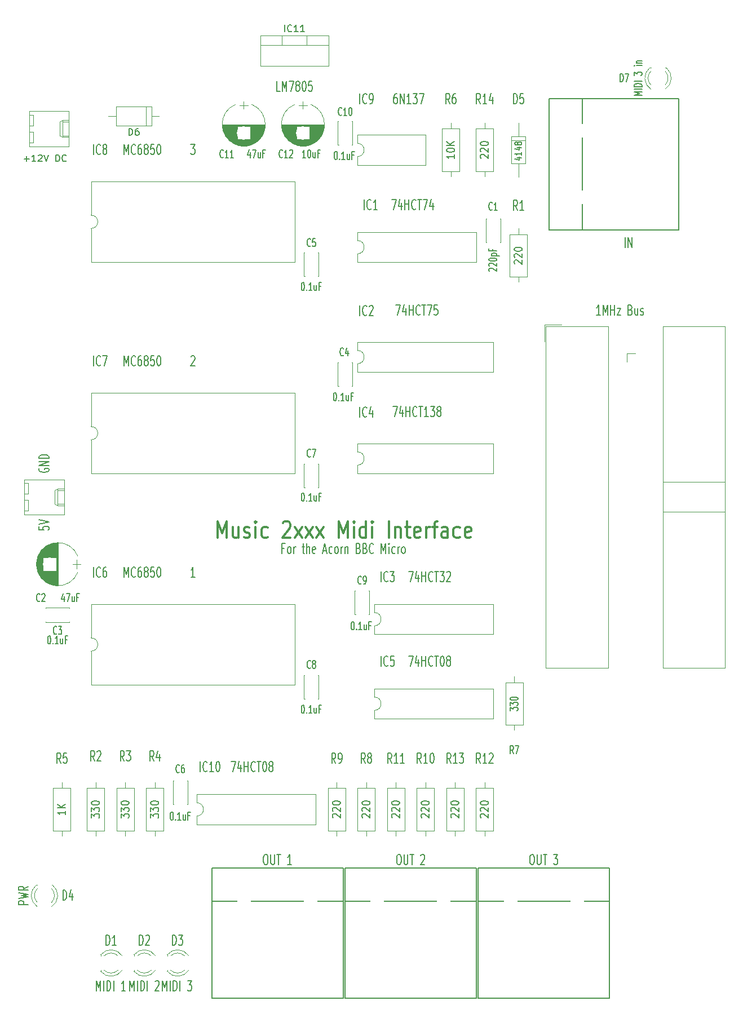
<source format=gto>
G04 #@! TF.GenerationSoftware,KiCad,Pcbnew,5.1.4-5.1.4*
G04 #@! TF.CreationDate,2019-09-04T11:08:56+01:00*
G04 #@! TF.ProjectId,music2xxx,6d757369-6332-4787-9878-2e6b69636164,rev?*
G04 #@! TF.SameCoordinates,Original*
G04 #@! TF.FileFunction,Legend,Top*
G04 #@! TF.FilePolarity,Positive*
%FSLAX46Y46*%
G04 Gerber Fmt 4.6, Leading zero omitted, Abs format (unit mm)*
G04 Created by KiCad (PCBNEW 5.1.4-5.1.4) date 2019-09-04 11:08:56*
%MOMM*%
%LPD*%
G04 APERTURE LIST*
%ADD10C,0.200000*%
%ADD11C,0.300000*%
%ADD12C,0.120000*%
%ADD13C,0.150000*%
%ADD14R,2.002000X2.002000*%
%ADD15C,2.002000*%
%ADD16O,3.102000X2.702000*%
%ADD17O,2.102000X2.702000*%
%ADD18O,2.702000X3.102000*%
%ADD19O,2.702000X2.102000*%
%ADD20O,1.902000X1.902000*%
%ADD21R,1.902000X1.902000*%
%ADD22O,2.302000X2.302000*%
%ADD23R,2.302000X2.302000*%
%ADD24R,2.702000X2.102000*%
%ADD25C,1.902000*%
%ADD26R,1.702000X1.702000*%
%ADD27O,1.702000X1.702000*%
%ADD28O,1.502000X2.502000*%
%ADD29R,1.502000X2.502000*%
%ADD30R,2.302000X1.602000*%
%ADD31O,2.302000X1.602000*%
%ADD32C,7.102000*%
G04 APERTURE END LIST*
D10*
X26971666Y-22038571D02*
X27590714Y-22038571D01*
X27257380Y-22610000D01*
X27400238Y-22610000D01*
X27495476Y-22681428D01*
X27543095Y-22752857D01*
X27590714Y-22895714D01*
X27590714Y-23252857D01*
X27543095Y-23395714D01*
X27495476Y-23467142D01*
X27400238Y-23538571D01*
X27114523Y-23538571D01*
X27019285Y-23467142D01*
X26971666Y-23395714D01*
X27019285Y-53931428D02*
X27066904Y-53860000D01*
X27162142Y-53788571D01*
X27400238Y-53788571D01*
X27495476Y-53860000D01*
X27543095Y-53931428D01*
X27590714Y-54074285D01*
X27590714Y-54217142D01*
X27543095Y-54431428D01*
X26971666Y-55288571D01*
X27590714Y-55288571D01*
X27590714Y-87038571D02*
X27019285Y-87038571D01*
X27305000Y-87038571D02*
X27305000Y-85538571D01*
X27209761Y-85752857D01*
X27114523Y-85895714D01*
X27019285Y-85967142D01*
X40378333Y-14013571D02*
X39902142Y-14013571D01*
X39902142Y-12513571D01*
X40711666Y-14013571D02*
X40711666Y-12513571D01*
X41045000Y-13585000D01*
X41378333Y-12513571D01*
X41378333Y-14013571D01*
X41759285Y-12513571D02*
X42425952Y-12513571D01*
X41997380Y-14013571D01*
X42949761Y-13156428D02*
X42854523Y-13085000D01*
X42806904Y-13013571D01*
X42759285Y-12870714D01*
X42759285Y-12799285D01*
X42806904Y-12656428D01*
X42854523Y-12585000D01*
X42949761Y-12513571D01*
X43140238Y-12513571D01*
X43235476Y-12585000D01*
X43283095Y-12656428D01*
X43330714Y-12799285D01*
X43330714Y-12870714D01*
X43283095Y-13013571D01*
X43235476Y-13085000D01*
X43140238Y-13156428D01*
X42949761Y-13156428D01*
X42854523Y-13227857D01*
X42806904Y-13299285D01*
X42759285Y-13442142D01*
X42759285Y-13727857D01*
X42806904Y-13870714D01*
X42854523Y-13942142D01*
X42949761Y-14013571D01*
X43140238Y-14013571D01*
X43235476Y-13942142D01*
X43283095Y-13870714D01*
X43330714Y-13727857D01*
X43330714Y-13442142D01*
X43283095Y-13299285D01*
X43235476Y-13227857D01*
X43140238Y-13156428D01*
X43949761Y-12513571D02*
X44045000Y-12513571D01*
X44140238Y-12585000D01*
X44187857Y-12656428D01*
X44235476Y-12799285D01*
X44283095Y-13085000D01*
X44283095Y-13442142D01*
X44235476Y-13727857D01*
X44187857Y-13870714D01*
X44140238Y-13942142D01*
X44045000Y-14013571D01*
X43949761Y-14013571D01*
X43854523Y-13942142D01*
X43806904Y-13870714D01*
X43759285Y-13727857D01*
X43711666Y-13442142D01*
X43711666Y-13085000D01*
X43759285Y-12799285D01*
X43806904Y-12656428D01*
X43854523Y-12585000D01*
X43949761Y-12513571D01*
X45187857Y-12513571D02*
X44711666Y-12513571D01*
X44664047Y-13227857D01*
X44711666Y-13156428D01*
X44806904Y-13085000D01*
X45045000Y-13085000D01*
X45140238Y-13156428D01*
X45187857Y-13227857D01*
X45235476Y-13370714D01*
X45235476Y-13727857D01*
X45187857Y-13870714D01*
X45140238Y-13942142D01*
X45045000Y-14013571D01*
X44806904Y-14013571D01*
X44711666Y-13942142D01*
X44664047Y-13870714D01*
X88487619Y-47668571D02*
X87916190Y-47668571D01*
X88201904Y-47668571D02*
X88201904Y-46168571D01*
X88106666Y-46382857D01*
X88011428Y-46525714D01*
X87916190Y-46597142D01*
X88916190Y-47668571D02*
X88916190Y-46168571D01*
X89249523Y-47240000D01*
X89582857Y-46168571D01*
X89582857Y-47668571D01*
X90059047Y-47668571D02*
X90059047Y-46168571D01*
X90059047Y-46882857D02*
X90630476Y-46882857D01*
X90630476Y-47668571D02*
X90630476Y-46168571D01*
X91011428Y-46668571D02*
X91535238Y-46668571D01*
X91011428Y-47668571D01*
X91535238Y-47668571D01*
X93011428Y-46882857D02*
X93154285Y-46954285D01*
X93201904Y-47025714D01*
X93249523Y-47168571D01*
X93249523Y-47382857D01*
X93201904Y-47525714D01*
X93154285Y-47597142D01*
X93059047Y-47668571D01*
X92678095Y-47668571D01*
X92678095Y-46168571D01*
X93011428Y-46168571D01*
X93106666Y-46240000D01*
X93154285Y-46311428D01*
X93201904Y-46454285D01*
X93201904Y-46597142D01*
X93154285Y-46740000D01*
X93106666Y-46811428D01*
X93011428Y-46882857D01*
X92678095Y-46882857D01*
X94106666Y-46668571D02*
X94106666Y-47668571D01*
X93678095Y-46668571D02*
X93678095Y-47454285D01*
X93725714Y-47597142D01*
X93820952Y-47668571D01*
X93963809Y-47668571D01*
X94059047Y-47597142D01*
X94106666Y-47525714D01*
X94535238Y-47597142D02*
X94630476Y-47668571D01*
X94820952Y-47668571D01*
X94916190Y-47597142D01*
X94963809Y-47454285D01*
X94963809Y-47382857D01*
X94916190Y-47240000D01*
X94820952Y-47168571D01*
X94678095Y-47168571D01*
X94582857Y-47097142D01*
X94535238Y-46954285D01*
X94535238Y-46882857D01*
X94582857Y-46740000D01*
X94678095Y-46668571D01*
X94820952Y-46668571D01*
X94916190Y-46740000D01*
X41030047Y-82696857D02*
X40696714Y-82696857D01*
X40696714Y-83482571D02*
X40696714Y-81982571D01*
X41172904Y-81982571D01*
X41696714Y-83482571D02*
X41601476Y-83411142D01*
X41553857Y-83339714D01*
X41506238Y-83196857D01*
X41506238Y-82768285D01*
X41553857Y-82625428D01*
X41601476Y-82554000D01*
X41696714Y-82482571D01*
X41839571Y-82482571D01*
X41934809Y-82554000D01*
X41982428Y-82625428D01*
X42030047Y-82768285D01*
X42030047Y-83196857D01*
X41982428Y-83339714D01*
X41934809Y-83411142D01*
X41839571Y-83482571D01*
X41696714Y-83482571D01*
X42458619Y-83482571D02*
X42458619Y-82482571D01*
X42458619Y-82768285D02*
X42506238Y-82625428D01*
X42553857Y-82554000D01*
X42649095Y-82482571D01*
X42744333Y-82482571D01*
X43696714Y-82482571D02*
X44077666Y-82482571D01*
X43839571Y-81982571D02*
X43839571Y-83268285D01*
X43887190Y-83411142D01*
X43982428Y-83482571D01*
X44077666Y-83482571D01*
X44411000Y-83482571D02*
X44411000Y-81982571D01*
X44839571Y-83482571D02*
X44839571Y-82696857D01*
X44791952Y-82554000D01*
X44696714Y-82482571D01*
X44553857Y-82482571D01*
X44458619Y-82554000D01*
X44411000Y-82625428D01*
X45696714Y-83411142D02*
X45601476Y-83482571D01*
X45411000Y-83482571D01*
X45315761Y-83411142D01*
X45268142Y-83268285D01*
X45268142Y-82696857D01*
X45315761Y-82554000D01*
X45411000Y-82482571D01*
X45601476Y-82482571D01*
X45696714Y-82554000D01*
X45744333Y-82696857D01*
X45744333Y-82839714D01*
X45268142Y-82982571D01*
X46887190Y-83054000D02*
X47363380Y-83054000D01*
X46791952Y-83482571D02*
X47125285Y-81982571D01*
X47458619Y-83482571D01*
X48220523Y-83411142D02*
X48125285Y-83482571D01*
X47934809Y-83482571D01*
X47839571Y-83411142D01*
X47791952Y-83339714D01*
X47744333Y-83196857D01*
X47744333Y-82768285D01*
X47791952Y-82625428D01*
X47839571Y-82554000D01*
X47934809Y-82482571D01*
X48125285Y-82482571D01*
X48220523Y-82554000D01*
X48791952Y-83482571D02*
X48696714Y-83411142D01*
X48649095Y-83339714D01*
X48601476Y-83196857D01*
X48601476Y-82768285D01*
X48649095Y-82625428D01*
X48696714Y-82554000D01*
X48791952Y-82482571D01*
X48934809Y-82482571D01*
X49030047Y-82554000D01*
X49077666Y-82625428D01*
X49125285Y-82768285D01*
X49125285Y-83196857D01*
X49077666Y-83339714D01*
X49030047Y-83411142D01*
X48934809Y-83482571D01*
X48791952Y-83482571D01*
X49553857Y-83482571D02*
X49553857Y-82482571D01*
X49553857Y-82768285D02*
X49601476Y-82625428D01*
X49649095Y-82554000D01*
X49744333Y-82482571D01*
X49839571Y-82482571D01*
X50172904Y-82482571D02*
X50172904Y-83482571D01*
X50172904Y-82625428D02*
X50220523Y-82554000D01*
X50315761Y-82482571D01*
X50458619Y-82482571D01*
X50553857Y-82554000D01*
X50601476Y-82696857D01*
X50601476Y-83482571D01*
X52172904Y-82696857D02*
X52315761Y-82768285D01*
X52363380Y-82839714D01*
X52411000Y-82982571D01*
X52411000Y-83196857D01*
X52363380Y-83339714D01*
X52315761Y-83411142D01*
X52220523Y-83482571D01*
X51839571Y-83482571D01*
X51839571Y-81982571D01*
X52172904Y-81982571D01*
X52268142Y-82054000D01*
X52315761Y-82125428D01*
X52363380Y-82268285D01*
X52363380Y-82411142D01*
X52315761Y-82554000D01*
X52268142Y-82625428D01*
X52172904Y-82696857D01*
X51839571Y-82696857D01*
X53172904Y-82696857D02*
X53315761Y-82768285D01*
X53363380Y-82839714D01*
X53411000Y-82982571D01*
X53411000Y-83196857D01*
X53363380Y-83339714D01*
X53315761Y-83411142D01*
X53220523Y-83482571D01*
X52839571Y-83482571D01*
X52839571Y-81982571D01*
X53172904Y-81982571D01*
X53268142Y-82054000D01*
X53315761Y-82125428D01*
X53363380Y-82268285D01*
X53363380Y-82411142D01*
X53315761Y-82554000D01*
X53268142Y-82625428D01*
X53172904Y-82696857D01*
X52839571Y-82696857D01*
X54411000Y-83339714D02*
X54363380Y-83411142D01*
X54220523Y-83482571D01*
X54125285Y-83482571D01*
X53982428Y-83411142D01*
X53887190Y-83268285D01*
X53839571Y-83125428D01*
X53791952Y-82839714D01*
X53791952Y-82625428D01*
X53839571Y-82339714D01*
X53887190Y-82196857D01*
X53982428Y-82054000D01*
X54125285Y-81982571D01*
X54220523Y-81982571D01*
X54363380Y-82054000D01*
X54411000Y-82125428D01*
X55601476Y-83482571D02*
X55601476Y-81982571D01*
X55934809Y-83054000D01*
X56268142Y-81982571D01*
X56268142Y-83482571D01*
X56744333Y-83482571D02*
X56744333Y-82482571D01*
X56744333Y-81982571D02*
X56696714Y-82054000D01*
X56744333Y-82125428D01*
X56791952Y-82054000D01*
X56744333Y-81982571D01*
X56744333Y-82125428D01*
X57649095Y-83411142D02*
X57553857Y-83482571D01*
X57363380Y-83482571D01*
X57268142Y-83411142D01*
X57220523Y-83339714D01*
X57172904Y-83196857D01*
X57172904Y-82768285D01*
X57220523Y-82625428D01*
X57268142Y-82554000D01*
X57363380Y-82482571D01*
X57553857Y-82482571D01*
X57649095Y-82554000D01*
X58077666Y-83482571D02*
X58077666Y-82482571D01*
X58077666Y-82768285D02*
X58125285Y-82625428D01*
X58172904Y-82554000D01*
X58268142Y-82482571D01*
X58363380Y-82482571D01*
X58839571Y-83482571D02*
X58744333Y-83411142D01*
X58696714Y-83339714D01*
X58649095Y-83196857D01*
X58649095Y-82768285D01*
X58696714Y-82625428D01*
X58744333Y-82554000D01*
X58839571Y-82482571D01*
X58982428Y-82482571D01*
X59077666Y-82554000D01*
X59125285Y-82625428D01*
X59172904Y-82768285D01*
X59172904Y-83196857D01*
X59125285Y-83339714D01*
X59077666Y-83411142D01*
X58982428Y-83482571D01*
X58839571Y-83482571D01*
D11*
X30999999Y-81140952D02*
X30999999Y-78640952D01*
X31666666Y-80426666D01*
X32333333Y-78640952D01*
X32333333Y-81140952D01*
X34142857Y-79474285D02*
X34142857Y-81140952D01*
X33285714Y-79474285D02*
X33285714Y-80783809D01*
X33380952Y-81021904D01*
X33571428Y-81140952D01*
X33857142Y-81140952D01*
X34047619Y-81021904D01*
X34142857Y-80902857D01*
X34999999Y-81021904D02*
X35190476Y-81140952D01*
X35571428Y-81140952D01*
X35761904Y-81021904D01*
X35857142Y-80783809D01*
X35857142Y-80664761D01*
X35761904Y-80426666D01*
X35571428Y-80307619D01*
X35285714Y-80307619D01*
X35095238Y-80188571D01*
X34999999Y-79950476D01*
X34999999Y-79831428D01*
X35095238Y-79593333D01*
X35285714Y-79474285D01*
X35571428Y-79474285D01*
X35761904Y-79593333D01*
X36714285Y-81140952D02*
X36714285Y-79474285D01*
X36714285Y-78640952D02*
X36619047Y-78760000D01*
X36714285Y-78879047D01*
X36809523Y-78760000D01*
X36714285Y-78640952D01*
X36714285Y-78879047D01*
X38523809Y-81021904D02*
X38333333Y-81140952D01*
X37952380Y-81140952D01*
X37761904Y-81021904D01*
X37666666Y-80902857D01*
X37571428Y-80664761D01*
X37571428Y-79950476D01*
X37666666Y-79712380D01*
X37761904Y-79593333D01*
X37952380Y-79474285D01*
X38333333Y-79474285D01*
X38523809Y-79593333D01*
X40809523Y-78879047D02*
X40904761Y-78760000D01*
X41095238Y-78640952D01*
X41571428Y-78640952D01*
X41761904Y-78760000D01*
X41857142Y-78879047D01*
X41952380Y-79117142D01*
X41952380Y-79355238D01*
X41857142Y-79712380D01*
X40714285Y-81140952D01*
X41952380Y-81140952D01*
X42619047Y-81140952D02*
X43666666Y-79474285D01*
X42619047Y-79474285D02*
X43666666Y-81140952D01*
X44238095Y-81140952D02*
X45285714Y-79474285D01*
X44238095Y-79474285D02*
X45285714Y-81140952D01*
X45857142Y-81140952D02*
X46904761Y-79474285D01*
X45857142Y-79474285D02*
X46904761Y-81140952D01*
X49190476Y-81140952D02*
X49190476Y-78640952D01*
X49857142Y-80426666D01*
X50523809Y-78640952D01*
X50523809Y-81140952D01*
X51476190Y-81140952D02*
X51476190Y-79474285D01*
X51476190Y-78640952D02*
X51380952Y-78760000D01*
X51476190Y-78879047D01*
X51571428Y-78760000D01*
X51476190Y-78640952D01*
X51476190Y-78879047D01*
X53285714Y-81140952D02*
X53285714Y-78640952D01*
X53285714Y-81021904D02*
X53095238Y-81140952D01*
X52714285Y-81140952D01*
X52523809Y-81021904D01*
X52428571Y-80902857D01*
X52333333Y-80664761D01*
X52333333Y-79950476D01*
X52428571Y-79712380D01*
X52523809Y-79593333D01*
X52714285Y-79474285D01*
X53095238Y-79474285D01*
X53285714Y-79593333D01*
X54238095Y-81140952D02*
X54238095Y-79474285D01*
X54238095Y-78640952D02*
X54142857Y-78760000D01*
X54238095Y-78879047D01*
X54333333Y-78760000D01*
X54238095Y-78640952D01*
X54238095Y-78879047D01*
X56714285Y-81140952D02*
X56714285Y-78640952D01*
X57666666Y-79474285D02*
X57666666Y-81140952D01*
X57666666Y-79712380D02*
X57761904Y-79593333D01*
X57952380Y-79474285D01*
X58238095Y-79474285D01*
X58428571Y-79593333D01*
X58523809Y-79831428D01*
X58523809Y-81140952D01*
X59190476Y-79474285D02*
X59952380Y-79474285D01*
X59476190Y-78640952D02*
X59476190Y-80783809D01*
X59571428Y-81021904D01*
X59761904Y-81140952D01*
X59952380Y-81140952D01*
X61380952Y-81021904D02*
X61190476Y-81140952D01*
X60809523Y-81140952D01*
X60619047Y-81021904D01*
X60523809Y-80783809D01*
X60523809Y-79831428D01*
X60619047Y-79593333D01*
X60809523Y-79474285D01*
X61190476Y-79474285D01*
X61380952Y-79593333D01*
X61476190Y-79831428D01*
X61476190Y-80069523D01*
X60523809Y-80307619D01*
X62333333Y-81140952D02*
X62333333Y-79474285D01*
X62333333Y-79950476D02*
X62428571Y-79712380D01*
X62523809Y-79593333D01*
X62714285Y-79474285D01*
X62904761Y-79474285D01*
X63285714Y-79474285D02*
X64047619Y-79474285D01*
X63571428Y-81140952D02*
X63571428Y-78998095D01*
X63666666Y-78760000D01*
X63857142Y-78640952D01*
X64047619Y-78640952D01*
X65571428Y-81140952D02*
X65571428Y-79831428D01*
X65476190Y-79593333D01*
X65285714Y-79474285D01*
X64904761Y-79474285D01*
X64714285Y-79593333D01*
X65571428Y-81021904D02*
X65380952Y-81140952D01*
X64904761Y-81140952D01*
X64714285Y-81021904D01*
X64619047Y-80783809D01*
X64619047Y-80545714D01*
X64714285Y-80307619D01*
X64904761Y-80188571D01*
X65380952Y-80188571D01*
X65571428Y-80069523D01*
X67380952Y-81021904D02*
X67190476Y-81140952D01*
X66809523Y-81140952D01*
X66619047Y-81021904D01*
X66523809Y-80902857D01*
X66428571Y-80664761D01*
X66428571Y-79950476D01*
X66523809Y-79712380D01*
X66619047Y-79593333D01*
X66809523Y-79474285D01*
X67190476Y-79474285D01*
X67380952Y-79593333D01*
X68999999Y-81021904D02*
X68809523Y-81140952D01*
X68428571Y-81140952D01*
X68238095Y-81021904D01*
X68142857Y-80783809D01*
X68142857Y-79831428D01*
X68238095Y-79593333D01*
X68428571Y-79474285D01*
X68809523Y-79474285D01*
X68999999Y-79593333D01*
X69095238Y-79831428D01*
X69095238Y-80069523D01*
X68142857Y-80307619D01*
D10*
X4178571Y-79437857D02*
X4178571Y-79914047D01*
X4892857Y-79961666D01*
X4821428Y-79914047D01*
X4750000Y-79818809D01*
X4750000Y-79580714D01*
X4821428Y-79485476D01*
X4892857Y-79437857D01*
X5035714Y-79390238D01*
X5392857Y-79390238D01*
X5535714Y-79437857D01*
X5607142Y-79485476D01*
X5678571Y-79580714D01*
X5678571Y-79818809D01*
X5607142Y-79914047D01*
X5535714Y-79961666D01*
X4178571Y-79104523D02*
X5678571Y-78771190D01*
X4178571Y-78437857D01*
X4250000Y-70723571D02*
X4178571Y-70818809D01*
X4178571Y-70961666D01*
X4250000Y-71104523D01*
X4392857Y-71199761D01*
X4535714Y-71247380D01*
X4821428Y-71295000D01*
X5035714Y-71295000D01*
X5321428Y-71247380D01*
X5464285Y-71199761D01*
X5607142Y-71104523D01*
X5678571Y-70961666D01*
X5678571Y-70866428D01*
X5607142Y-70723571D01*
X5535714Y-70675952D01*
X5035714Y-70675952D01*
X5035714Y-70866428D01*
X5678571Y-70247380D02*
X4178571Y-70247380D01*
X5678571Y-69675952D01*
X4178571Y-69675952D01*
X5678571Y-69199761D02*
X4178571Y-69199761D01*
X4178571Y-68961666D01*
X4250000Y-68818809D01*
X4392857Y-68723571D01*
X4535714Y-68675952D01*
X4821428Y-68628333D01*
X5035714Y-68628333D01*
X5321428Y-68675952D01*
X5464285Y-68723571D01*
X5607142Y-68818809D01*
X5678571Y-68961666D01*
X5678571Y-69199761D01*
D12*
X3987180Y-86269136D02*
G75*
G03X10022482Y-86270000I3017820J1179136D01*
G01*
X3987180Y-83910864D02*
G75*
G02X10022482Y-83910000I3017820J-1179136D01*
G01*
X3987180Y-83910864D02*
G75*
G03X3987518Y-86270000I3017820J-1179136D01*
G01*
X7005000Y-88290000D02*
X7005000Y-81890000D01*
X6965000Y-88290000D02*
X6965000Y-81890000D01*
X6925000Y-88290000D02*
X6925000Y-81890000D01*
X6885000Y-88288000D02*
X6885000Y-81892000D01*
X6845000Y-88287000D02*
X6845000Y-81893000D01*
X6805000Y-88284000D02*
X6805000Y-81896000D01*
X6765000Y-88282000D02*
X6765000Y-81898000D01*
X6725000Y-88278000D02*
X6725000Y-86070000D01*
X6725000Y-84110000D02*
X6725000Y-81902000D01*
X6685000Y-88275000D02*
X6685000Y-86070000D01*
X6685000Y-84110000D02*
X6685000Y-81905000D01*
X6645000Y-88270000D02*
X6645000Y-86070000D01*
X6645000Y-84110000D02*
X6645000Y-81910000D01*
X6605000Y-88266000D02*
X6605000Y-86070000D01*
X6605000Y-84110000D02*
X6605000Y-81914000D01*
X6565000Y-88260000D02*
X6565000Y-86070000D01*
X6565000Y-84110000D02*
X6565000Y-81920000D01*
X6525000Y-88255000D02*
X6525000Y-86070000D01*
X6525000Y-84110000D02*
X6525000Y-81925000D01*
X6485000Y-88248000D02*
X6485000Y-86070000D01*
X6485000Y-84110000D02*
X6485000Y-81932000D01*
X6445000Y-88242000D02*
X6445000Y-86070000D01*
X6445000Y-84110000D02*
X6445000Y-81938000D01*
X6405000Y-88234000D02*
X6405000Y-86070000D01*
X6405000Y-84110000D02*
X6405000Y-81946000D01*
X6365000Y-88227000D02*
X6365000Y-86070000D01*
X6365000Y-84110000D02*
X6365000Y-81953000D01*
X6325000Y-88218000D02*
X6325000Y-86070000D01*
X6325000Y-84110000D02*
X6325000Y-81962000D01*
X6284000Y-88209000D02*
X6284000Y-86070000D01*
X6284000Y-84110000D02*
X6284000Y-81971000D01*
X6244000Y-88200000D02*
X6244000Y-86070000D01*
X6244000Y-84110000D02*
X6244000Y-81980000D01*
X6204000Y-88190000D02*
X6204000Y-86070000D01*
X6204000Y-84110000D02*
X6204000Y-81990000D01*
X6164000Y-88180000D02*
X6164000Y-86070000D01*
X6164000Y-84110000D02*
X6164000Y-82000000D01*
X6124000Y-88169000D02*
X6124000Y-86070000D01*
X6124000Y-84110000D02*
X6124000Y-82011000D01*
X6084000Y-88157000D02*
X6084000Y-86070000D01*
X6084000Y-84110000D02*
X6084000Y-82023000D01*
X6044000Y-88145000D02*
X6044000Y-86070000D01*
X6044000Y-84110000D02*
X6044000Y-82035000D01*
X6004000Y-88132000D02*
X6004000Y-86070000D01*
X6004000Y-84110000D02*
X6004000Y-82048000D01*
X5964000Y-88119000D02*
X5964000Y-86070000D01*
X5964000Y-84110000D02*
X5964000Y-82061000D01*
X5924000Y-88105000D02*
X5924000Y-86070000D01*
X5924000Y-84110000D02*
X5924000Y-82075000D01*
X5884000Y-88091000D02*
X5884000Y-86070000D01*
X5884000Y-84110000D02*
X5884000Y-82089000D01*
X5844000Y-88076000D02*
X5844000Y-86070000D01*
X5844000Y-84110000D02*
X5844000Y-82104000D01*
X5804000Y-88060000D02*
X5804000Y-86070000D01*
X5804000Y-84110000D02*
X5804000Y-82120000D01*
X5764000Y-88044000D02*
X5764000Y-86070000D01*
X5764000Y-84110000D02*
X5764000Y-82136000D01*
X5724000Y-88027000D02*
X5724000Y-86070000D01*
X5724000Y-84110000D02*
X5724000Y-82153000D01*
X5684000Y-88009000D02*
X5684000Y-86070000D01*
X5684000Y-84110000D02*
X5684000Y-82171000D01*
X5644000Y-87991000D02*
X5644000Y-86070000D01*
X5644000Y-84110000D02*
X5644000Y-82189000D01*
X5604000Y-87972000D02*
X5604000Y-86070000D01*
X5604000Y-84110000D02*
X5604000Y-82208000D01*
X5564000Y-87953000D02*
X5564000Y-86070000D01*
X5564000Y-84110000D02*
X5564000Y-82227000D01*
X5524000Y-87933000D02*
X5524000Y-86070000D01*
X5524000Y-84110000D02*
X5524000Y-82247000D01*
X5484000Y-87912000D02*
X5484000Y-86070000D01*
X5484000Y-84110000D02*
X5484000Y-82268000D01*
X5444000Y-87890000D02*
X5444000Y-86070000D01*
X5444000Y-84110000D02*
X5444000Y-82290000D01*
X5404000Y-87868000D02*
X5404000Y-86070000D01*
X5404000Y-84110000D02*
X5404000Y-82312000D01*
X5364000Y-87845000D02*
X5364000Y-86070000D01*
X5364000Y-84110000D02*
X5364000Y-82335000D01*
X5324000Y-87821000D02*
X5324000Y-86070000D01*
X5324000Y-84110000D02*
X5324000Y-82359000D01*
X5284000Y-87796000D02*
X5284000Y-86070000D01*
X5284000Y-84110000D02*
X5284000Y-82384000D01*
X5244000Y-87771000D02*
X5244000Y-86070000D01*
X5244000Y-84110000D02*
X5244000Y-82409000D01*
X5204000Y-87744000D02*
X5204000Y-86070000D01*
X5204000Y-84110000D02*
X5204000Y-82436000D01*
X5164000Y-87717000D02*
X5164000Y-86070000D01*
X5164000Y-84110000D02*
X5164000Y-82463000D01*
X5124000Y-87689000D02*
X5124000Y-86070000D01*
X5124000Y-84110000D02*
X5124000Y-82491000D01*
X5084000Y-87660000D02*
X5084000Y-86070000D01*
X5084000Y-84110000D02*
X5084000Y-82520000D01*
X5044000Y-87630000D02*
X5044000Y-86070000D01*
X5044000Y-84110000D02*
X5044000Y-82550000D01*
X5004000Y-87600000D02*
X5004000Y-86070000D01*
X5004000Y-84110000D02*
X5004000Y-82580000D01*
X4964000Y-87568000D02*
X4964000Y-86070000D01*
X4964000Y-84110000D02*
X4964000Y-82612000D01*
X4924000Y-87535000D02*
X4924000Y-86070000D01*
X4924000Y-84110000D02*
X4924000Y-82645000D01*
X4884000Y-87501000D02*
X4884000Y-86070000D01*
X4884000Y-84110000D02*
X4884000Y-82679000D01*
X4844000Y-87465000D02*
X4844000Y-86070000D01*
X4844000Y-84110000D02*
X4844000Y-82715000D01*
X4804000Y-87429000D02*
X4804000Y-86070000D01*
X4804000Y-84110000D02*
X4804000Y-82751000D01*
X4764000Y-87391000D02*
X4764000Y-82789000D01*
X4724000Y-87352000D02*
X4724000Y-82828000D01*
X4684000Y-87312000D02*
X4684000Y-82868000D01*
X4644000Y-87270000D02*
X4644000Y-82910000D01*
X4604000Y-87227000D02*
X4604000Y-82953000D01*
X4564000Y-87182000D02*
X4564000Y-82998000D01*
X4524000Y-87135000D02*
X4524000Y-83045000D01*
X4484000Y-87087000D02*
X4484000Y-83093000D01*
X4444000Y-87036000D02*
X4444000Y-83144000D01*
X4404000Y-86984000D02*
X4404000Y-83196000D01*
X4364000Y-86929000D02*
X4364000Y-83251000D01*
X4324000Y-86871000D02*
X4324000Y-83309000D01*
X4284000Y-86811000D02*
X4284000Y-83369000D01*
X4244000Y-86748000D02*
X4244000Y-83432000D01*
X4204000Y-86681000D02*
X4204000Y-83499000D01*
X4164000Y-86610000D02*
X4164000Y-83570000D01*
X4124000Y-86535000D02*
X4124000Y-83645000D01*
X4084000Y-86454000D02*
X4084000Y-83726000D01*
X4044000Y-86368000D02*
X4044000Y-83812000D01*
X4004000Y-86274000D02*
X4004000Y-83906000D01*
X3964000Y-86171000D02*
X3964000Y-84009000D01*
X3924000Y-86056000D02*
X3924000Y-84124000D01*
X3884000Y-85924000D02*
X3884000Y-84256000D01*
X3844000Y-85766000D02*
X3844000Y-84414000D01*
X3804000Y-85558000D02*
X3804000Y-84622000D01*
X10455000Y-85090000D02*
X9255000Y-85090000D01*
X9855000Y-85740000D02*
X9855000Y-84440000D01*
D10*
X49850000Y-150250000D02*
X49850000Y-135750000D01*
X49850000Y-135750000D02*
X30150000Y-135750000D01*
X30150000Y-135750000D02*
X30150000Y-150250000D01*
X30150000Y-150250000D02*
X49850000Y-150250000D01*
X49850000Y-135750000D02*
X49850000Y-130750000D01*
X30150000Y-135750000D02*
X30150000Y-130750000D01*
X30150000Y-130750000D02*
X49850000Y-130750000D01*
X100250000Y-15150000D02*
X85750000Y-15150000D01*
X85750000Y-15150000D02*
X85750000Y-34850000D01*
X85750000Y-34850000D02*
X100250000Y-34850000D01*
X100250000Y-34850000D02*
X100250000Y-15150000D01*
X85750000Y-15150000D02*
X80750000Y-15150000D01*
X85750000Y-34850000D02*
X80750000Y-34850000D01*
X80750000Y-34850000D02*
X80750000Y-15150000D01*
X89850000Y-150250000D02*
X89850000Y-135750000D01*
X89850000Y-135750000D02*
X70150000Y-135750000D01*
X70150000Y-135750000D02*
X70150000Y-150250000D01*
X70150000Y-150250000D02*
X89850000Y-150250000D01*
X89850000Y-135750000D02*
X89850000Y-130750000D01*
X70150000Y-135750000D02*
X70150000Y-130750000D01*
X70150000Y-130750000D02*
X89850000Y-130750000D01*
X69850000Y-150250000D02*
X69850000Y-135750000D01*
X69850000Y-135750000D02*
X50150000Y-135750000D01*
X50150000Y-135750000D02*
X50150000Y-150250000D01*
X50150000Y-150250000D02*
X69850000Y-150250000D01*
X69850000Y-135750000D02*
X69850000Y-130750000D01*
X50150000Y-135750000D02*
X50150000Y-130750000D01*
X50150000Y-130750000D02*
X69850000Y-130750000D01*
D12*
X44396000Y-5635000D02*
X44396000Y-7145000D01*
X40695000Y-5635000D02*
X40695000Y-7145000D01*
X37425000Y-7145000D02*
X47665000Y-7145000D01*
X47665000Y-5635000D02*
X47665000Y-10276000D01*
X37425000Y-5635000D02*
X37425000Y-10276000D01*
X37425000Y-10276000D02*
X47665000Y-10276000D01*
X37425000Y-5635000D02*
X47665000Y-5635000D01*
X20235000Y-19190000D02*
X20235000Y-16370000D01*
X14615000Y-17780000D02*
X15755000Y-17780000D01*
X22215000Y-17780000D02*
X21075000Y-17780000D01*
X15755000Y-19190000D02*
X21075000Y-19190000D01*
X15755000Y-16370000D02*
X15755000Y-19190000D01*
X21075000Y-16370000D02*
X15755000Y-16370000D01*
X21075000Y-19190000D02*
X21075000Y-16370000D01*
X74255000Y-109255000D02*
X76875000Y-109255000D01*
X76875000Y-109255000D02*
X76875000Y-102835000D01*
X76875000Y-102835000D02*
X74255000Y-102835000D01*
X74255000Y-102835000D02*
X74255000Y-109255000D01*
X75565000Y-110145000D02*
X75565000Y-109255000D01*
X75565000Y-101945000D02*
X75565000Y-102835000D01*
X3315000Y-17615000D02*
X2695000Y-17615000D01*
X3315000Y-19215000D02*
X3315000Y-17615000D01*
X2695000Y-19215000D02*
X3315000Y-19215000D01*
X3315000Y-20155000D02*
X2695000Y-20155000D01*
X3315000Y-21755000D02*
X3315000Y-20155000D01*
X2695000Y-21755000D02*
X3315000Y-21755000D01*
X8695000Y-18665000D02*
X7695000Y-18665000D01*
X8695000Y-20705000D02*
X7695000Y-20705000D01*
X7265000Y-18665000D02*
X7695000Y-18415000D01*
X7265000Y-20705000D02*
X7265000Y-18665000D01*
X7695000Y-20955000D02*
X7265000Y-20705000D01*
X7695000Y-18415000D02*
X8695000Y-18415000D01*
X7695000Y-20955000D02*
X7695000Y-18415000D01*
X8695000Y-20955000D02*
X7695000Y-20955000D01*
X2695000Y-17045000D02*
X2695000Y-22325000D01*
X8695000Y-17045000D02*
X2695000Y-17045000D01*
X8695000Y-22325000D02*
X8695000Y-17045000D01*
X2695000Y-22325000D02*
X8695000Y-22325000D01*
X96075000Y-10505000D02*
X95919000Y-10505000D01*
X98391000Y-10505000D02*
X98235000Y-10505000D01*
X96075163Y-13106130D02*
G75*
G02X96075000Y-11024039I1079837J1041130D01*
G01*
X98234837Y-13106130D02*
G75*
G03X98235000Y-11024039I-1079837J1041130D01*
G01*
X96076392Y-13737335D02*
G75*
G02X95919484Y-10505000I1078608J1672335D01*
G01*
X98233608Y-13737335D02*
G75*
G03X98390516Y-10505000I-1078608J1672335D01*
G01*
X36104136Y-22047820D02*
G75*
G03X36105000Y-16012518I-1179136J3017820D01*
G01*
X33745864Y-22047820D02*
G75*
G02X33745000Y-16012518I1179136J3017820D01*
G01*
X33745864Y-22047820D02*
G75*
G03X36105000Y-22047482I1179136J3017820D01*
G01*
X38125000Y-19030000D02*
X31725000Y-19030000D01*
X38125000Y-19070000D02*
X31725000Y-19070000D01*
X38125000Y-19110000D02*
X31725000Y-19110000D01*
X38123000Y-19150000D02*
X31727000Y-19150000D01*
X38122000Y-19190000D02*
X31728000Y-19190000D01*
X38119000Y-19230000D02*
X31731000Y-19230000D01*
X38117000Y-19270000D02*
X31733000Y-19270000D01*
X38113000Y-19310000D02*
X35905000Y-19310000D01*
X33945000Y-19310000D02*
X31737000Y-19310000D01*
X38110000Y-19350000D02*
X35905000Y-19350000D01*
X33945000Y-19350000D02*
X31740000Y-19350000D01*
X38105000Y-19390000D02*
X35905000Y-19390000D01*
X33945000Y-19390000D02*
X31745000Y-19390000D01*
X38101000Y-19430000D02*
X35905000Y-19430000D01*
X33945000Y-19430000D02*
X31749000Y-19430000D01*
X38095000Y-19470000D02*
X35905000Y-19470000D01*
X33945000Y-19470000D02*
X31755000Y-19470000D01*
X38090000Y-19510000D02*
X35905000Y-19510000D01*
X33945000Y-19510000D02*
X31760000Y-19510000D01*
X38083000Y-19550000D02*
X35905000Y-19550000D01*
X33945000Y-19550000D02*
X31767000Y-19550000D01*
X38077000Y-19590000D02*
X35905000Y-19590000D01*
X33945000Y-19590000D02*
X31773000Y-19590000D01*
X38069000Y-19630000D02*
X35905000Y-19630000D01*
X33945000Y-19630000D02*
X31781000Y-19630000D01*
X38062000Y-19670000D02*
X35905000Y-19670000D01*
X33945000Y-19670000D02*
X31788000Y-19670000D01*
X38053000Y-19710000D02*
X35905000Y-19710000D01*
X33945000Y-19710000D02*
X31797000Y-19710000D01*
X38044000Y-19751000D02*
X35905000Y-19751000D01*
X33945000Y-19751000D02*
X31806000Y-19751000D01*
X38035000Y-19791000D02*
X35905000Y-19791000D01*
X33945000Y-19791000D02*
X31815000Y-19791000D01*
X38025000Y-19831000D02*
X35905000Y-19831000D01*
X33945000Y-19831000D02*
X31825000Y-19831000D01*
X38015000Y-19871000D02*
X35905000Y-19871000D01*
X33945000Y-19871000D02*
X31835000Y-19871000D01*
X38004000Y-19911000D02*
X35905000Y-19911000D01*
X33945000Y-19911000D02*
X31846000Y-19911000D01*
X37992000Y-19951000D02*
X35905000Y-19951000D01*
X33945000Y-19951000D02*
X31858000Y-19951000D01*
X37980000Y-19991000D02*
X35905000Y-19991000D01*
X33945000Y-19991000D02*
X31870000Y-19991000D01*
X37967000Y-20031000D02*
X35905000Y-20031000D01*
X33945000Y-20031000D02*
X31883000Y-20031000D01*
X37954000Y-20071000D02*
X35905000Y-20071000D01*
X33945000Y-20071000D02*
X31896000Y-20071000D01*
X37940000Y-20111000D02*
X35905000Y-20111000D01*
X33945000Y-20111000D02*
X31910000Y-20111000D01*
X37926000Y-20151000D02*
X35905000Y-20151000D01*
X33945000Y-20151000D02*
X31924000Y-20151000D01*
X37911000Y-20191000D02*
X35905000Y-20191000D01*
X33945000Y-20191000D02*
X31939000Y-20191000D01*
X37895000Y-20231000D02*
X35905000Y-20231000D01*
X33945000Y-20231000D02*
X31955000Y-20231000D01*
X37879000Y-20271000D02*
X35905000Y-20271000D01*
X33945000Y-20271000D02*
X31971000Y-20271000D01*
X37862000Y-20311000D02*
X35905000Y-20311000D01*
X33945000Y-20311000D02*
X31988000Y-20311000D01*
X37844000Y-20351000D02*
X35905000Y-20351000D01*
X33945000Y-20351000D02*
X32006000Y-20351000D01*
X37826000Y-20391000D02*
X35905000Y-20391000D01*
X33945000Y-20391000D02*
X32024000Y-20391000D01*
X37807000Y-20431000D02*
X35905000Y-20431000D01*
X33945000Y-20431000D02*
X32043000Y-20431000D01*
X37788000Y-20471000D02*
X35905000Y-20471000D01*
X33945000Y-20471000D02*
X32062000Y-20471000D01*
X37768000Y-20511000D02*
X35905000Y-20511000D01*
X33945000Y-20511000D02*
X32082000Y-20511000D01*
X37747000Y-20551000D02*
X35905000Y-20551000D01*
X33945000Y-20551000D02*
X32103000Y-20551000D01*
X37725000Y-20591000D02*
X35905000Y-20591000D01*
X33945000Y-20591000D02*
X32125000Y-20591000D01*
X37703000Y-20631000D02*
X35905000Y-20631000D01*
X33945000Y-20631000D02*
X32147000Y-20631000D01*
X37680000Y-20671000D02*
X35905000Y-20671000D01*
X33945000Y-20671000D02*
X32170000Y-20671000D01*
X37656000Y-20711000D02*
X35905000Y-20711000D01*
X33945000Y-20711000D02*
X32194000Y-20711000D01*
X37631000Y-20751000D02*
X35905000Y-20751000D01*
X33945000Y-20751000D02*
X32219000Y-20751000D01*
X37606000Y-20791000D02*
X35905000Y-20791000D01*
X33945000Y-20791000D02*
X32244000Y-20791000D01*
X37579000Y-20831000D02*
X35905000Y-20831000D01*
X33945000Y-20831000D02*
X32271000Y-20831000D01*
X37552000Y-20871000D02*
X35905000Y-20871000D01*
X33945000Y-20871000D02*
X32298000Y-20871000D01*
X37524000Y-20911000D02*
X35905000Y-20911000D01*
X33945000Y-20911000D02*
X32326000Y-20911000D01*
X37495000Y-20951000D02*
X35905000Y-20951000D01*
X33945000Y-20951000D02*
X32355000Y-20951000D01*
X37465000Y-20991000D02*
X35905000Y-20991000D01*
X33945000Y-20991000D02*
X32385000Y-20991000D01*
X37435000Y-21031000D02*
X35905000Y-21031000D01*
X33945000Y-21031000D02*
X32415000Y-21031000D01*
X37403000Y-21071000D02*
X35905000Y-21071000D01*
X33945000Y-21071000D02*
X32447000Y-21071000D01*
X37370000Y-21111000D02*
X35905000Y-21111000D01*
X33945000Y-21111000D02*
X32480000Y-21111000D01*
X37336000Y-21151000D02*
X35905000Y-21151000D01*
X33945000Y-21151000D02*
X32514000Y-21151000D01*
X37300000Y-21191000D02*
X35905000Y-21191000D01*
X33945000Y-21191000D02*
X32550000Y-21191000D01*
X37264000Y-21231000D02*
X35905000Y-21231000D01*
X33945000Y-21231000D02*
X32586000Y-21231000D01*
X37226000Y-21271000D02*
X32624000Y-21271000D01*
X37187000Y-21311000D02*
X32663000Y-21311000D01*
X37147000Y-21351000D02*
X32703000Y-21351000D01*
X37105000Y-21391000D02*
X32745000Y-21391000D01*
X37062000Y-21431000D02*
X32788000Y-21431000D01*
X37017000Y-21471000D02*
X32833000Y-21471000D01*
X36970000Y-21511000D02*
X32880000Y-21511000D01*
X36922000Y-21551000D02*
X32928000Y-21551000D01*
X36871000Y-21591000D02*
X32979000Y-21591000D01*
X36819000Y-21631000D02*
X33031000Y-21631000D01*
X36764000Y-21671000D02*
X33086000Y-21671000D01*
X36706000Y-21711000D02*
X33144000Y-21711000D01*
X36646000Y-21751000D02*
X33204000Y-21751000D01*
X36583000Y-21791000D02*
X33267000Y-21791000D01*
X36516000Y-21831000D02*
X33334000Y-21831000D01*
X36445000Y-21871000D02*
X33405000Y-21871000D01*
X36370000Y-21911000D02*
X33480000Y-21911000D01*
X36289000Y-21951000D02*
X33561000Y-21951000D01*
X36203000Y-21991000D02*
X33647000Y-21991000D01*
X36109000Y-22031000D02*
X33741000Y-22031000D01*
X36006000Y-22071000D02*
X33844000Y-22071000D01*
X35891000Y-22111000D02*
X33959000Y-22111000D01*
X35759000Y-22151000D02*
X34091000Y-22151000D01*
X35601000Y-22191000D02*
X34249000Y-22191000D01*
X35393000Y-22231000D02*
X34457000Y-22231000D01*
X34925000Y-15580000D02*
X34925000Y-16780000D01*
X35575000Y-16180000D02*
X34275000Y-16180000D01*
X6078408Y-136532335D02*
G75*
G03X6235316Y-133300000I-1078608J1672335D01*
G01*
X3921192Y-136532335D02*
G75*
G02X3764284Y-133300000I1078608J1672335D01*
G01*
X6079637Y-135901130D02*
G75*
G03X6079800Y-133819039I-1079837J1041130D01*
G01*
X3919963Y-135901130D02*
G75*
G02X3919800Y-133819039I1079837J1041130D01*
G01*
X6235800Y-133300000D02*
X6079800Y-133300000D01*
X3919800Y-133300000D02*
X3763800Y-133300000D01*
X16672335Y-143921392D02*
G75*
G03X13440000Y-143764484I-1672335J-1078608D01*
G01*
X16672335Y-146078608D02*
G75*
G02X13440000Y-146235516I-1672335J1078608D01*
G01*
X16041130Y-143920163D02*
G75*
G03X13959039Y-143920000I-1041130J-1079837D01*
G01*
X16041130Y-146079837D02*
G75*
G02X13959039Y-146080000I-1041130J1079837D01*
G01*
X13440000Y-143764000D02*
X13440000Y-143920000D01*
X13440000Y-146080000D02*
X13440000Y-146236000D01*
X26672335Y-143921392D02*
G75*
G03X23440000Y-143764484I-1672335J-1078608D01*
G01*
X26672335Y-146078608D02*
G75*
G02X23440000Y-146235516I-1672335J1078608D01*
G01*
X26041130Y-143920163D02*
G75*
G03X23959039Y-143920000I-1041130J-1079837D01*
G01*
X26041130Y-146079837D02*
G75*
G02X23959039Y-146080000I-1041130J1079837D01*
G01*
X23440000Y-143764000D02*
X23440000Y-143920000D01*
X23440000Y-146080000D02*
X23440000Y-146236000D01*
X21672335Y-143921392D02*
G75*
G03X18440000Y-143764484I-1672335J-1078608D01*
G01*
X21672335Y-146078608D02*
G75*
G02X18440000Y-146235516I-1672335J1078608D01*
G01*
X21041130Y-143920163D02*
G75*
G03X18959039Y-143920000I-1041130J-1079837D01*
G01*
X21041130Y-146079837D02*
G75*
G02X18959039Y-146080000I-1041130J1079837D01*
G01*
X18440000Y-143764000D02*
X18440000Y-143920000D01*
X18440000Y-146080000D02*
X18440000Y-146236000D01*
X53815000Y-89065000D02*
X53815000Y-92585000D01*
X51595000Y-89065000D02*
X51595000Y-92585000D01*
X53815000Y-89065000D02*
X53701000Y-89065000D01*
X51709000Y-89065000D02*
X51595000Y-89065000D01*
X53815000Y-92585000D02*
X53701000Y-92585000D01*
X51709000Y-92585000D02*
X51595000Y-92585000D01*
X51275000Y-18540000D02*
X51275000Y-22060000D01*
X49055000Y-18540000D02*
X49055000Y-22060000D01*
X51275000Y-18540000D02*
X51161000Y-18540000D01*
X49169000Y-18540000D02*
X49055000Y-18540000D01*
X51275000Y-22060000D02*
X51161000Y-22060000D01*
X49169000Y-22060000D02*
X49055000Y-22060000D01*
X77260000Y-20800000D02*
X75140000Y-20800000D01*
X75140000Y-20800000D02*
X75140000Y-24920000D01*
X75140000Y-24920000D02*
X77260000Y-24920000D01*
X77260000Y-24920000D02*
X77260000Y-20800000D01*
X76200000Y-18760000D02*
X76200000Y-20800000D01*
X76200000Y-26960000D02*
X76200000Y-24920000D01*
X77260000Y-21460000D02*
X75140000Y-21460000D01*
X12700000Y-126020000D02*
X12700000Y-125130000D01*
X12700000Y-117820000D02*
X12700000Y-118710000D01*
X14010000Y-125130000D02*
X14010000Y-118710000D01*
X11390000Y-125130000D02*
X14010000Y-125130000D01*
X11390000Y-118710000D02*
X11390000Y-125130000D01*
X14010000Y-118710000D02*
X11390000Y-118710000D01*
X76200000Y-34635000D02*
X76200000Y-35525000D01*
X76200000Y-42835000D02*
X76200000Y-41945000D01*
X74890000Y-35525000D02*
X74890000Y-41945000D01*
X77510000Y-35525000D02*
X74890000Y-35525000D01*
X77510000Y-41945000D02*
X77510000Y-35525000D01*
X74890000Y-41945000D02*
X77510000Y-41945000D01*
X1980000Y-77640000D02*
X7980000Y-77640000D01*
X7980000Y-77640000D02*
X7980000Y-72360000D01*
X7980000Y-72360000D02*
X1980000Y-72360000D01*
X1980000Y-72360000D02*
X1980000Y-77640000D01*
X7980000Y-76270000D02*
X6980000Y-76270000D01*
X6980000Y-76270000D02*
X6980000Y-73730000D01*
X6980000Y-73730000D02*
X7980000Y-73730000D01*
X6980000Y-76270000D02*
X6550000Y-76020000D01*
X6550000Y-76020000D02*
X6550000Y-73980000D01*
X6550000Y-73980000D02*
X6980000Y-73730000D01*
X7980000Y-76020000D02*
X6980000Y-76020000D01*
X7980000Y-73980000D02*
X6980000Y-73980000D01*
X1980000Y-77070000D02*
X2600000Y-77070000D01*
X2600000Y-77070000D02*
X2600000Y-75470000D01*
X2600000Y-75470000D02*
X1980000Y-75470000D01*
X1980000Y-74530000D02*
X2600000Y-74530000D01*
X2600000Y-74530000D02*
X2600000Y-72930000D01*
X2600000Y-72930000D02*
X1980000Y-72930000D01*
X52010000Y-66965000D02*
X52010000Y-68215000D01*
X72450000Y-66965000D02*
X52010000Y-66965000D01*
X72450000Y-71465000D02*
X72450000Y-66965000D01*
X52010000Y-71465000D02*
X72450000Y-71465000D01*
X52010000Y-70215000D02*
X52010000Y-71465000D01*
X52010000Y-68215000D02*
G75*
G02X52010000Y-70215000I0J-1000000D01*
G01*
X52010000Y-51725000D02*
X52010000Y-52975000D01*
X72450000Y-51725000D02*
X52010000Y-51725000D01*
X72450000Y-56225000D02*
X72450000Y-51725000D01*
X52010000Y-56225000D02*
X72450000Y-56225000D01*
X52010000Y-54975000D02*
X52010000Y-56225000D01*
X52010000Y-52975000D02*
G75*
G02X52010000Y-54975000I0J-1000000D01*
G01*
X54550000Y-105045000D02*
G75*
G02X54550000Y-107045000I0J-1000000D01*
G01*
X54550000Y-107045000D02*
X54550000Y-108295000D01*
X54550000Y-108295000D02*
X72450000Y-108295000D01*
X72450000Y-108295000D02*
X72450000Y-103795000D01*
X72450000Y-103795000D02*
X54550000Y-103795000D01*
X54550000Y-103795000D02*
X54550000Y-105045000D01*
X54550000Y-92345000D02*
G75*
G02X54550000Y-94345000I0J-1000000D01*
G01*
X54550000Y-94345000D02*
X54550000Y-95595000D01*
X54550000Y-95595000D02*
X72450000Y-95595000D01*
X72450000Y-95595000D02*
X72450000Y-91095000D01*
X72450000Y-91095000D02*
X54550000Y-91095000D01*
X54550000Y-91095000D02*
X54550000Y-92345000D01*
X52010000Y-36465000D02*
G75*
G02X52010000Y-38465000I0J-1000000D01*
G01*
X52010000Y-38465000D02*
X52010000Y-39715000D01*
X52010000Y-39715000D02*
X69910000Y-39715000D01*
X69910000Y-39715000D02*
X69910000Y-35215000D01*
X69910000Y-35215000D02*
X52010000Y-35215000D01*
X52010000Y-35215000D02*
X52010000Y-36465000D01*
X27880000Y-120920000D02*
G75*
G02X27880000Y-122920000I0J-1000000D01*
G01*
X27880000Y-122920000D02*
X27880000Y-124170000D01*
X27880000Y-124170000D02*
X45780000Y-124170000D01*
X45780000Y-124170000D02*
X45780000Y-119670000D01*
X45780000Y-119670000D02*
X27880000Y-119670000D01*
X27880000Y-119670000D02*
X27880000Y-120920000D01*
X12005000Y-32655000D02*
G75*
G02X12005000Y-34655000I0J-1000000D01*
G01*
X12005000Y-34655000D02*
X12005000Y-39715000D01*
X12005000Y-39715000D02*
X42605000Y-39715000D01*
X42605000Y-39715000D02*
X42605000Y-27595000D01*
X42605000Y-27595000D02*
X12005000Y-27595000D01*
X12005000Y-27595000D02*
X12005000Y-32655000D01*
X12005000Y-64405000D02*
G75*
G02X12005000Y-66405000I0J-1000000D01*
G01*
X12005000Y-66405000D02*
X12005000Y-71465000D01*
X12005000Y-71465000D02*
X42605000Y-71465000D01*
X42605000Y-71465000D02*
X42605000Y-59345000D01*
X42605000Y-59345000D02*
X12005000Y-59345000D01*
X12005000Y-59345000D02*
X12005000Y-64405000D01*
X12005000Y-96155000D02*
G75*
G02X12005000Y-98155000I0J-1000000D01*
G01*
X12005000Y-98155000D02*
X12005000Y-103215000D01*
X12005000Y-103215000D02*
X42605000Y-103215000D01*
X42605000Y-103215000D02*
X42605000Y-91095000D01*
X42605000Y-91095000D02*
X12005000Y-91095000D01*
X12005000Y-91095000D02*
X12005000Y-96155000D01*
X71120000Y-126020000D02*
X71120000Y-125130000D01*
X71120000Y-117820000D02*
X71120000Y-118710000D01*
X72430000Y-125130000D02*
X72430000Y-118710000D01*
X69810000Y-125130000D02*
X72430000Y-125130000D01*
X69810000Y-118710000D02*
X69810000Y-125130000D01*
X72430000Y-118710000D02*
X69810000Y-118710000D01*
X7620000Y-126020000D02*
X7620000Y-125130000D01*
X7620000Y-117820000D02*
X7620000Y-118710000D01*
X8930000Y-125130000D02*
X8930000Y-118710000D01*
X6310000Y-125130000D02*
X8930000Y-125130000D01*
X6310000Y-118710000D02*
X6310000Y-125130000D01*
X8930000Y-118710000D02*
X6310000Y-118710000D01*
X71120000Y-18760000D02*
X71120000Y-19650000D01*
X71120000Y-26960000D02*
X71120000Y-26070000D01*
X69810000Y-19650000D02*
X69810000Y-26070000D01*
X72430000Y-19650000D02*
X69810000Y-19650000D01*
X72430000Y-26070000D02*
X72430000Y-19650000D01*
X69810000Y-26070000D02*
X72430000Y-26070000D01*
X66675000Y-126020000D02*
X66675000Y-125130000D01*
X66675000Y-117820000D02*
X66675000Y-118710000D01*
X67985000Y-125130000D02*
X67985000Y-118710000D01*
X65365000Y-125130000D02*
X67985000Y-125130000D01*
X65365000Y-118710000D02*
X65365000Y-125130000D01*
X67985000Y-118710000D02*
X65365000Y-118710000D01*
X57785000Y-126020000D02*
X57785000Y-125130000D01*
X57785000Y-117820000D02*
X57785000Y-118710000D01*
X59095000Y-125130000D02*
X59095000Y-118710000D01*
X56475000Y-125130000D02*
X59095000Y-125130000D01*
X56475000Y-118710000D02*
X56475000Y-125130000D01*
X59095000Y-118710000D02*
X56475000Y-118710000D01*
X62230000Y-126020000D02*
X62230000Y-125130000D01*
X62230000Y-117820000D02*
X62230000Y-118710000D01*
X63540000Y-125130000D02*
X63540000Y-118710000D01*
X60920000Y-125130000D02*
X63540000Y-125130000D01*
X60920000Y-118710000D02*
X60920000Y-125130000D01*
X63540000Y-118710000D02*
X60920000Y-118710000D01*
X48895000Y-126020000D02*
X48895000Y-125130000D01*
X48895000Y-117820000D02*
X48895000Y-118710000D01*
X50205000Y-125130000D02*
X50205000Y-118710000D01*
X47585000Y-125130000D02*
X50205000Y-125130000D01*
X47585000Y-118710000D02*
X47585000Y-125130000D01*
X50205000Y-118710000D02*
X47585000Y-118710000D01*
X53340000Y-126020000D02*
X53340000Y-125130000D01*
X53340000Y-117820000D02*
X53340000Y-118710000D01*
X54650000Y-125130000D02*
X54650000Y-118710000D01*
X52030000Y-125130000D02*
X54650000Y-125130000D01*
X52030000Y-118710000D02*
X52030000Y-125130000D01*
X54650000Y-118710000D02*
X52030000Y-118710000D01*
X66040000Y-18760000D02*
X66040000Y-19650000D01*
X66040000Y-26960000D02*
X66040000Y-26070000D01*
X64730000Y-19650000D02*
X64730000Y-26070000D01*
X67350000Y-19650000D02*
X64730000Y-19650000D01*
X67350000Y-26070000D02*
X67350000Y-19650000D01*
X64730000Y-26070000D02*
X67350000Y-26070000D01*
X21590000Y-126020000D02*
X21590000Y-125130000D01*
X21590000Y-117820000D02*
X21590000Y-118710000D01*
X22900000Y-125130000D02*
X22900000Y-118710000D01*
X20280000Y-125130000D02*
X22900000Y-125130000D01*
X20280000Y-118710000D02*
X20280000Y-125130000D01*
X22900000Y-118710000D02*
X20280000Y-118710000D01*
X17145000Y-126020000D02*
X17145000Y-125130000D01*
X17145000Y-117820000D02*
X17145000Y-118710000D01*
X18455000Y-125130000D02*
X18455000Y-118710000D01*
X15835000Y-125130000D02*
X18455000Y-125130000D01*
X15835000Y-118710000D02*
X15835000Y-125130000D01*
X18455000Y-118710000D02*
X15835000Y-118710000D01*
X52010000Y-20610000D02*
X52010000Y-21860000D01*
X62290000Y-20610000D02*
X52010000Y-20610000D01*
X62290000Y-25110000D02*
X62290000Y-20610000D01*
X52010000Y-25110000D02*
X62290000Y-25110000D01*
X52010000Y-23860000D02*
X52010000Y-25110000D01*
X52010000Y-21860000D02*
G75*
G02X52010000Y-23860000I0J-1000000D01*
G01*
X71280000Y-36705000D02*
X71280000Y-33185000D01*
X73500000Y-36705000D02*
X73500000Y-33185000D01*
X71280000Y-36705000D02*
X71394000Y-36705000D01*
X73386000Y-36705000D02*
X73500000Y-36705000D01*
X71280000Y-33185000D02*
X71394000Y-33185000D01*
X73386000Y-33185000D02*
X73500000Y-33185000D01*
X8725000Y-93820000D02*
X5205000Y-93820000D01*
X8725000Y-91600000D02*
X5205000Y-91600000D01*
X8725000Y-93820000D02*
X8725000Y-93706000D01*
X8725000Y-91714000D02*
X8725000Y-91600000D01*
X5205000Y-93820000D02*
X5205000Y-93706000D01*
X5205000Y-91714000D02*
X5205000Y-91600000D01*
X44994136Y-22047820D02*
G75*
G03X44995000Y-16012518I-1179136J3017820D01*
G01*
X42635864Y-22047820D02*
G75*
G02X42635000Y-16012518I1179136J3017820D01*
G01*
X42635864Y-22047820D02*
G75*
G03X44995000Y-22047482I1179136J3017820D01*
G01*
X47015000Y-19030000D02*
X40615000Y-19030000D01*
X47015000Y-19070000D02*
X40615000Y-19070000D01*
X47015000Y-19110000D02*
X40615000Y-19110000D01*
X47013000Y-19150000D02*
X40617000Y-19150000D01*
X47012000Y-19190000D02*
X40618000Y-19190000D01*
X47009000Y-19230000D02*
X40621000Y-19230000D01*
X47007000Y-19270000D02*
X40623000Y-19270000D01*
X47003000Y-19310000D02*
X44795000Y-19310000D01*
X42835000Y-19310000D02*
X40627000Y-19310000D01*
X47000000Y-19350000D02*
X44795000Y-19350000D01*
X42835000Y-19350000D02*
X40630000Y-19350000D01*
X46995000Y-19390000D02*
X44795000Y-19390000D01*
X42835000Y-19390000D02*
X40635000Y-19390000D01*
X46991000Y-19430000D02*
X44795000Y-19430000D01*
X42835000Y-19430000D02*
X40639000Y-19430000D01*
X46985000Y-19470000D02*
X44795000Y-19470000D01*
X42835000Y-19470000D02*
X40645000Y-19470000D01*
X46980000Y-19510000D02*
X44795000Y-19510000D01*
X42835000Y-19510000D02*
X40650000Y-19510000D01*
X46973000Y-19550000D02*
X44795000Y-19550000D01*
X42835000Y-19550000D02*
X40657000Y-19550000D01*
X46967000Y-19590000D02*
X44795000Y-19590000D01*
X42835000Y-19590000D02*
X40663000Y-19590000D01*
X46959000Y-19630000D02*
X44795000Y-19630000D01*
X42835000Y-19630000D02*
X40671000Y-19630000D01*
X46952000Y-19670000D02*
X44795000Y-19670000D01*
X42835000Y-19670000D02*
X40678000Y-19670000D01*
X46943000Y-19710000D02*
X44795000Y-19710000D01*
X42835000Y-19710000D02*
X40687000Y-19710000D01*
X46934000Y-19751000D02*
X44795000Y-19751000D01*
X42835000Y-19751000D02*
X40696000Y-19751000D01*
X46925000Y-19791000D02*
X44795000Y-19791000D01*
X42835000Y-19791000D02*
X40705000Y-19791000D01*
X46915000Y-19831000D02*
X44795000Y-19831000D01*
X42835000Y-19831000D02*
X40715000Y-19831000D01*
X46905000Y-19871000D02*
X44795000Y-19871000D01*
X42835000Y-19871000D02*
X40725000Y-19871000D01*
X46894000Y-19911000D02*
X44795000Y-19911000D01*
X42835000Y-19911000D02*
X40736000Y-19911000D01*
X46882000Y-19951000D02*
X44795000Y-19951000D01*
X42835000Y-19951000D02*
X40748000Y-19951000D01*
X46870000Y-19991000D02*
X44795000Y-19991000D01*
X42835000Y-19991000D02*
X40760000Y-19991000D01*
X46857000Y-20031000D02*
X44795000Y-20031000D01*
X42835000Y-20031000D02*
X40773000Y-20031000D01*
X46844000Y-20071000D02*
X44795000Y-20071000D01*
X42835000Y-20071000D02*
X40786000Y-20071000D01*
X46830000Y-20111000D02*
X44795000Y-20111000D01*
X42835000Y-20111000D02*
X40800000Y-20111000D01*
X46816000Y-20151000D02*
X44795000Y-20151000D01*
X42835000Y-20151000D02*
X40814000Y-20151000D01*
X46801000Y-20191000D02*
X44795000Y-20191000D01*
X42835000Y-20191000D02*
X40829000Y-20191000D01*
X46785000Y-20231000D02*
X44795000Y-20231000D01*
X42835000Y-20231000D02*
X40845000Y-20231000D01*
X46769000Y-20271000D02*
X44795000Y-20271000D01*
X42835000Y-20271000D02*
X40861000Y-20271000D01*
X46752000Y-20311000D02*
X44795000Y-20311000D01*
X42835000Y-20311000D02*
X40878000Y-20311000D01*
X46734000Y-20351000D02*
X44795000Y-20351000D01*
X42835000Y-20351000D02*
X40896000Y-20351000D01*
X46716000Y-20391000D02*
X44795000Y-20391000D01*
X42835000Y-20391000D02*
X40914000Y-20391000D01*
X46697000Y-20431000D02*
X44795000Y-20431000D01*
X42835000Y-20431000D02*
X40933000Y-20431000D01*
X46678000Y-20471000D02*
X44795000Y-20471000D01*
X42835000Y-20471000D02*
X40952000Y-20471000D01*
X46658000Y-20511000D02*
X44795000Y-20511000D01*
X42835000Y-20511000D02*
X40972000Y-20511000D01*
X46637000Y-20551000D02*
X44795000Y-20551000D01*
X42835000Y-20551000D02*
X40993000Y-20551000D01*
X46615000Y-20591000D02*
X44795000Y-20591000D01*
X42835000Y-20591000D02*
X41015000Y-20591000D01*
X46593000Y-20631000D02*
X44795000Y-20631000D01*
X42835000Y-20631000D02*
X41037000Y-20631000D01*
X46570000Y-20671000D02*
X44795000Y-20671000D01*
X42835000Y-20671000D02*
X41060000Y-20671000D01*
X46546000Y-20711000D02*
X44795000Y-20711000D01*
X42835000Y-20711000D02*
X41084000Y-20711000D01*
X46521000Y-20751000D02*
X44795000Y-20751000D01*
X42835000Y-20751000D02*
X41109000Y-20751000D01*
X46496000Y-20791000D02*
X44795000Y-20791000D01*
X42835000Y-20791000D02*
X41134000Y-20791000D01*
X46469000Y-20831000D02*
X44795000Y-20831000D01*
X42835000Y-20831000D02*
X41161000Y-20831000D01*
X46442000Y-20871000D02*
X44795000Y-20871000D01*
X42835000Y-20871000D02*
X41188000Y-20871000D01*
X46414000Y-20911000D02*
X44795000Y-20911000D01*
X42835000Y-20911000D02*
X41216000Y-20911000D01*
X46385000Y-20951000D02*
X44795000Y-20951000D01*
X42835000Y-20951000D02*
X41245000Y-20951000D01*
X46355000Y-20991000D02*
X44795000Y-20991000D01*
X42835000Y-20991000D02*
X41275000Y-20991000D01*
X46325000Y-21031000D02*
X44795000Y-21031000D01*
X42835000Y-21031000D02*
X41305000Y-21031000D01*
X46293000Y-21071000D02*
X44795000Y-21071000D01*
X42835000Y-21071000D02*
X41337000Y-21071000D01*
X46260000Y-21111000D02*
X44795000Y-21111000D01*
X42835000Y-21111000D02*
X41370000Y-21111000D01*
X46226000Y-21151000D02*
X44795000Y-21151000D01*
X42835000Y-21151000D02*
X41404000Y-21151000D01*
X46190000Y-21191000D02*
X44795000Y-21191000D01*
X42835000Y-21191000D02*
X41440000Y-21191000D01*
X46154000Y-21231000D02*
X44795000Y-21231000D01*
X42835000Y-21231000D02*
X41476000Y-21231000D01*
X46116000Y-21271000D02*
X41514000Y-21271000D01*
X46077000Y-21311000D02*
X41553000Y-21311000D01*
X46037000Y-21351000D02*
X41593000Y-21351000D01*
X45995000Y-21391000D02*
X41635000Y-21391000D01*
X45952000Y-21431000D02*
X41678000Y-21431000D01*
X45907000Y-21471000D02*
X41723000Y-21471000D01*
X45860000Y-21511000D02*
X41770000Y-21511000D01*
X45812000Y-21551000D02*
X41818000Y-21551000D01*
X45761000Y-21591000D02*
X41869000Y-21591000D01*
X45709000Y-21631000D02*
X41921000Y-21631000D01*
X45654000Y-21671000D02*
X41976000Y-21671000D01*
X45596000Y-21711000D02*
X42034000Y-21711000D01*
X45536000Y-21751000D02*
X42094000Y-21751000D01*
X45473000Y-21791000D02*
X42157000Y-21791000D01*
X45406000Y-21831000D02*
X42224000Y-21831000D01*
X45335000Y-21871000D02*
X42295000Y-21871000D01*
X45260000Y-21911000D02*
X42370000Y-21911000D01*
X45179000Y-21951000D02*
X42451000Y-21951000D01*
X45093000Y-21991000D02*
X42537000Y-21991000D01*
X44999000Y-22031000D02*
X42631000Y-22031000D01*
X44896000Y-22071000D02*
X42734000Y-22071000D01*
X44781000Y-22111000D02*
X42849000Y-22111000D01*
X44649000Y-22151000D02*
X42981000Y-22151000D01*
X44491000Y-22191000D02*
X43139000Y-22191000D01*
X44283000Y-22231000D02*
X43347000Y-22231000D01*
X43815000Y-15580000D02*
X43815000Y-16780000D01*
X44465000Y-16180000D02*
X43165000Y-16180000D01*
X89675000Y-49330000D02*
X89675000Y-100670000D01*
X89675000Y-100670000D02*
X80325000Y-100670000D01*
X80325000Y-100670000D02*
X80325000Y-49330000D01*
X80325000Y-49330000D02*
X89675000Y-49330000D01*
X80075000Y-49080000D02*
X80075000Y-51620000D01*
X80075000Y-49080000D02*
X82615000Y-49080000D01*
X92460000Y-53410000D02*
X92460000Y-54680000D01*
X93730000Y-53410000D02*
X92460000Y-53410000D01*
X107210000Y-49330000D02*
X107210000Y-100670000D01*
X97860000Y-49330000D02*
X107210000Y-49330000D01*
X97860000Y-72750000D02*
X107210000Y-72750000D01*
X97860000Y-77250000D02*
X107210000Y-77250000D01*
X97860000Y-100670000D02*
X107210000Y-100670000D01*
X97860000Y-100670000D02*
X97860000Y-49330000D01*
X43975000Y-105285000D02*
X43975000Y-101765000D01*
X46195000Y-105285000D02*
X46195000Y-101765000D01*
X43975000Y-105285000D02*
X44089000Y-105285000D01*
X46081000Y-105285000D02*
X46195000Y-105285000D01*
X43975000Y-101765000D02*
X44089000Y-101765000D01*
X46081000Y-101765000D02*
X46195000Y-101765000D01*
X43975000Y-73535000D02*
X43975000Y-70015000D01*
X46195000Y-73535000D02*
X46195000Y-70015000D01*
X43975000Y-73535000D02*
X44089000Y-73535000D01*
X46081000Y-73535000D02*
X46195000Y-73535000D01*
X43975000Y-70015000D02*
X44089000Y-70015000D01*
X46081000Y-70015000D02*
X46195000Y-70015000D01*
X26510000Y-117640000D02*
X26510000Y-121160000D01*
X24290000Y-117640000D02*
X24290000Y-121160000D01*
X26510000Y-117640000D02*
X26396000Y-117640000D01*
X24404000Y-117640000D02*
X24290000Y-117640000D01*
X26510000Y-121160000D02*
X26396000Y-121160000D01*
X24404000Y-121160000D02*
X24290000Y-121160000D01*
X43975000Y-41785000D02*
X43975000Y-38265000D01*
X46195000Y-41785000D02*
X46195000Y-38265000D01*
X43975000Y-41785000D02*
X44089000Y-41785000D01*
X46081000Y-41785000D02*
X46195000Y-41785000D01*
X43975000Y-38265000D02*
X44089000Y-38265000D01*
X46081000Y-38265000D02*
X46195000Y-38265000D01*
X51275000Y-54775000D02*
X51275000Y-58295000D01*
X49055000Y-54775000D02*
X49055000Y-58295000D01*
X51275000Y-54775000D02*
X51161000Y-54775000D01*
X49169000Y-54775000D02*
X49055000Y-54775000D01*
X51275000Y-58295000D02*
X51161000Y-58295000D01*
X49169000Y-58295000D02*
X49055000Y-58295000D01*
D13*
X4311666Y-90598571D02*
X4273571Y-90655714D01*
X4159285Y-90712857D01*
X4083095Y-90712857D01*
X3968809Y-90655714D01*
X3892619Y-90541428D01*
X3854523Y-90427142D01*
X3816428Y-90198571D01*
X3816428Y-90027142D01*
X3854523Y-89798571D01*
X3892619Y-89684285D01*
X3968809Y-89570000D01*
X4083095Y-89512857D01*
X4159285Y-89512857D01*
X4273571Y-89570000D01*
X4311666Y-89627142D01*
X4616428Y-89627142D02*
X4654523Y-89570000D01*
X4730714Y-89512857D01*
X4921190Y-89512857D01*
X4997380Y-89570000D01*
X5035476Y-89627142D01*
X5073571Y-89741428D01*
X5073571Y-89855714D01*
X5035476Y-90027142D01*
X4578333Y-90712857D01*
X5073571Y-90712857D01*
X7956666Y-89912857D02*
X7956666Y-90712857D01*
X7766190Y-89455714D02*
X7575714Y-90312857D01*
X8070952Y-90312857D01*
X8299523Y-89512857D02*
X8832857Y-89512857D01*
X8490000Y-90712857D01*
X9480476Y-89912857D02*
X9480476Y-90712857D01*
X9137619Y-89912857D02*
X9137619Y-90541428D01*
X9175714Y-90655714D01*
X9251904Y-90712857D01*
X9366190Y-90712857D01*
X9442380Y-90655714D01*
X9480476Y-90598571D01*
X10128095Y-90084285D02*
X9861428Y-90084285D01*
X9861428Y-90712857D02*
X9861428Y-89512857D01*
X10242380Y-89512857D01*
D10*
X38142857Y-128718571D02*
X38333333Y-128718571D01*
X38428571Y-128790000D01*
X38523809Y-128932857D01*
X38571428Y-129218571D01*
X38571428Y-129718571D01*
X38523809Y-130004285D01*
X38428571Y-130147142D01*
X38333333Y-130218571D01*
X38142857Y-130218571D01*
X38047619Y-130147142D01*
X37952380Y-130004285D01*
X37904761Y-129718571D01*
X37904761Y-129218571D01*
X37952380Y-128932857D01*
X38047619Y-128790000D01*
X38142857Y-128718571D01*
X39000000Y-128718571D02*
X39000000Y-129932857D01*
X39047619Y-130075714D01*
X39095238Y-130147142D01*
X39190476Y-130218571D01*
X39380952Y-130218571D01*
X39476190Y-130147142D01*
X39523809Y-130075714D01*
X39571428Y-129932857D01*
X39571428Y-128718571D01*
X39904761Y-128718571D02*
X40476190Y-128718571D01*
X40190476Y-130218571D02*
X40190476Y-128718571D01*
X42095238Y-130218571D02*
X41523809Y-130218571D01*
X41809523Y-130218571D02*
X41809523Y-128718571D01*
X41714285Y-128932857D01*
X41619047Y-129075714D01*
X41523809Y-129147142D01*
X92186190Y-37508571D02*
X92186190Y-36008571D01*
X92662380Y-37508571D02*
X92662380Y-36008571D01*
X93233809Y-37508571D01*
X93233809Y-36008571D01*
X78142857Y-128718571D02*
X78333333Y-128718571D01*
X78428571Y-128790000D01*
X78523809Y-128932857D01*
X78571428Y-129218571D01*
X78571428Y-129718571D01*
X78523809Y-130004285D01*
X78428571Y-130147142D01*
X78333333Y-130218571D01*
X78142857Y-130218571D01*
X78047619Y-130147142D01*
X77952380Y-130004285D01*
X77904761Y-129718571D01*
X77904761Y-129218571D01*
X77952380Y-128932857D01*
X78047619Y-128790000D01*
X78142857Y-128718571D01*
X79000000Y-128718571D02*
X79000000Y-129932857D01*
X79047619Y-130075714D01*
X79095238Y-130147142D01*
X79190476Y-130218571D01*
X79380952Y-130218571D01*
X79476190Y-130147142D01*
X79523809Y-130075714D01*
X79571428Y-129932857D01*
X79571428Y-128718571D01*
X79904761Y-128718571D02*
X80476190Y-128718571D01*
X80190476Y-130218571D02*
X80190476Y-128718571D01*
X81476190Y-128718571D02*
X82095238Y-128718571D01*
X81761904Y-129290000D01*
X81904761Y-129290000D01*
X82000000Y-129361428D01*
X82047619Y-129432857D01*
X82095238Y-129575714D01*
X82095238Y-129932857D01*
X82047619Y-130075714D01*
X82000000Y-130147142D01*
X81904761Y-130218571D01*
X81619047Y-130218571D01*
X81523809Y-130147142D01*
X81476190Y-130075714D01*
X58142857Y-128718571D02*
X58333333Y-128718571D01*
X58428571Y-128790000D01*
X58523809Y-128932857D01*
X58571428Y-129218571D01*
X58571428Y-129718571D01*
X58523809Y-130004285D01*
X58428571Y-130147142D01*
X58333333Y-130218571D01*
X58142857Y-130218571D01*
X58047619Y-130147142D01*
X57952380Y-130004285D01*
X57904761Y-129718571D01*
X57904761Y-129218571D01*
X57952380Y-128932857D01*
X58047619Y-128790000D01*
X58142857Y-128718571D01*
X59000000Y-128718571D02*
X59000000Y-129932857D01*
X59047619Y-130075714D01*
X59095238Y-130147142D01*
X59190476Y-130218571D01*
X59380952Y-130218571D01*
X59476190Y-130147142D01*
X59523809Y-130075714D01*
X59571428Y-129932857D01*
X59571428Y-128718571D01*
X59904761Y-128718571D02*
X60476190Y-128718571D01*
X60190476Y-130218571D02*
X60190476Y-128718571D01*
X61523809Y-128861428D02*
X61571428Y-128790000D01*
X61666666Y-128718571D01*
X61904761Y-128718571D01*
X62000000Y-128790000D01*
X62047619Y-128861428D01*
X62095238Y-129004285D01*
X62095238Y-129147142D01*
X62047619Y-129361428D01*
X61476190Y-130218571D01*
X62095238Y-130218571D01*
D13*
X41092619Y-5087380D02*
X41092619Y-4087380D01*
X42140238Y-4992142D02*
X42092619Y-5039761D01*
X41949761Y-5087380D01*
X41854523Y-5087380D01*
X41711666Y-5039761D01*
X41616428Y-4944523D01*
X41568809Y-4849285D01*
X41521190Y-4658809D01*
X41521190Y-4515952D01*
X41568809Y-4325476D01*
X41616428Y-4230238D01*
X41711666Y-4135000D01*
X41854523Y-4087380D01*
X41949761Y-4087380D01*
X42092619Y-4135000D01*
X42140238Y-4182619D01*
X43092619Y-5087380D02*
X42521190Y-5087380D01*
X42806904Y-5087380D02*
X42806904Y-4087380D01*
X42711666Y-4230238D01*
X42616428Y-4325476D01*
X42521190Y-4373095D01*
X44045000Y-5087380D02*
X43473571Y-5087380D01*
X43759285Y-5087380D02*
X43759285Y-4087380D01*
X43664047Y-4230238D01*
X43568809Y-4325476D01*
X43473571Y-4373095D01*
X17676904Y-20642380D02*
X17676904Y-19642380D01*
X17915000Y-19642380D01*
X18057857Y-19690000D01*
X18153095Y-19785238D01*
X18200714Y-19880476D01*
X18248333Y-20070952D01*
X18248333Y-20213809D01*
X18200714Y-20404285D01*
X18153095Y-20499523D01*
X18057857Y-20594761D01*
X17915000Y-20642380D01*
X17676904Y-20642380D01*
X19105476Y-19642380D02*
X18915000Y-19642380D01*
X18819761Y-19690000D01*
X18772142Y-19737619D01*
X18676904Y-19880476D01*
X18629285Y-20070952D01*
X18629285Y-20451904D01*
X18676904Y-20547142D01*
X18724523Y-20594761D01*
X18819761Y-20642380D01*
X19010238Y-20642380D01*
X19105476Y-20594761D01*
X19153095Y-20547142D01*
X19200714Y-20451904D01*
X19200714Y-20213809D01*
X19153095Y-20118571D01*
X19105476Y-20070952D01*
X19010238Y-20023333D01*
X18819761Y-20023333D01*
X18724523Y-20070952D01*
X18676904Y-20118571D01*
X18629285Y-20213809D01*
X75431666Y-113572857D02*
X75165000Y-113001428D01*
X74974523Y-113572857D02*
X74974523Y-112372857D01*
X75279285Y-112372857D01*
X75355476Y-112430000D01*
X75393571Y-112487142D01*
X75431666Y-112601428D01*
X75431666Y-112772857D01*
X75393571Y-112887142D01*
X75355476Y-112944285D01*
X75279285Y-113001428D01*
X74974523Y-113001428D01*
X75698333Y-112372857D02*
X76231666Y-112372857D01*
X75888809Y-113572857D01*
X74907857Y-107073571D02*
X74907857Y-106578333D01*
X75365000Y-106845000D01*
X75365000Y-106730714D01*
X75422142Y-106654523D01*
X75479285Y-106616428D01*
X75593571Y-106578333D01*
X75879285Y-106578333D01*
X75993571Y-106616428D01*
X76050714Y-106654523D01*
X76107857Y-106730714D01*
X76107857Y-106959285D01*
X76050714Y-107035476D01*
X75993571Y-107073571D01*
X74907857Y-106311666D02*
X74907857Y-105816428D01*
X75365000Y-106083095D01*
X75365000Y-105968809D01*
X75422142Y-105892619D01*
X75479285Y-105854523D01*
X75593571Y-105816428D01*
X75879285Y-105816428D01*
X75993571Y-105854523D01*
X76050714Y-105892619D01*
X76107857Y-105968809D01*
X76107857Y-106197380D01*
X76050714Y-106273571D01*
X75993571Y-106311666D01*
X74907857Y-105321190D02*
X74907857Y-105245000D01*
X74965000Y-105168809D01*
X75022142Y-105130714D01*
X75136428Y-105092619D01*
X75365000Y-105054523D01*
X75650714Y-105054523D01*
X75879285Y-105092619D01*
X75993571Y-105130714D01*
X76050714Y-105168809D01*
X76107857Y-105245000D01*
X76107857Y-105321190D01*
X76050714Y-105397380D01*
X75993571Y-105435476D01*
X75879285Y-105473571D01*
X75650714Y-105511666D01*
X75365000Y-105511666D01*
X75136428Y-105473571D01*
X75022142Y-105435476D01*
X74965000Y-105397380D01*
X74907857Y-105321190D01*
X1937142Y-24201428D02*
X2699047Y-24201428D01*
X2318095Y-24582380D02*
X2318095Y-23820476D01*
X3699047Y-24582380D02*
X3127619Y-24582380D01*
X3413333Y-24582380D02*
X3413333Y-23582380D01*
X3318095Y-23725238D01*
X3222857Y-23820476D01*
X3127619Y-23868095D01*
X4079999Y-23677619D02*
X4127619Y-23630000D01*
X4222857Y-23582380D01*
X4460952Y-23582380D01*
X4556190Y-23630000D01*
X4603809Y-23677619D01*
X4651428Y-23772857D01*
X4651428Y-23868095D01*
X4603809Y-24010952D01*
X4032380Y-24582380D01*
X4651428Y-24582380D01*
X4937142Y-23582380D02*
X5270476Y-24582380D01*
X5603809Y-23582380D01*
X6699047Y-24582380D02*
X6699047Y-23582380D01*
X6937142Y-23582380D01*
X7080000Y-23630000D01*
X7175238Y-23725238D01*
X7222857Y-23820476D01*
X7270476Y-24010952D01*
X7270476Y-24153809D01*
X7222857Y-24344285D01*
X7175238Y-24439523D01*
X7080000Y-24534761D01*
X6937142Y-24582380D01*
X6699047Y-24582380D01*
X8270476Y-24487142D02*
X8222857Y-24534761D01*
X8080000Y-24582380D01*
X7984761Y-24582380D01*
X7841904Y-24534761D01*
X7746666Y-24439523D01*
X7699047Y-24344285D01*
X7651428Y-24153809D01*
X7651428Y-24010952D01*
X7699047Y-23820476D01*
X7746666Y-23725238D01*
X7841904Y-23630000D01*
X7984761Y-23582380D01*
X8080000Y-23582380D01*
X8222857Y-23630000D01*
X8270476Y-23677619D01*
X91484523Y-12607857D02*
X91484523Y-11407857D01*
X91675000Y-11407857D01*
X91789285Y-11465000D01*
X91865476Y-11579285D01*
X91903571Y-11693571D01*
X91941666Y-11922142D01*
X91941666Y-12093571D01*
X91903571Y-12322142D01*
X91865476Y-12436428D01*
X91789285Y-12550714D01*
X91675000Y-12607857D01*
X91484523Y-12607857D01*
X92208333Y-11407857D02*
X92741666Y-11407857D01*
X92398809Y-12607857D01*
X94737857Y-14655476D02*
X93537857Y-14655476D01*
X94395000Y-14388809D01*
X93537857Y-14122142D01*
X94737857Y-14122142D01*
X94737857Y-13741190D02*
X93537857Y-13741190D01*
X94737857Y-13360238D02*
X93537857Y-13360238D01*
X93537857Y-13169761D01*
X93595000Y-13055476D01*
X93709285Y-12979285D01*
X93823571Y-12941190D01*
X94052142Y-12903095D01*
X94223571Y-12903095D01*
X94452142Y-12941190D01*
X94566428Y-12979285D01*
X94680714Y-13055476D01*
X94737857Y-13169761D01*
X94737857Y-13360238D01*
X94737857Y-12560238D02*
X93537857Y-12560238D01*
X93537857Y-11645952D02*
X93537857Y-11150714D01*
X93995000Y-11417380D01*
X93995000Y-11303095D01*
X94052142Y-11226904D01*
X94109285Y-11188809D01*
X94223571Y-11150714D01*
X94509285Y-11150714D01*
X94623571Y-11188809D01*
X94680714Y-11226904D01*
X94737857Y-11303095D01*
X94737857Y-11531666D01*
X94680714Y-11607857D01*
X94623571Y-11645952D01*
X94737857Y-10198333D02*
X93937857Y-10198333D01*
X93537857Y-10198333D02*
X93595000Y-10236428D01*
X93652142Y-10198333D01*
X93595000Y-10160238D01*
X93537857Y-10198333D01*
X93652142Y-10198333D01*
X93937857Y-9817380D02*
X94737857Y-9817380D01*
X94052142Y-9817380D02*
X93995000Y-9779285D01*
X93937857Y-9703095D01*
X93937857Y-9588809D01*
X93995000Y-9512619D01*
X94109285Y-9474523D01*
X94737857Y-9474523D01*
X31870714Y-23923571D02*
X31832619Y-23980714D01*
X31718333Y-24037857D01*
X31642142Y-24037857D01*
X31527857Y-23980714D01*
X31451666Y-23866428D01*
X31413571Y-23752142D01*
X31375476Y-23523571D01*
X31375476Y-23352142D01*
X31413571Y-23123571D01*
X31451666Y-23009285D01*
X31527857Y-22895000D01*
X31642142Y-22837857D01*
X31718333Y-22837857D01*
X31832619Y-22895000D01*
X31870714Y-22952142D01*
X32632619Y-24037857D02*
X32175476Y-24037857D01*
X32404047Y-24037857D02*
X32404047Y-22837857D01*
X32327857Y-23009285D01*
X32251666Y-23123571D01*
X32175476Y-23180714D01*
X33394523Y-24037857D02*
X32937380Y-24037857D01*
X33165952Y-24037857D02*
X33165952Y-22837857D01*
X33089761Y-23009285D01*
X33013571Y-23123571D01*
X32937380Y-23180714D01*
X35896666Y-23237857D02*
X35896666Y-24037857D01*
X35706190Y-22780714D02*
X35515714Y-23637857D01*
X36010952Y-23637857D01*
X36239523Y-22837857D02*
X36772857Y-22837857D01*
X36430000Y-24037857D01*
X37420476Y-23237857D02*
X37420476Y-24037857D01*
X37077619Y-23237857D02*
X37077619Y-23866428D01*
X37115714Y-23980714D01*
X37191904Y-24037857D01*
X37306190Y-24037857D01*
X37382380Y-23980714D01*
X37420476Y-23923571D01*
X38068095Y-23409285D02*
X37801428Y-23409285D01*
X37801428Y-24037857D02*
X37801428Y-22837857D01*
X38182380Y-22837857D01*
D10*
X7770904Y-135552571D02*
X7770904Y-134052571D01*
X8009000Y-134052571D01*
X8151857Y-134124000D01*
X8247095Y-134266857D01*
X8294714Y-134409714D01*
X8342333Y-134695428D01*
X8342333Y-134909714D01*
X8294714Y-135195428D01*
X8247095Y-135338285D01*
X8151857Y-135481142D01*
X8009000Y-135552571D01*
X7770904Y-135552571D01*
X9199476Y-134552571D02*
X9199476Y-135552571D01*
X8961380Y-133981142D02*
X8723285Y-135052571D01*
X9342333Y-135052571D01*
X2583571Y-136207333D02*
X1083571Y-136207333D01*
X1083571Y-135826380D01*
X1155000Y-135731142D01*
X1226428Y-135683523D01*
X1369285Y-135635904D01*
X1583571Y-135635904D01*
X1726428Y-135683523D01*
X1797857Y-135731142D01*
X1869285Y-135826380D01*
X1869285Y-136207333D01*
X1083571Y-135302571D02*
X2583571Y-135064476D01*
X1512142Y-134874000D01*
X2583571Y-134683523D01*
X1083571Y-134445428D01*
X2583571Y-133493047D02*
X1869285Y-133826380D01*
X2583571Y-134064476D02*
X1083571Y-134064476D01*
X1083571Y-133683523D01*
X1155000Y-133588285D01*
X1226428Y-133540666D01*
X1369285Y-133493047D01*
X1583571Y-133493047D01*
X1726428Y-133540666D01*
X1797857Y-133588285D01*
X1869285Y-133683523D01*
X1869285Y-134064476D01*
X14261904Y-142283571D02*
X14261904Y-140783571D01*
X14500000Y-140783571D01*
X14642857Y-140855000D01*
X14738095Y-140997857D01*
X14785714Y-141140714D01*
X14833333Y-141426428D01*
X14833333Y-141640714D01*
X14785714Y-141926428D01*
X14738095Y-142069285D01*
X14642857Y-142212142D01*
X14500000Y-142283571D01*
X14261904Y-142283571D01*
X15785714Y-142283571D02*
X15214285Y-142283571D01*
X15500000Y-142283571D02*
X15500000Y-140783571D01*
X15404761Y-140997857D01*
X15309523Y-141140714D01*
X15214285Y-141212142D01*
X12771333Y-149141571D02*
X12771333Y-147641571D01*
X13104666Y-148713000D01*
X13438000Y-147641571D01*
X13438000Y-149141571D01*
X13914190Y-149141571D02*
X13914190Y-147641571D01*
X14390380Y-149141571D02*
X14390380Y-147641571D01*
X14628476Y-147641571D01*
X14771333Y-147713000D01*
X14866571Y-147855857D01*
X14914190Y-147998714D01*
X14961809Y-148284428D01*
X14961809Y-148498714D01*
X14914190Y-148784428D01*
X14866571Y-148927285D01*
X14771333Y-149070142D01*
X14628476Y-149141571D01*
X14390380Y-149141571D01*
X15390380Y-149141571D02*
X15390380Y-147641571D01*
X17152285Y-149141571D02*
X16580857Y-149141571D01*
X16866571Y-149141571D02*
X16866571Y-147641571D01*
X16771333Y-147855857D01*
X16676095Y-147998714D01*
X16580857Y-148070142D01*
X24232904Y-142283571D02*
X24232904Y-140783571D01*
X24471000Y-140783571D01*
X24613857Y-140855000D01*
X24709095Y-140997857D01*
X24756714Y-141140714D01*
X24804333Y-141426428D01*
X24804333Y-141640714D01*
X24756714Y-141926428D01*
X24709095Y-142069285D01*
X24613857Y-142212142D01*
X24471000Y-142283571D01*
X24232904Y-142283571D01*
X25137666Y-140783571D02*
X25756714Y-140783571D01*
X25423380Y-141355000D01*
X25566238Y-141355000D01*
X25661476Y-141426428D01*
X25709095Y-141497857D01*
X25756714Y-141640714D01*
X25756714Y-141997857D01*
X25709095Y-142140714D01*
X25661476Y-142212142D01*
X25566238Y-142283571D01*
X25280523Y-142283571D01*
X25185285Y-142212142D01*
X25137666Y-142140714D01*
X22735333Y-149141571D02*
X22735333Y-147641571D01*
X23068666Y-148713000D01*
X23402000Y-147641571D01*
X23402000Y-149141571D01*
X23878190Y-149141571D02*
X23878190Y-147641571D01*
X24354380Y-149141571D02*
X24354380Y-147641571D01*
X24592476Y-147641571D01*
X24735333Y-147713000D01*
X24830571Y-147855857D01*
X24878190Y-147998714D01*
X24925809Y-148284428D01*
X24925809Y-148498714D01*
X24878190Y-148784428D01*
X24830571Y-148927285D01*
X24735333Y-149070142D01*
X24592476Y-149141571D01*
X24354380Y-149141571D01*
X25354380Y-149141571D02*
X25354380Y-147641571D01*
X26497238Y-147641571D02*
X27116285Y-147641571D01*
X26782952Y-148213000D01*
X26925809Y-148213000D01*
X27021047Y-148284428D01*
X27068666Y-148355857D01*
X27116285Y-148498714D01*
X27116285Y-148855857D01*
X27068666Y-148998714D01*
X27021047Y-149070142D01*
X26925809Y-149141571D01*
X26640095Y-149141571D01*
X26544857Y-149070142D01*
X26497238Y-148998714D01*
X19261904Y-142283571D02*
X19261904Y-140783571D01*
X19500000Y-140783571D01*
X19642857Y-140855000D01*
X19738095Y-140997857D01*
X19785714Y-141140714D01*
X19833333Y-141426428D01*
X19833333Y-141640714D01*
X19785714Y-141926428D01*
X19738095Y-142069285D01*
X19642857Y-142212142D01*
X19500000Y-142283571D01*
X19261904Y-142283571D01*
X20214285Y-140926428D02*
X20261904Y-140855000D01*
X20357142Y-140783571D01*
X20595238Y-140783571D01*
X20690476Y-140855000D01*
X20738095Y-140926428D01*
X20785714Y-141069285D01*
X20785714Y-141212142D01*
X20738095Y-141426428D01*
X20166666Y-142283571D01*
X20785714Y-142283571D01*
X17833333Y-149141571D02*
X17833333Y-147641571D01*
X18166666Y-148713000D01*
X18500000Y-147641571D01*
X18500000Y-149141571D01*
X18976190Y-149141571D02*
X18976190Y-147641571D01*
X19452380Y-149141571D02*
X19452380Y-147641571D01*
X19690476Y-147641571D01*
X19833333Y-147713000D01*
X19928571Y-147855857D01*
X19976190Y-147998714D01*
X20023809Y-148284428D01*
X20023809Y-148498714D01*
X19976190Y-148784428D01*
X19928571Y-148927285D01*
X19833333Y-149070142D01*
X19690476Y-149141571D01*
X19452380Y-149141571D01*
X20452380Y-149141571D02*
X20452380Y-147641571D01*
X21642857Y-147784428D02*
X21690476Y-147713000D01*
X21785714Y-147641571D01*
X22023809Y-147641571D01*
X22119047Y-147713000D01*
X22166666Y-147784428D01*
X22214285Y-147927285D01*
X22214285Y-148070142D01*
X22166666Y-148284428D01*
X21595238Y-149141571D01*
X22214285Y-149141571D01*
D13*
X52571666Y-87971571D02*
X52533571Y-88028714D01*
X52419285Y-88085857D01*
X52343095Y-88085857D01*
X52228809Y-88028714D01*
X52152619Y-87914428D01*
X52114523Y-87800142D01*
X52076428Y-87571571D01*
X52076428Y-87400142D01*
X52114523Y-87171571D01*
X52152619Y-87057285D01*
X52228809Y-86943000D01*
X52343095Y-86885857D01*
X52419285Y-86885857D01*
X52533571Y-86943000D01*
X52571666Y-87000142D01*
X52952619Y-88085857D02*
X53105000Y-88085857D01*
X53181190Y-88028714D01*
X53219285Y-87971571D01*
X53295476Y-87800142D01*
X53333571Y-87571571D01*
X53333571Y-87114428D01*
X53295476Y-87000142D01*
X53257380Y-86943000D01*
X53181190Y-86885857D01*
X53028809Y-86885857D01*
X52952619Y-86943000D01*
X52914523Y-87000142D01*
X52876428Y-87114428D01*
X52876428Y-87400142D01*
X52914523Y-87514428D01*
X52952619Y-87571571D01*
X53028809Y-87628714D01*
X53181190Y-87628714D01*
X53257380Y-87571571D01*
X53295476Y-87514428D01*
X53333571Y-87400142D01*
X51263714Y-93743857D02*
X51339904Y-93743857D01*
X51416095Y-93801000D01*
X51454190Y-93858142D01*
X51492285Y-93972428D01*
X51530380Y-94201000D01*
X51530380Y-94486714D01*
X51492285Y-94715285D01*
X51454190Y-94829571D01*
X51416095Y-94886714D01*
X51339904Y-94943857D01*
X51263714Y-94943857D01*
X51187523Y-94886714D01*
X51149428Y-94829571D01*
X51111333Y-94715285D01*
X51073238Y-94486714D01*
X51073238Y-94201000D01*
X51111333Y-93972428D01*
X51149428Y-93858142D01*
X51187523Y-93801000D01*
X51263714Y-93743857D01*
X51873238Y-94829571D02*
X51911333Y-94886714D01*
X51873238Y-94943857D01*
X51835142Y-94886714D01*
X51873238Y-94829571D01*
X51873238Y-94943857D01*
X52673238Y-94943857D02*
X52216095Y-94943857D01*
X52444666Y-94943857D02*
X52444666Y-93743857D01*
X52368476Y-93915285D01*
X52292285Y-94029571D01*
X52216095Y-94086714D01*
X53358952Y-94143857D02*
X53358952Y-94943857D01*
X53016095Y-94143857D02*
X53016095Y-94772428D01*
X53054190Y-94886714D01*
X53130380Y-94943857D01*
X53244666Y-94943857D01*
X53320857Y-94886714D01*
X53358952Y-94829571D01*
X54006571Y-94315285D02*
X53739904Y-94315285D01*
X53739904Y-94943857D02*
X53739904Y-93743857D01*
X54120857Y-93743857D01*
X49650714Y-17573571D02*
X49612619Y-17630714D01*
X49498333Y-17687857D01*
X49422142Y-17687857D01*
X49307857Y-17630714D01*
X49231666Y-17516428D01*
X49193571Y-17402142D01*
X49155476Y-17173571D01*
X49155476Y-17002142D01*
X49193571Y-16773571D01*
X49231666Y-16659285D01*
X49307857Y-16545000D01*
X49422142Y-16487857D01*
X49498333Y-16487857D01*
X49612619Y-16545000D01*
X49650714Y-16602142D01*
X50412619Y-17687857D02*
X49955476Y-17687857D01*
X50184047Y-17687857D02*
X50184047Y-16487857D01*
X50107857Y-16659285D01*
X50031666Y-16773571D01*
X49955476Y-16830714D01*
X50907857Y-16487857D02*
X50984047Y-16487857D01*
X51060238Y-16545000D01*
X51098333Y-16602142D01*
X51136428Y-16716428D01*
X51174523Y-16945000D01*
X51174523Y-17230714D01*
X51136428Y-17459285D01*
X51098333Y-17573571D01*
X51060238Y-17630714D01*
X50984047Y-17687857D01*
X50907857Y-17687857D01*
X50831666Y-17630714D01*
X50793571Y-17573571D01*
X50755476Y-17459285D01*
X50717380Y-17230714D01*
X50717380Y-16945000D01*
X50755476Y-16716428D01*
X50793571Y-16602142D01*
X50831666Y-16545000D01*
X50907857Y-16487857D01*
X48723714Y-23091857D02*
X48799904Y-23091857D01*
X48876095Y-23149000D01*
X48914190Y-23206142D01*
X48952285Y-23320428D01*
X48990380Y-23549000D01*
X48990380Y-23834714D01*
X48952285Y-24063285D01*
X48914190Y-24177571D01*
X48876095Y-24234714D01*
X48799904Y-24291857D01*
X48723714Y-24291857D01*
X48647523Y-24234714D01*
X48609428Y-24177571D01*
X48571333Y-24063285D01*
X48533238Y-23834714D01*
X48533238Y-23549000D01*
X48571333Y-23320428D01*
X48609428Y-23206142D01*
X48647523Y-23149000D01*
X48723714Y-23091857D01*
X49333238Y-24177571D02*
X49371333Y-24234714D01*
X49333238Y-24291857D01*
X49295142Y-24234714D01*
X49333238Y-24177571D01*
X49333238Y-24291857D01*
X50133238Y-24291857D02*
X49676095Y-24291857D01*
X49904666Y-24291857D02*
X49904666Y-23091857D01*
X49828476Y-23263285D01*
X49752285Y-23377571D01*
X49676095Y-23434714D01*
X50818952Y-23491857D02*
X50818952Y-24291857D01*
X50476095Y-23491857D02*
X50476095Y-24120428D01*
X50514190Y-24234714D01*
X50590380Y-24291857D01*
X50704666Y-24291857D01*
X50780857Y-24234714D01*
X50818952Y-24177571D01*
X51466571Y-23663285D02*
X51199904Y-23663285D01*
X51199904Y-24291857D02*
X51199904Y-23091857D01*
X51580857Y-23091857D01*
D10*
X75461904Y-15918571D02*
X75461904Y-14418571D01*
X75700000Y-14418571D01*
X75842857Y-14490000D01*
X75938095Y-14632857D01*
X75985714Y-14775714D01*
X76033333Y-15061428D01*
X76033333Y-15275714D01*
X75985714Y-15561428D01*
X75938095Y-15704285D01*
X75842857Y-15847142D01*
X75700000Y-15918571D01*
X75461904Y-15918571D01*
X76938095Y-14418571D02*
X76461904Y-14418571D01*
X76414285Y-15132857D01*
X76461904Y-15061428D01*
X76557142Y-14990000D01*
X76795238Y-14990000D01*
X76890476Y-15061428D01*
X76938095Y-15132857D01*
X76985714Y-15275714D01*
X76985714Y-15632857D01*
X76938095Y-15775714D01*
X76890476Y-15847142D01*
X76795238Y-15918571D01*
X76557142Y-15918571D01*
X76461904Y-15847142D01*
X76414285Y-15775714D01*
D13*
X75985714Y-24020476D02*
X76652380Y-24020476D01*
X75604761Y-24210952D02*
X76319047Y-24401428D01*
X76319047Y-23906190D01*
X76652380Y-23182380D02*
X76652380Y-23639523D01*
X76652380Y-23410952D02*
X75652380Y-23410952D01*
X75795238Y-23487142D01*
X75890476Y-23563333D01*
X75938095Y-23639523D01*
X75985714Y-22496666D02*
X76652380Y-22496666D01*
X75604761Y-22687142D02*
X76319047Y-22877619D01*
X76319047Y-22382380D01*
X76080952Y-21963333D02*
X76033333Y-22039523D01*
X75985714Y-22077619D01*
X75890476Y-22115714D01*
X75842857Y-22115714D01*
X75747619Y-22077619D01*
X75700000Y-22039523D01*
X75652380Y-21963333D01*
X75652380Y-21810952D01*
X75700000Y-21734761D01*
X75747619Y-21696666D01*
X75842857Y-21658571D01*
X75890476Y-21658571D01*
X75985714Y-21696666D01*
X76033333Y-21734761D01*
X76080952Y-21810952D01*
X76080952Y-21963333D01*
X76128571Y-22039523D01*
X76176190Y-22077619D01*
X76271428Y-22115714D01*
X76461904Y-22115714D01*
X76557142Y-22077619D01*
X76604761Y-22039523D01*
X76652380Y-21963333D01*
X76652380Y-21810952D01*
X76604761Y-21734761D01*
X76557142Y-21696666D01*
X76461904Y-21658571D01*
X76271428Y-21658571D01*
X76176190Y-21696666D01*
X76128571Y-21734761D01*
X76080952Y-21810952D01*
D10*
X12533333Y-114648371D02*
X12200000Y-113934085D01*
X11961904Y-114648371D02*
X11961904Y-113148371D01*
X12342857Y-113148371D01*
X12438095Y-113219800D01*
X12485714Y-113291228D01*
X12533333Y-113434085D01*
X12533333Y-113648371D01*
X12485714Y-113791228D01*
X12438095Y-113862657D01*
X12342857Y-113934085D01*
X11961904Y-113934085D01*
X12914285Y-113291228D02*
X12961904Y-113219800D01*
X13057142Y-113148371D01*
X13295238Y-113148371D01*
X13390476Y-113219800D01*
X13438095Y-113291228D01*
X13485714Y-113434085D01*
X13485714Y-113576942D01*
X13438095Y-113791228D01*
X12866666Y-114648371D01*
X13485714Y-114648371D01*
X12042857Y-123205714D02*
X12042857Y-122586666D01*
X12500000Y-122920000D01*
X12500000Y-122777142D01*
X12557142Y-122681904D01*
X12614285Y-122634285D01*
X12728571Y-122586666D01*
X13014285Y-122586666D01*
X13128571Y-122634285D01*
X13185714Y-122681904D01*
X13242857Y-122777142D01*
X13242857Y-123062857D01*
X13185714Y-123158095D01*
X13128571Y-123205714D01*
X12042857Y-122253333D02*
X12042857Y-121634285D01*
X12500000Y-121967619D01*
X12500000Y-121824761D01*
X12557142Y-121729523D01*
X12614285Y-121681904D01*
X12728571Y-121634285D01*
X13014285Y-121634285D01*
X13128571Y-121681904D01*
X13185714Y-121729523D01*
X13242857Y-121824761D01*
X13242857Y-122110476D01*
X13185714Y-122205714D01*
X13128571Y-122253333D01*
X12042857Y-121015238D02*
X12042857Y-120920000D01*
X12100000Y-120824761D01*
X12157142Y-120777142D01*
X12271428Y-120729523D01*
X12500000Y-120681904D01*
X12785714Y-120681904D01*
X13014285Y-120729523D01*
X13128571Y-120777142D01*
X13185714Y-120824761D01*
X13242857Y-120920000D01*
X13242857Y-121015238D01*
X13185714Y-121110476D01*
X13128571Y-121158095D01*
X13014285Y-121205714D01*
X12785714Y-121253333D01*
X12500000Y-121253333D01*
X12271428Y-121205714D01*
X12157142Y-121158095D01*
X12100000Y-121110476D01*
X12042857Y-121015238D01*
X76033333Y-31920571D02*
X75700000Y-31206285D01*
X75461904Y-31920571D02*
X75461904Y-30420571D01*
X75842857Y-30420571D01*
X75938095Y-30492000D01*
X75985714Y-30563428D01*
X76033333Y-30706285D01*
X76033333Y-30920571D01*
X75985714Y-31063428D01*
X75938095Y-31134857D01*
X75842857Y-31206285D01*
X75461904Y-31206285D01*
X76985714Y-31920571D02*
X76414285Y-31920571D01*
X76700000Y-31920571D02*
X76700000Y-30420571D01*
X76604761Y-30634857D01*
X76509523Y-30777714D01*
X76414285Y-30849142D01*
X75657142Y-39973095D02*
X75600000Y-39925476D01*
X75542857Y-39830238D01*
X75542857Y-39592142D01*
X75600000Y-39496904D01*
X75657142Y-39449285D01*
X75771428Y-39401666D01*
X75885714Y-39401666D01*
X76057142Y-39449285D01*
X76742857Y-40020714D01*
X76742857Y-39401666D01*
X75657142Y-39020714D02*
X75600000Y-38973095D01*
X75542857Y-38877857D01*
X75542857Y-38639761D01*
X75600000Y-38544523D01*
X75657142Y-38496904D01*
X75771428Y-38449285D01*
X75885714Y-38449285D01*
X76057142Y-38496904D01*
X76742857Y-39068333D01*
X76742857Y-38449285D01*
X75542857Y-37830238D02*
X75542857Y-37735000D01*
X75600000Y-37639761D01*
X75657142Y-37592142D01*
X75771428Y-37544523D01*
X76000000Y-37496904D01*
X76285714Y-37496904D01*
X76514285Y-37544523D01*
X76628571Y-37592142D01*
X76685714Y-37639761D01*
X76742857Y-37735000D01*
X76742857Y-37830238D01*
X76685714Y-37925476D01*
X76628571Y-37973095D01*
X76514285Y-38020714D01*
X76285714Y-38068333D01*
X76000000Y-38068333D01*
X75771428Y-38020714D01*
X75657142Y-37973095D01*
X75600000Y-37925476D01*
X75542857Y-37830238D01*
X52363809Y-62953571D02*
X52363809Y-61453571D01*
X53411428Y-62810714D02*
X53363809Y-62882142D01*
X53220952Y-62953571D01*
X53125714Y-62953571D01*
X52982857Y-62882142D01*
X52887619Y-62739285D01*
X52840000Y-62596428D01*
X52792380Y-62310714D01*
X52792380Y-62096428D01*
X52840000Y-61810714D01*
X52887619Y-61667857D01*
X52982857Y-61525000D01*
X53125714Y-61453571D01*
X53220952Y-61453571D01*
X53363809Y-61525000D01*
X53411428Y-61596428D01*
X54268571Y-61953571D02*
X54268571Y-62953571D01*
X54030476Y-61382142D02*
X53792380Y-62453571D01*
X54411428Y-62453571D01*
X57317142Y-61408571D02*
X57983809Y-61408571D01*
X57555238Y-62908571D01*
X58793333Y-61908571D02*
X58793333Y-62908571D01*
X58555238Y-61337142D02*
X58317142Y-62408571D01*
X58936190Y-62408571D01*
X59317142Y-62908571D02*
X59317142Y-61408571D01*
X59317142Y-62122857D02*
X59888571Y-62122857D01*
X59888571Y-62908571D02*
X59888571Y-61408571D01*
X60936190Y-62765714D02*
X60888571Y-62837142D01*
X60745714Y-62908571D01*
X60650476Y-62908571D01*
X60507619Y-62837142D01*
X60412380Y-62694285D01*
X60364761Y-62551428D01*
X60317142Y-62265714D01*
X60317142Y-62051428D01*
X60364761Y-61765714D01*
X60412380Y-61622857D01*
X60507619Y-61480000D01*
X60650476Y-61408571D01*
X60745714Y-61408571D01*
X60888571Y-61480000D01*
X60936190Y-61551428D01*
X61221904Y-61408571D02*
X61793333Y-61408571D01*
X61507619Y-62908571D02*
X61507619Y-61408571D01*
X62650476Y-62908571D02*
X62079047Y-62908571D01*
X62364761Y-62908571D02*
X62364761Y-61408571D01*
X62269523Y-61622857D01*
X62174285Y-61765714D01*
X62079047Y-61837142D01*
X62983809Y-61408571D02*
X63602857Y-61408571D01*
X63269523Y-61980000D01*
X63412380Y-61980000D01*
X63507619Y-62051428D01*
X63555238Y-62122857D01*
X63602857Y-62265714D01*
X63602857Y-62622857D01*
X63555238Y-62765714D01*
X63507619Y-62837142D01*
X63412380Y-62908571D01*
X63126666Y-62908571D01*
X63031428Y-62837142D01*
X62983809Y-62765714D01*
X64174285Y-62051428D02*
X64079047Y-61980000D01*
X64031428Y-61908571D01*
X63983809Y-61765714D01*
X63983809Y-61694285D01*
X64031428Y-61551428D01*
X64079047Y-61480000D01*
X64174285Y-61408571D01*
X64364761Y-61408571D01*
X64460000Y-61480000D01*
X64507619Y-61551428D01*
X64555238Y-61694285D01*
X64555238Y-61765714D01*
X64507619Y-61908571D01*
X64460000Y-61980000D01*
X64364761Y-62051428D01*
X64174285Y-62051428D01*
X64079047Y-62122857D01*
X64031428Y-62194285D01*
X63983809Y-62337142D01*
X63983809Y-62622857D01*
X64031428Y-62765714D01*
X64079047Y-62837142D01*
X64174285Y-62908571D01*
X64364761Y-62908571D01*
X64460000Y-62837142D01*
X64507619Y-62765714D01*
X64555238Y-62622857D01*
X64555238Y-62337142D01*
X64507619Y-62194285D01*
X64460000Y-62122857D01*
X64364761Y-62051428D01*
X52363809Y-47713571D02*
X52363809Y-46213571D01*
X53411428Y-47570714D02*
X53363809Y-47642142D01*
X53220952Y-47713571D01*
X53125714Y-47713571D01*
X52982857Y-47642142D01*
X52887619Y-47499285D01*
X52840000Y-47356428D01*
X52792380Y-47070714D01*
X52792380Y-46856428D01*
X52840000Y-46570714D01*
X52887619Y-46427857D01*
X52982857Y-46285000D01*
X53125714Y-46213571D01*
X53220952Y-46213571D01*
X53363809Y-46285000D01*
X53411428Y-46356428D01*
X53792380Y-46356428D02*
X53840000Y-46285000D01*
X53935238Y-46213571D01*
X54173333Y-46213571D01*
X54268571Y-46285000D01*
X54316190Y-46356428D01*
X54363809Y-46499285D01*
X54363809Y-46642142D01*
X54316190Y-46856428D01*
X53744761Y-47713571D01*
X54363809Y-47713571D01*
X57793333Y-46168571D02*
X58460000Y-46168571D01*
X58031428Y-47668571D01*
X59269523Y-46668571D02*
X59269523Y-47668571D01*
X59031428Y-46097142D02*
X58793333Y-47168571D01*
X59412380Y-47168571D01*
X59793333Y-47668571D02*
X59793333Y-46168571D01*
X59793333Y-46882857D02*
X60364761Y-46882857D01*
X60364761Y-47668571D02*
X60364761Y-46168571D01*
X61412380Y-47525714D02*
X61364761Y-47597142D01*
X61221904Y-47668571D01*
X61126666Y-47668571D01*
X60983809Y-47597142D01*
X60888571Y-47454285D01*
X60840952Y-47311428D01*
X60793333Y-47025714D01*
X60793333Y-46811428D01*
X60840952Y-46525714D01*
X60888571Y-46382857D01*
X60983809Y-46240000D01*
X61126666Y-46168571D01*
X61221904Y-46168571D01*
X61364761Y-46240000D01*
X61412380Y-46311428D01*
X61698095Y-46168571D02*
X62269523Y-46168571D01*
X61983809Y-47668571D02*
X61983809Y-46168571D01*
X62507619Y-46168571D02*
X63174285Y-46168571D01*
X62745714Y-47668571D01*
X64031428Y-46168571D02*
X63555238Y-46168571D01*
X63507619Y-46882857D01*
X63555238Y-46811428D01*
X63650476Y-46740000D01*
X63888571Y-46740000D01*
X63983809Y-46811428D01*
X64031428Y-46882857D01*
X64079047Y-47025714D01*
X64079047Y-47382857D01*
X64031428Y-47525714D01*
X63983809Y-47597142D01*
X63888571Y-47668571D01*
X63650476Y-47668571D01*
X63555238Y-47597142D01*
X63507619Y-47525714D01*
X55538809Y-100373571D02*
X55538809Y-98873571D01*
X56586428Y-100230714D02*
X56538809Y-100302142D01*
X56395952Y-100373571D01*
X56300714Y-100373571D01*
X56157857Y-100302142D01*
X56062619Y-100159285D01*
X56015000Y-100016428D01*
X55967380Y-99730714D01*
X55967380Y-99516428D01*
X56015000Y-99230714D01*
X56062619Y-99087857D01*
X56157857Y-98945000D01*
X56300714Y-98873571D01*
X56395952Y-98873571D01*
X56538809Y-98945000D01*
X56586428Y-99016428D01*
X57491190Y-98873571D02*
X57015000Y-98873571D01*
X56967380Y-99587857D01*
X57015000Y-99516428D01*
X57110238Y-99445000D01*
X57348333Y-99445000D01*
X57443571Y-99516428D01*
X57491190Y-99587857D01*
X57538809Y-99730714D01*
X57538809Y-100087857D01*
X57491190Y-100230714D01*
X57443571Y-100302142D01*
X57348333Y-100373571D01*
X57110238Y-100373571D01*
X57015000Y-100302142D01*
X56967380Y-100230714D01*
X59698333Y-98873571D02*
X60365000Y-98873571D01*
X59936428Y-100373571D01*
X61174523Y-99373571D02*
X61174523Y-100373571D01*
X60936428Y-98802142D02*
X60698333Y-99873571D01*
X61317380Y-99873571D01*
X61698333Y-100373571D02*
X61698333Y-98873571D01*
X61698333Y-99587857D02*
X62269761Y-99587857D01*
X62269761Y-100373571D02*
X62269761Y-98873571D01*
X63317380Y-100230714D02*
X63269761Y-100302142D01*
X63126904Y-100373571D01*
X63031666Y-100373571D01*
X62888809Y-100302142D01*
X62793571Y-100159285D01*
X62745952Y-100016428D01*
X62698333Y-99730714D01*
X62698333Y-99516428D01*
X62745952Y-99230714D01*
X62793571Y-99087857D01*
X62888809Y-98945000D01*
X63031666Y-98873571D01*
X63126904Y-98873571D01*
X63269761Y-98945000D01*
X63317380Y-99016428D01*
X63603095Y-98873571D02*
X64174523Y-98873571D01*
X63888809Y-100373571D02*
X63888809Y-98873571D01*
X64698333Y-98873571D02*
X64793571Y-98873571D01*
X64888809Y-98945000D01*
X64936428Y-99016428D01*
X64984047Y-99159285D01*
X65031666Y-99445000D01*
X65031666Y-99802142D01*
X64984047Y-100087857D01*
X64936428Y-100230714D01*
X64888809Y-100302142D01*
X64793571Y-100373571D01*
X64698333Y-100373571D01*
X64603095Y-100302142D01*
X64555476Y-100230714D01*
X64507857Y-100087857D01*
X64460238Y-99802142D01*
X64460238Y-99445000D01*
X64507857Y-99159285D01*
X64555476Y-99016428D01*
X64603095Y-98945000D01*
X64698333Y-98873571D01*
X65603095Y-99516428D02*
X65507857Y-99445000D01*
X65460238Y-99373571D01*
X65412619Y-99230714D01*
X65412619Y-99159285D01*
X65460238Y-99016428D01*
X65507857Y-98945000D01*
X65603095Y-98873571D01*
X65793571Y-98873571D01*
X65888809Y-98945000D01*
X65936428Y-99016428D01*
X65984047Y-99159285D01*
X65984047Y-99230714D01*
X65936428Y-99373571D01*
X65888809Y-99445000D01*
X65793571Y-99516428D01*
X65603095Y-99516428D01*
X65507857Y-99587857D01*
X65460238Y-99659285D01*
X65412619Y-99802142D01*
X65412619Y-100087857D01*
X65460238Y-100230714D01*
X65507857Y-100302142D01*
X65603095Y-100373571D01*
X65793571Y-100373571D01*
X65888809Y-100302142D01*
X65936428Y-100230714D01*
X65984047Y-100087857D01*
X65984047Y-99802142D01*
X65936428Y-99659285D01*
X65888809Y-99587857D01*
X65793571Y-99516428D01*
X55538809Y-87673571D02*
X55538809Y-86173571D01*
X56586428Y-87530714D02*
X56538809Y-87602142D01*
X56395952Y-87673571D01*
X56300714Y-87673571D01*
X56157857Y-87602142D01*
X56062619Y-87459285D01*
X56015000Y-87316428D01*
X55967380Y-87030714D01*
X55967380Y-86816428D01*
X56015000Y-86530714D01*
X56062619Y-86387857D01*
X56157857Y-86245000D01*
X56300714Y-86173571D01*
X56395952Y-86173571D01*
X56538809Y-86245000D01*
X56586428Y-86316428D01*
X56919761Y-86173571D02*
X57538809Y-86173571D01*
X57205476Y-86745000D01*
X57348333Y-86745000D01*
X57443571Y-86816428D01*
X57491190Y-86887857D01*
X57538809Y-87030714D01*
X57538809Y-87387857D01*
X57491190Y-87530714D01*
X57443571Y-87602142D01*
X57348333Y-87673571D01*
X57062619Y-87673571D01*
X56967380Y-87602142D01*
X56919761Y-87530714D01*
X59698333Y-86173571D02*
X60365000Y-86173571D01*
X59936428Y-87673571D01*
X61174523Y-86673571D02*
X61174523Y-87673571D01*
X60936428Y-86102142D02*
X60698333Y-87173571D01*
X61317380Y-87173571D01*
X61698333Y-87673571D02*
X61698333Y-86173571D01*
X61698333Y-86887857D02*
X62269761Y-86887857D01*
X62269761Y-87673571D02*
X62269761Y-86173571D01*
X63317380Y-87530714D02*
X63269761Y-87602142D01*
X63126904Y-87673571D01*
X63031666Y-87673571D01*
X62888809Y-87602142D01*
X62793571Y-87459285D01*
X62745952Y-87316428D01*
X62698333Y-87030714D01*
X62698333Y-86816428D01*
X62745952Y-86530714D01*
X62793571Y-86387857D01*
X62888809Y-86245000D01*
X63031666Y-86173571D01*
X63126904Y-86173571D01*
X63269761Y-86245000D01*
X63317380Y-86316428D01*
X63603095Y-86173571D02*
X64174523Y-86173571D01*
X63888809Y-87673571D02*
X63888809Y-86173571D01*
X64412619Y-86173571D02*
X65031666Y-86173571D01*
X64698333Y-86745000D01*
X64841190Y-86745000D01*
X64936428Y-86816428D01*
X64984047Y-86887857D01*
X65031666Y-87030714D01*
X65031666Y-87387857D01*
X64984047Y-87530714D01*
X64936428Y-87602142D01*
X64841190Y-87673571D01*
X64555476Y-87673571D01*
X64460238Y-87602142D01*
X64412619Y-87530714D01*
X65412619Y-86316428D02*
X65460238Y-86245000D01*
X65555476Y-86173571D01*
X65793571Y-86173571D01*
X65888809Y-86245000D01*
X65936428Y-86316428D01*
X65984047Y-86459285D01*
X65984047Y-86602142D01*
X65936428Y-86816428D01*
X65365000Y-87673571D01*
X65984047Y-87673571D01*
X52998809Y-31793571D02*
X52998809Y-30293571D01*
X54046428Y-31650714D02*
X53998809Y-31722142D01*
X53855952Y-31793571D01*
X53760714Y-31793571D01*
X53617857Y-31722142D01*
X53522619Y-31579285D01*
X53475000Y-31436428D01*
X53427380Y-31150714D01*
X53427380Y-30936428D01*
X53475000Y-30650714D01*
X53522619Y-30507857D01*
X53617857Y-30365000D01*
X53760714Y-30293571D01*
X53855952Y-30293571D01*
X53998809Y-30365000D01*
X54046428Y-30436428D01*
X54998809Y-31793571D02*
X54427380Y-31793571D01*
X54713095Y-31793571D02*
X54713095Y-30293571D01*
X54617857Y-30507857D01*
X54522619Y-30650714D01*
X54427380Y-30722142D01*
X57158333Y-30293571D02*
X57825000Y-30293571D01*
X57396428Y-31793571D01*
X58634523Y-30793571D02*
X58634523Y-31793571D01*
X58396428Y-30222142D02*
X58158333Y-31293571D01*
X58777380Y-31293571D01*
X59158333Y-31793571D02*
X59158333Y-30293571D01*
X59158333Y-31007857D02*
X59729761Y-31007857D01*
X59729761Y-31793571D02*
X59729761Y-30293571D01*
X60777380Y-31650714D02*
X60729761Y-31722142D01*
X60586904Y-31793571D01*
X60491666Y-31793571D01*
X60348809Y-31722142D01*
X60253571Y-31579285D01*
X60205952Y-31436428D01*
X60158333Y-31150714D01*
X60158333Y-30936428D01*
X60205952Y-30650714D01*
X60253571Y-30507857D01*
X60348809Y-30365000D01*
X60491666Y-30293571D01*
X60586904Y-30293571D01*
X60729761Y-30365000D01*
X60777380Y-30436428D01*
X61063095Y-30293571D02*
X61634523Y-30293571D01*
X61348809Y-31793571D02*
X61348809Y-30293571D01*
X61872619Y-30293571D02*
X62539285Y-30293571D01*
X62110714Y-31793571D01*
X63348809Y-30793571D02*
X63348809Y-31793571D01*
X63110714Y-30222142D02*
X62872619Y-31293571D01*
X63491666Y-31293571D01*
X28392619Y-116248571D02*
X28392619Y-114748571D01*
X29440238Y-116105714D02*
X29392619Y-116177142D01*
X29249761Y-116248571D01*
X29154523Y-116248571D01*
X29011666Y-116177142D01*
X28916428Y-116034285D01*
X28868809Y-115891428D01*
X28821190Y-115605714D01*
X28821190Y-115391428D01*
X28868809Y-115105714D01*
X28916428Y-114962857D01*
X29011666Y-114820000D01*
X29154523Y-114748571D01*
X29249761Y-114748571D01*
X29392619Y-114820000D01*
X29440238Y-114891428D01*
X30392619Y-116248571D02*
X29821190Y-116248571D01*
X30106904Y-116248571D02*
X30106904Y-114748571D01*
X30011666Y-114962857D01*
X29916428Y-115105714D01*
X29821190Y-115177142D01*
X31011666Y-114748571D02*
X31106904Y-114748571D01*
X31202142Y-114820000D01*
X31249761Y-114891428D01*
X31297380Y-115034285D01*
X31345000Y-115320000D01*
X31345000Y-115677142D01*
X31297380Y-115962857D01*
X31249761Y-116105714D01*
X31202142Y-116177142D01*
X31106904Y-116248571D01*
X31011666Y-116248571D01*
X30916428Y-116177142D01*
X30868809Y-116105714D01*
X30821190Y-115962857D01*
X30773571Y-115677142D01*
X30773571Y-115320000D01*
X30821190Y-115034285D01*
X30868809Y-114891428D01*
X30916428Y-114820000D01*
X31011666Y-114748571D01*
X33028333Y-114748571D02*
X33695000Y-114748571D01*
X33266428Y-116248571D01*
X34504523Y-115248571D02*
X34504523Y-116248571D01*
X34266428Y-114677142D02*
X34028333Y-115748571D01*
X34647380Y-115748571D01*
X35028333Y-116248571D02*
X35028333Y-114748571D01*
X35028333Y-115462857D02*
X35599761Y-115462857D01*
X35599761Y-116248571D02*
X35599761Y-114748571D01*
X36647380Y-116105714D02*
X36599761Y-116177142D01*
X36456904Y-116248571D01*
X36361666Y-116248571D01*
X36218809Y-116177142D01*
X36123571Y-116034285D01*
X36075952Y-115891428D01*
X36028333Y-115605714D01*
X36028333Y-115391428D01*
X36075952Y-115105714D01*
X36123571Y-114962857D01*
X36218809Y-114820000D01*
X36361666Y-114748571D01*
X36456904Y-114748571D01*
X36599761Y-114820000D01*
X36647380Y-114891428D01*
X36933095Y-114748571D02*
X37504523Y-114748571D01*
X37218809Y-116248571D02*
X37218809Y-114748571D01*
X38028333Y-114748571D02*
X38123571Y-114748571D01*
X38218809Y-114820000D01*
X38266428Y-114891428D01*
X38314047Y-115034285D01*
X38361666Y-115320000D01*
X38361666Y-115677142D01*
X38314047Y-115962857D01*
X38266428Y-116105714D01*
X38218809Y-116177142D01*
X38123571Y-116248571D01*
X38028333Y-116248571D01*
X37933095Y-116177142D01*
X37885476Y-116105714D01*
X37837857Y-115962857D01*
X37790238Y-115677142D01*
X37790238Y-115320000D01*
X37837857Y-115034285D01*
X37885476Y-114891428D01*
X37933095Y-114820000D01*
X38028333Y-114748571D01*
X38933095Y-115391428D02*
X38837857Y-115320000D01*
X38790238Y-115248571D01*
X38742619Y-115105714D01*
X38742619Y-115034285D01*
X38790238Y-114891428D01*
X38837857Y-114820000D01*
X38933095Y-114748571D01*
X39123571Y-114748571D01*
X39218809Y-114820000D01*
X39266428Y-114891428D01*
X39314047Y-115034285D01*
X39314047Y-115105714D01*
X39266428Y-115248571D01*
X39218809Y-115320000D01*
X39123571Y-115391428D01*
X38933095Y-115391428D01*
X38837857Y-115462857D01*
X38790238Y-115534285D01*
X38742619Y-115677142D01*
X38742619Y-115962857D01*
X38790238Y-116105714D01*
X38837857Y-116177142D01*
X38933095Y-116248571D01*
X39123571Y-116248571D01*
X39218809Y-116177142D01*
X39266428Y-116105714D01*
X39314047Y-115962857D01*
X39314047Y-115677142D01*
X39266428Y-115534285D01*
X39218809Y-115462857D01*
X39123571Y-115391428D01*
X12358809Y-23538571D02*
X12358809Y-22038571D01*
X13406428Y-23395714D02*
X13358809Y-23467142D01*
X13215952Y-23538571D01*
X13120714Y-23538571D01*
X12977857Y-23467142D01*
X12882619Y-23324285D01*
X12835000Y-23181428D01*
X12787380Y-22895714D01*
X12787380Y-22681428D01*
X12835000Y-22395714D01*
X12882619Y-22252857D01*
X12977857Y-22110000D01*
X13120714Y-22038571D01*
X13215952Y-22038571D01*
X13358809Y-22110000D01*
X13406428Y-22181428D01*
X13977857Y-22681428D02*
X13882619Y-22610000D01*
X13835000Y-22538571D01*
X13787380Y-22395714D01*
X13787380Y-22324285D01*
X13835000Y-22181428D01*
X13882619Y-22110000D01*
X13977857Y-22038571D01*
X14168333Y-22038571D01*
X14263571Y-22110000D01*
X14311190Y-22181428D01*
X14358809Y-22324285D01*
X14358809Y-22395714D01*
X14311190Y-22538571D01*
X14263571Y-22610000D01*
X14168333Y-22681428D01*
X13977857Y-22681428D01*
X13882619Y-22752857D01*
X13835000Y-22824285D01*
X13787380Y-22967142D01*
X13787380Y-23252857D01*
X13835000Y-23395714D01*
X13882619Y-23467142D01*
X13977857Y-23538571D01*
X14168333Y-23538571D01*
X14263571Y-23467142D01*
X14311190Y-23395714D01*
X14358809Y-23252857D01*
X14358809Y-22967142D01*
X14311190Y-22824285D01*
X14263571Y-22752857D01*
X14168333Y-22681428D01*
X16946904Y-23538571D02*
X16946904Y-22038571D01*
X17280238Y-23110000D01*
X17613571Y-22038571D01*
X17613571Y-23538571D01*
X18661190Y-23395714D02*
X18613571Y-23467142D01*
X18470714Y-23538571D01*
X18375476Y-23538571D01*
X18232619Y-23467142D01*
X18137380Y-23324285D01*
X18089761Y-23181428D01*
X18042142Y-22895714D01*
X18042142Y-22681428D01*
X18089761Y-22395714D01*
X18137380Y-22252857D01*
X18232619Y-22110000D01*
X18375476Y-22038571D01*
X18470714Y-22038571D01*
X18613571Y-22110000D01*
X18661190Y-22181428D01*
X19518333Y-22038571D02*
X19327857Y-22038571D01*
X19232619Y-22110000D01*
X19185000Y-22181428D01*
X19089761Y-22395714D01*
X19042142Y-22681428D01*
X19042142Y-23252857D01*
X19089761Y-23395714D01*
X19137380Y-23467142D01*
X19232619Y-23538571D01*
X19423095Y-23538571D01*
X19518333Y-23467142D01*
X19565952Y-23395714D01*
X19613571Y-23252857D01*
X19613571Y-22895714D01*
X19565952Y-22752857D01*
X19518333Y-22681428D01*
X19423095Y-22610000D01*
X19232619Y-22610000D01*
X19137380Y-22681428D01*
X19089761Y-22752857D01*
X19042142Y-22895714D01*
X20185000Y-22681428D02*
X20089761Y-22610000D01*
X20042142Y-22538571D01*
X19994523Y-22395714D01*
X19994523Y-22324285D01*
X20042142Y-22181428D01*
X20089761Y-22110000D01*
X20185000Y-22038571D01*
X20375476Y-22038571D01*
X20470714Y-22110000D01*
X20518333Y-22181428D01*
X20565952Y-22324285D01*
X20565952Y-22395714D01*
X20518333Y-22538571D01*
X20470714Y-22610000D01*
X20375476Y-22681428D01*
X20185000Y-22681428D01*
X20089761Y-22752857D01*
X20042142Y-22824285D01*
X19994523Y-22967142D01*
X19994523Y-23252857D01*
X20042142Y-23395714D01*
X20089761Y-23467142D01*
X20185000Y-23538571D01*
X20375476Y-23538571D01*
X20470714Y-23467142D01*
X20518333Y-23395714D01*
X20565952Y-23252857D01*
X20565952Y-22967142D01*
X20518333Y-22824285D01*
X20470714Y-22752857D01*
X20375476Y-22681428D01*
X21470714Y-22038571D02*
X20994523Y-22038571D01*
X20946904Y-22752857D01*
X20994523Y-22681428D01*
X21089761Y-22610000D01*
X21327857Y-22610000D01*
X21423095Y-22681428D01*
X21470714Y-22752857D01*
X21518333Y-22895714D01*
X21518333Y-23252857D01*
X21470714Y-23395714D01*
X21423095Y-23467142D01*
X21327857Y-23538571D01*
X21089761Y-23538571D01*
X20994523Y-23467142D01*
X20946904Y-23395714D01*
X22137380Y-22038571D02*
X22232619Y-22038571D01*
X22327857Y-22110000D01*
X22375476Y-22181428D01*
X22423095Y-22324285D01*
X22470714Y-22610000D01*
X22470714Y-22967142D01*
X22423095Y-23252857D01*
X22375476Y-23395714D01*
X22327857Y-23467142D01*
X22232619Y-23538571D01*
X22137380Y-23538571D01*
X22042142Y-23467142D01*
X21994523Y-23395714D01*
X21946904Y-23252857D01*
X21899285Y-22967142D01*
X21899285Y-22610000D01*
X21946904Y-22324285D01*
X21994523Y-22181428D01*
X22042142Y-22110000D01*
X22137380Y-22038571D01*
X12358809Y-55288571D02*
X12358809Y-53788571D01*
X13406428Y-55145714D02*
X13358809Y-55217142D01*
X13215952Y-55288571D01*
X13120714Y-55288571D01*
X12977857Y-55217142D01*
X12882619Y-55074285D01*
X12835000Y-54931428D01*
X12787380Y-54645714D01*
X12787380Y-54431428D01*
X12835000Y-54145714D01*
X12882619Y-54002857D01*
X12977857Y-53860000D01*
X13120714Y-53788571D01*
X13215952Y-53788571D01*
X13358809Y-53860000D01*
X13406428Y-53931428D01*
X13739761Y-53788571D02*
X14406428Y-53788571D01*
X13977857Y-55288571D01*
X16946904Y-55288571D02*
X16946904Y-53788571D01*
X17280238Y-54860000D01*
X17613571Y-53788571D01*
X17613571Y-55288571D01*
X18661190Y-55145714D02*
X18613571Y-55217142D01*
X18470714Y-55288571D01*
X18375476Y-55288571D01*
X18232619Y-55217142D01*
X18137380Y-55074285D01*
X18089761Y-54931428D01*
X18042142Y-54645714D01*
X18042142Y-54431428D01*
X18089761Y-54145714D01*
X18137380Y-54002857D01*
X18232619Y-53860000D01*
X18375476Y-53788571D01*
X18470714Y-53788571D01*
X18613571Y-53860000D01*
X18661190Y-53931428D01*
X19518333Y-53788571D02*
X19327857Y-53788571D01*
X19232619Y-53860000D01*
X19185000Y-53931428D01*
X19089761Y-54145714D01*
X19042142Y-54431428D01*
X19042142Y-55002857D01*
X19089761Y-55145714D01*
X19137380Y-55217142D01*
X19232619Y-55288571D01*
X19423095Y-55288571D01*
X19518333Y-55217142D01*
X19565952Y-55145714D01*
X19613571Y-55002857D01*
X19613571Y-54645714D01*
X19565952Y-54502857D01*
X19518333Y-54431428D01*
X19423095Y-54360000D01*
X19232619Y-54360000D01*
X19137380Y-54431428D01*
X19089761Y-54502857D01*
X19042142Y-54645714D01*
X20185000Y-54431428D02*
X20089761Y-54360000D01*
X20042142Y-54288571D01*
X19994523Y-54145714D01*
X19994523Y-54074285D01*
X20042142Y-53931428D01*
X20089761Y-53860000D01*
X20185000Y-53788571D01*
X20375476Y-53788571D01*
X20470714Y-53860000D01*
X20518333Y-53931428D01*
X20565952Y-54074285D01*
X20565952Y-54145714D01*
X20518333Y-54288571D01*
X20470714Y-54360000D01*
X20375476Y-54431428D01*
X20185000Y-54431428D01*
X20089761Y-54502857D01*
X20042142Y-54574285D01*
X19994523Y-54717142D01*
X19994523Y-55002857D01*
X20042142Y-55145714D01*
X20089761Y-55217142D01*
X20185000Y-55288571D01*
X20375476Y-55288571D01*
X20470714Y-55217142D01*
X20518333Y-55145714D01*
X20565952Y-55002857D01*
X20565952Y-54717142D01*
X20518333Y-54574285D01*
X20470714Y-54502857D01*
X20375476Y-54431428D01*
X21470714Y-53788571D02*
X20994523Y-53788571D01*
X20946904Y-54502857D01*
X20994523Y-54431428D01*
X21089761Y-54360000D01*
X21327857Y-54360000D01*
X21423095Y-54431428D01*
X21470714Y-54502857D01*
X21518333Y-54645714D01*
X21518333Y-55002857D01*
X21470714Y-55145714D01*
X21423095Y-55217142D01*
X21327857Y-55288571D01*
X21089761Y-55288571D01*
X20994523Y-55217142D01*
X20946904Y-55145714D01*
X22137380Y-53788571D02*
X22232619Y-53788571D01*
X22327857Y-53860000D01*
X22375476Y-53931428D01*
X22423095Y-54074285D01*
X22470714Y-54360000D01*
X22470714Y-54717142D01*
X22423095Y-55002857D01*
X22375476Y-55145714D01*
X22327857Y-55217142D01*
X22232619Y-55288571D01*
X22137380Y-55288571D01*
X22042142Y-55217142D01*
X21994523Y-55145714D01*
X21946904Y-55002857D01*
X21899285Y-54717142D01*
X21899285Y-54360000D01*
X21946904Y-54074285D01*
X21994523Y-53931428D01*
X22042142Y-53860000D01*
X22137380Y-53788571D01*
X12358809Y-87038571D02*
X12358809Y-85538571D01*
X13406428Y-86895714D02*
X13358809Y-86967142D01*
X13215952Y-87038571D01*
X13120714Y-87038571D01*
X12977857Y-86967142D01*
X12882619Y-86824285D01*
X12835000Y-86681428D01*
X12787380Y-86395714D01*
X12787380Y-86181428D01*
X12835000Y-85895714D01*
X12882619Y-85752857D01*
X12977857Y-85610000D01*
X13120714Y-85538571D01*
X13215952Y-85538571D01*
X13358809Y-85610000D01*
X13406428Y-85681428D01*
X14263571Y-85538571D02*
X14073095Y-85538571D01*
X13977857Y-85610000D01*
X13930238Y-85681428D01*
X13835000Y-85895714D01*
X13787380Y-86181428D01*
X13787380Y-86752857D01*
X13835000Y-86895714D01*
X13882619Y-86967142D01*
X13977857Y-87038571D01*
X14168333Y-87038571D01*
X14263571Y-86967142D01*
X14311190Y-86895714D01*
X14358809Y-86752857D01*
X14358809Y-86395714D01*
X14311190Y-86252857D01*
X14263571Y-86181428D01*
X14168333Y-86110000D01*
X13977857Y-86110000D01*
X13882619Y-86181428D01*
X13835000Y-86252857D01*
X13787380Y-86395714D01*
X16946904Y-87038571D02*
X16946904Y-85538571D01*
X17280238Y-86610000D01*
X17613571Y-85538571D01*
X17613571Y-87038571D01*
X18661190Y-86895714D02*
X18613571Y-86967142D01*
X18470714Y-87038571D01*
X18375476Y-87038571D01*
X18232619Y-86967142D01*
X18137380Y-86824285D01*
X18089761Y-86681428D01*
X18042142Y-86395714D01*
X18042142Y-86181428D01*
X18089761Y-85895714D01*
X18137380Y-85752857D01*
X18232619Y-85610000D01*
X18375476Y-85538571D01*
X18470714Y-85538571D01*
X18613571Y-85610000D01*
X18661190Y-85681428D01*
X19518333Y-85538571D02*
X19327857Y-85538571D01*
X19232619Y-85610000D01*
X19185000Y-85681428D01*
X19089761Y-85895714D01*
X19042142Y-86181428D01*
X19042142Y-86752857D01*
X19089761Y-86895714D01*
X19137380Y-86967142D01*
X19232619Y-87038571D01*
X19423095Y-87038571D01*
X19518333Y-86967142D01*
X19565952Y-86895714D01*
X19613571Y-86752857D01*
X19613571Y-86395714D01*
X19565952Y-86252857D01*
X19518333Y-86181428D01*
X19423095Y-86110000D01*
X19232619Y-86110000D01*
X19137380Y-86181428D01*
X19089761Y-86252857D01*
X19042142Y-86395714D01*
X20185000Y-86181428D02*
X20089761Y-86110000D01*
X20042142Y-86038571D01*
X19994523Y-85895714D01*
X19994523Y-85824285D01*
X20042142Y-85681428D01*
X20089761Y-85610000D01*
X20185000Y-85538571D01*
X20375476Y-85538571D01*
X20470714Y-85610000D01*
X20518333Y-85681428D01*
X20565952Y-85824285D01*
X20565952Y-85895714D01*
X20518333Y-86038571D01*
X20470714Y-86110000D01*
X20375476Y-86181428D01*
X20185000Y-86181428D01*
X20089761Y-86252857D01*
X20042142Y-86324285D01*
X19994523Y-86467142D01*
X19994523Y-86752857D01*
X20042142Y-86895714D01*
X20089761Y-86967142D01*
X20185000Y-87038571D01*
X20375476Y-87038571D01*
X20470714Y-86967142D01*
X20518333Y-86895714D01*
X20565952Y-86752857D01*
X20565952Y-86467142D01*
X20518333Y-86324285D01*
X20470714Y-86252857D01*
X20375476Y-86181428D01*
X21470714Y-85538571D02*
X20994523Y-85538571D01*
X20946904Y-86252857D01*
X20994523Y-86181428D01*
X21089761Y-86110000D01*
X21327857Y-86110000D01*
X21423095Y-86181428D01*
X21470714Y-86252857D01*
X21518333Y-86395714D01*
X21518333Y-86752857D01*
X21470714Y-86895714D01*
X21423095Y-86967142D01*
X21327857Y-87038571D01*
X21089761Y-87038571D01*
X20994523Y-86967142D01*
X20946904Y-86895714D01*
X22137380Y-85538571D02*
X22232619Y-85538571D01*
X22327857Y-85610000D01*
X22375476Y-85681428D01*
X22423095Y-85824285D01*
X22470714Y-86110000D01*
X22470714Y-86467142D01*
X22423095Y-86752857D01*
X22375476Y-86895714D01*
X22327857Y-86967142D01*
X22232619Y-87038571D01*
X22137380Y-87038571D01*
X22042142Y-86967142D01*
X21994523Y-86895714D01*
X21946904Y-86752857D01*
X21899285Y-86467142D01*
X21899285Y-86110000D01*
X21946904Y-85824285D01*
X21994523Y-85681428D01*
X22042142Y-85610000D01*
X22137380Y-85538571D01*
X70477142Y-114978571D02*
X70143809Y-114264285D01*
X69905714Y-114978571D02*
X69905714Y-113478571D01*
X70286666Y-113478571D01*
X70381904Y-113550000D01*
X70429523Y-113621428D01*
X70477142Y-113764285D01*
X70477142Y-113978571D01*
X70429523Y-114121428D01*
X70381904Y-114192857D01*
X70286666Y-114264285D01*
X69905714Y-114264285D01*
X71429523Y-114978571D02*
X70858095Y-114978571D01*
X71143809Y-114978571D02*
X71143809Y-113478571D01*
X71048571Y-113692857D01*
X70953333Y-113835714D01*
X70858095Y-113907142D01*
X71810476Y-113621428D02*
X71858095Y-113550000D01*
X71953333Y-113478571D01*
X72191428Y-113478571D01*
X72286666Y-113550000D01*
X72334285Y-113621428D01*
X72381904Y-113764285D01*
X72381904Y-113907142D01*
X72334285Y-114121428D01*
X71762857Y-114978571D01*
X72381904Y-114978571D01*
X70577142Y-123158095D02*
X70520000Y-123110476D01*
X70462857Y-123015238D01*
X70462857Y-122777142D01*
X70520000Y-122681904D01*
X70577142Y-122634285D01*
X70691428Y-122586666D01*
X70805714Y-122586666D01*
X70977142Y-122634285D01*
X71662857Y-123205714D01*
X71662857Y-122586666D01*
X70577142Y-122205714D02*
X70520000Y-122158095D01*
X70462857Y-122062857D01*
X70462857Y-121824761D01*
X70520000Y-121729523D01*
X70577142Y-121681904D01*
X70691428Y-121634285D01*
X70805714Y-121634285D01*
X70977142Y-121681904D01*
X71662857Y-122253333D01*
X71662857Y-121634285D01*
X70462857Y-121015238D02*
X70462857Y-120920000D01*
X70520000Y-120824761D01*
X70577142Y-120777142D01*
X70691428Y-120729523D01*
X70920000Y-120681904D01*
X71205714Y-120681904D01*
X71434285Y-120729523D01*
X71548571Y-120777142D01*
X71605714Y-120824761D01*
X71662857Y-120920000D01*
X71662857Y-121015238D01*
X71605714Y-121110476D01*
X71548571Y-121158095D01*
X71434285Y-121205714D01*
X71205714Y-121253333D01*
X70920000Y-121253333D01*
X70691428Y-121205714D01*
X70577142Y-121158095D01*
X70520000Y-121110476D01*
X70462857Y-121015238D01*
X7453333Y-114978571D02*
X7120000Y-114264285D01*
X6881904Y-114978571D02*
X6881904Y-113478571D01*
X7262857Y-113478571D01*
X7358095Y-113550000D01*
X7405714Y-113621428D01*
X7453333Y-113764285D01*
X7453333Y-113978571D01*
X7405714Y-114121428D01*
X7358095Y-114192857D01*
X7262857Y-114264285D01*
X6881904Y-114264285D01*
X8358095Y-113478571D02*
X7881904Y-113478571D01*
X7834285Y-114192857D01*
X7881904Y-114121428D01*
X7977142Y-114050000D01*
X8215238Y-114050000D01*
X8310476Y-114121428D01*
X8358095Y-114192857D01*
X8405714Y-114335714D01*
X8405714Y-114692857D01*
X8358095Y-114835714D01*
X8310476Y-114907142D01*
X8215238Y-114978571D01*
X7977142Y-114978571D01*
X7881904Y-114907142D01*
X7834285Y-114835714D01*
X8162857Y-122134285D02*
X8162857Y-122705714D01*
X8162857Y-122420000D02*
X6962857Y-122420000D01*
X7134285Y-122515238D01*
X7248571Y-122610476D01*
X7305714Y-122705714D01*
X8162857Y-121705714D02*
X6962857Y-121705714D01*
X8162857Y-121134285D02*
X7477142Y-121562857D01*
X6962857Y-121134285D02*
X7648571Y-121705714D01*
X70477142Y-15918571D02*
X70143809Y-15204285D01*
X69905714Y-15918571D02*
X69905714Y-14418571D01*
X70286666Y-14418571D01*
X70381904Y-14490000D01*
X70429523Y-14561428D01*
X70477142Y-14704285D01*
X70477142Y-14918571D01*
X70429523Y-15061428D01*
X70381904Y-15132857D01*
X70286666Y-15204285D01*
X69905714Y-15204285D01*
X71429523Y-15918571D02*
X70858095Y-15918571D01*
X71143809Y-15918571D02*
X71143809Y-14418571D01*
X71048571Y-14632857D01*
X70953333Y-14775714D01*
X70858095Y-14847142D01*
X72286666Y-14918571D02*
X72286666Y-15918571D01*
X72048571Y-14347142D02*
X71810476Y-15418571D01*
X72429523Y-15418571D01*
X70577142Y-24098095D02*
X70520000Y-24050476D01*
X70462857Y-23955238D01*
X70462857Y-23717142D01*
X70520000Y-23621904D01*
X70577142Y-23574285D01*
X70691428Y-23526666D01*
X70805714Y-23526666D01*
X70977142Y-23574285D01*
X71662857Y-24145714D01*
X71662857Y-23526666D01*
X70577142Y-23145714D02*
X70520000Y-23098095D01*
X70462857Y-23002857D01*
X70462857Y-22764761D01*
X70520000Y-22669523D01*
X70577142Y-22621904D01*
X70691428Y-22574285D01*
X70805714Y-22574285D01*
X70977142Y-22621904D01*
X71662857Y-23193333D01*
X71662857Y-22574285D01*
X70462857Y-21955238D02*
X70462857Y-21860000D01*
X70520000Y-21764761D01*
X70577142Y-21717142D01*
X70691428Y-21669523D01*
X70920000Y-21621904D01*
X71205714Y-21621904D01*
X71434285Y-21669523D01*
X71548571Y-21717142D01*
X71605714Y-21764761D01*
X71662857Y-21860000D01*
X71662857Y-21955238D01*
X71605714Y-22050476D01*
X71548571Y-22098095D01*
X71434285Y-22145714D01*
X71205714Y-22193333D01*
X70920000Y-22193333D01*
X70691428Y-22145714D01*
X70577142Y-22098095D01*
X70520000Y-22050476D01*
X70462857Y-21955238D01*
X66032142Y-114978571D02*
X65698809Y-114264285D01*
X65460714Y-114978571D02*
X65460714Y-113478571D01*
X65841666Y-113478571D01*
X65936904Y-113550000D01*
X65984523Y-113621428D01*
X66032142Y-113764285D01*
X66032142Y-113978571D01*
X65984523Y-114121428D01*
X65936904Y-114192857D01*
X65841666Y-114264285D01*
X65460714Y-114264285D01*
X66984523Y-114978571D02*
X66413095Y-114978571D01*
X66698809Y-114978571D02*
X66698809Y-113478571D01*
X66603571Y-113692857D01*
X66508333Y-113835714D01*
X66413095Y-113907142D01*
X67317857Y-113478571D02*
X67936904Y-113478571D01*
X67603571Y-114050000D01*
X67746428Y-114050000D01*
X67841666Y-114121428D01*
X67889285Y-114192857D01*
X67936904Y-114335714D01*
X67936904Y-114692857D01*
X67889285Y-114835714D01*
X67841666Y-114907142D01*
X67746428Y-114978571D01*
X67460714Y-114978571D01*
X67365476Y-114907142D01*
X67317857Y-114835714D01*
X66132142Y-123158095D02*
X66075000Y-123110476D01*
X66017857Y-123015238D01*
X66017857Y-122777142D01*
X66075000Y-122681904D01*
X66132142Y-122634285D01*
X66246428Y-122586666D01*
X66360714Y-122586666D01*
X66532142Y-122634285D01*
X67217857Y-123205714D01*
X67217857Y-122586666D01*
X66132142Y-122205714D02*
X66075000Y-122158095D01*
X66017857Y-122062857D01*
X66017857Y-121824761D01*
X66075000Y-121729523D01*
X66132142Y-121681904D01*
X66246428Y-121634285D01*
X66360714Y-121634285D01*
X66532142Y-121681904D01*
X67217857Y-122253333D01*
X67217857Y-121634285D01*
X66017857Y-121015238D02*
X66017857Y-120920000D01*
X66075000Y-120824761D01*
X66132142Y-120777142D01*
X66246428Y-120729523D01*
X66475000Y-120681904D01*
X66760714Y-120681904D01*
X66989285Y-120729523D01*
X67103571Y-120777142D01*
X67160714Y-120824761D01*
X67217857Y-120920000D01*
X67217857Y-121015238D01*
X67160714Y-121110476D01*
X67103571Y-121158095D01*
X66989285Y-121205714D01*
X66760714Y-121253333D01*
X66475000Y-121253333D01*
X66246428Y-121205714D01*
X66132142Y-121158095D01*
X66075000Y-121110476D01*
X66017857Y-121015238D01*
X57142142Y-114978571D02*
X56808809Y-114264285D01*
X56570714Y-114978571D02*
X56570714Y-113478571D01*
X56951666Y-113478571D01*
X57046904Y-113550000D01*
X57094523Y-113621428D01*
X57142142Y-113764285D01*
X57142142Y-113978571D01*
X57094523Y-114121428D01*
X57046904Y-114192857D01*
X56951666Y-114264285D01*
X56570714Y-114264285D01*
X58094523Y-114978571D02*
X57523095Y-114978571D01*
X57808809Y-114978571D02*
X57808809Y-113478571D01*
X57713571Y-113692857D01*
X57618333Y-113835714D01*
X57523095Y-113907142D01*
X59046904Y-114978571D02*
X58475476Y-114978571D01*
X58761190Y-114978571D02*
X58761190Y-113478571D01*
X58665952Y-113692857D01*
X58570714Y-113835714D01*
X58475476Y-113907142D01*
X57242142Y-123158095D02*
X57185000Y-123110476D01*
X57127857Y-123015238D01*
X57127857Y-122777142D01*
X57185000Y-122681904D01*
X57242142Y-122634285D01*
X57356428Y-122586666D01*
X57470714Y-122586666D01*
X57642142Y-122634285D01*
X58327857Y-123205714D01*
X58327857Y-122586666D01*
X57242142Y-122205714D02*
X57185000Y-122158095D01*
X57127857Y-122062857D01*
X57127857Y-121824761D01*
X57185000Y-121729523D01*
X57242142Y-121681904D01*
X57356428Y-121634285D01*
X57470714Y-121634285D01*
X57642142Y-121681904D01*
X58327857Y-122253333D01*
X58327857Y-121634285D01*
X57127857Y-121015238D02*
X57127857Y-120920000D01*
X57185000Y-120824761D01*
X57242142Y-120777142D01*
X57356428Y-120729523D01*
X57585000Y-120681904D01*
X57870714Y-120681904D01*
X58099285Y-120729523D01*
X58213571Y-120777142D01*
X58270714Y-120824761D01*
X58327857Y-120920000D01*
X58327857Y-121015238D01*
X58270714Y-121110476D01*
X58213571Y-121158095D01*
X58099285Y-121205714D01*
X57870714Y-121253333D01*
X57585000Y-121253333D01*
X57356428Y-121205714D01*
X57242142Y-121158095D01*
X57185000Y-121110476D01*
X57127857Y-121015238D01*
X61587142Y-114978571D02*
X61253809Y-114264285D01*
X61015714Y-114978571D02*
X61015714Y-113478571D01*
X61396666Y-113478571D01*
X61491904Y-113550000D01*
X61539523Y-113621428D01*
X61587142Y-113764285D01*
X61587142Y-113978571D01*
X61539523Y-114121428D01*
X61491904Y-114192857D01*
X61396666Y-114264285D01*
X61015714Y-114264285D01*
X62539523Y-114978571D02*
X61968095Y-114978571D01*
X62253809Y-114978571D02*
X62253809Y-113478571D01*
X62158571Y-113692857D01*
X62063333Y-113835714D01*
X61968095Y-113907142D01*
X63158571Y-113478571D02*
X63253809Y-113478571D01*
X63349047Y-113550000D01*
X63396666Y-113621428D01*
X63444285Y-113764285D01*
X63491904Y-114050000D01*
X63491904Y-114407142D01*
X63444285Y-114692857D01*
X63396666Y-114835714D01*
X63349047Y-114907142D01*
X63253809Y-114978571D01*
X63158571Y-114978571D01*
X63063333Y-114907142D01*
X63015714Y-114835714D01*
X62968095Y-114692857D01*
X62920476Y-114407142D01*
X62920476Y-114050000D01*
X62968095Y-113764285D01*
X63015714Y-113621428D01*
X63063333Y-113550000D01*
X63158571Y-113478571D01*
X61687142Y-123158095D02*
X61630000Y-123110476D01*
X61572857Y-123015238D01*
X61572857Y-122777142D01*
X61630000Y-122681904D01*
X61687142Y-122634285D01*
X61801428Y-122586666D01*
X61915714Y-122586666D01*
X62087142Y-122634285D01*
X62772857Y-123205714D01*
X62772857Y-122586666D01*
X61687142Y-122205714D02*
X61630000Y-122158095D01*
X61572857Y-122062857D01*
X61572857Y-121824761D01*
X61630000Y-121729523D01*
X61687142Y-121681904D01*
X61801428Y-121634285D01*
X61915714Y-121634285D01*
X62087142Y-121681904D01*
X62772857Y-122253333D01*
X62772857Y-121634285D01*
X61572857Y-121015238D02*
X61572857Y-120920000D01*
X61630000Y-120824761D01*
X61687142Y-120777142D01*
X61801428Y-120729523D01*
X62030000Y-120681904D01*
X62315714Y-120681904D01*
X62544285Y-120729523D01*
X62658571Y-120777142D01*
X62715714Y-120824761D01*
X62772857Y-120920000D01*
X62772857Y-121015238D01*
X62715714Y-121110476D01*
X62658571Y-121158095D01*
X62544285Y-121205714D01*
X62315714Y-121253333D01*
X62030000Y-121253333D01*
X61801428Y-121205714D01*
X61687142Y-121158095D01*
X61630000Y-121110476D01*
X61572857Y-121015238D01*
X48728333Y-114978571D02*
X48395000Y-114264285D01*
X48156904Y-114978571D02*
X48156904Y-113478571D01*
X48537857Y-113478571D01*
X48633095Y-113550000D01*
X48680714Y-113621428D01*
X48728333Y-113764285D01*
X48728333Y-113978571D01*
X48680714Y-114121428D01*
X48633095Y-114192857D01*
X48537857Y-114264285D01*
X48156904Y-114264285D01*
X49204523Y-114978571D02*
X49395000Y-114978571D01*
X49490238Y-114907142D01*
X49537857Y-114835714D01*
X49633095Y-114621428D01*
X49680714Y-114335714D01*
X49680714Y-113764285D01*
X49633095Y-113621428D01*
X49585476Y-113550000D01*
X49490238Y-113478571D01*
X49299761Y-113478571D01*
X49204523Y-113550000D01*
X49156904Y-113621428D01*
X49109285Y-113764285D01*
X49109285Y-114121428D01*
X49156904Y-114264285D01*
X49204523Y-114335714D01*
X49299761Y-114407142D01*
X49490238Y-114407142D01*
X49585476Y-114335714D01*
X49633095Y-114264285D01*
X49680714Y-114121428D01*
X48352142Y-123158095D02*
X48295000Y-123110476D01*
X48237857Y-123015238D01*
X48237857Y-122777142D01*
X48295000Y-122681904D01*
X48352142Y-122634285D01*
X48466428Y-122586666D01*
X48580714Y-122586666D01*
X48752142Y-122634285D01*
X49437857Y-123205714D01*
X49437857Y-122586666D01*
X48352142Y-122205714D02*
X48295000Y-122158095D01*
X48237857Y-122062857D01*
X48237857Y-121824761D01*
X48295000Y-121729523D01*
X48352142Y-121681904D01*
X48466428Y-121634285D01*
X48580714Y-121634285D01*
X48752142Y-121681904D01*
X49437857Y-122253333D01*
X49437857Y-121634285D01*
X48237857Y-121015238D02*
X48237857Y-120920000D01*
X48295000Y-120824761D01*
X48352142Y-120777142D01*
X48466428Y-120729523D01*
X48695000Y-120681904D01*
X48980714Y-120681904D01*
X49209285Y-120729523D01*
X49323571Y-120777142D01*
X49380714Y-120824761D01*
X49437857Y-120920000D01*
X49437857Y-121015238D01*
X49380714Y-121110476D01*
X49323571Y-121158095D01*
X49209285Y-121205714D01*
X48980714Y-121253333D01*
X48695000Y-121253333D01*
X48466428Y-121205714D01*
X48352142Y-121158095D01*
X48295000Y-121110476D01*
X48237857Y-121015238D01*
X53173333Y-114978571D02*
X52840000Y-114264285D01*
X52601904Y-114978571D02*
X52601904Y-113478571D01*
X52982857Y-113478571D01*
X53078095Y-113550000D01*
X53125714Y-113621428D01*
X53173333Y-113764285D01*
X53173333Y-113978571D01*
X53125714Y-114121428D01*
X53078095Y-114192857D01*
X52982857Y-114264285D01*
X52601904Y-114264285D01*
X53744761Y-114121428D02*
X53649523Y-114050000D01*
X53601904Y-113978571D01*
X53554285Y-113835714D01*
X53554285Y-113764285D01*
X53601904Y-113621428D01*
X53649523Y-113550000D01*
X53744761Y-113478571D01*
X53935238Y-113478571D01*
X54030476Y-113550000D01*
X54078095Y-113621428D01*
X54125714Y-113764285D01*
X54125714Y-113835714D01*
X54078095Y-113978571D01*
X54030476Y-114050000D01*
X53935238Y-114121428D01*
X53744761Y-114121428D01*
X53649523Y-114192857D01*
X53601904Y-114264285D01*
X53554285Y-114407142D01*
X53554285Y-114692857D01*
X53601904Y-114835714D01*
X53649523Y-114907142D01*
X53744761Y-114978571D01*
X53935238Y-114978571D01*
X54030476Y-114907142D01*
X54078095Y-114835714D01*
X54125714Y-114692857D01*
X54125714Y-114407142D01*
X54078095Y-114264285D01*
X54030476Y-114192857D01*
X53935238Y-114121428D01*
X52797142Y-123158095D02*
X52740000Y-123110476D01*
X52682857Y-123015238D01*
X52682857Y-122777142D01*
X52740000Y-122681904D01*
X52797142Y-122634285D01*
X52911428Y-122586666D01*
X53025714Y-122586666D01*
X53197142Y-122634285D01*
X53882857Y-123205714D01*
X53882857Y-122586666D01*
X52797142Y-122205714D02*
X52740000Y-122158095D01*
X52682857Y-122062857D01*
X52682857Y-121824761D01*
X52740000Y-121729523D01*
X52797142Y-121681904D01*
X52911428Y-121634285D01*
X53025714Y-121634285D01*
X53197142Y-121681904D01*
X53882857Y-122253333D01*
X53882857Y-121634285D01*
X52682857Y-121015238D02*
X52682857Y-120920000D01*
X52740000Y-120824761D01*
X52797142Y-120777142D01*
X52911428Y-120729523D01*
X53140000Y-120681904D01*
X53425714Y-120681904D01*
X53654285Y-120729523D01*
X53768571Y-120777142D01*
X53825714Y-120824761D01*
X53882857Y-120920000D01*
X53882857Y-121015238D01*
X53825714Y-121110476D01*
X53768571Y-121158095D01*
X53654285Y-121205714D01*
X53425714Y-121253333D01*
X53140000Y-121253333D01*
X52911428Y-121205714D01*
X52797142Y-121158095D01*
X52740000Y-121110476D01*
X52682857Y-121015238D01*
X65873333Y-15918571D02*
X65540000Y-15204285D01*
X65301904Y-15918571D02*
X65301904Y-14418571D01*
X65682857Y-14418571D01*
X65778095Y-14490000D01*
X65825714Y-14561428D01*
X65873333Y-14704285D01*
X65873333Y-14918571D01*
X65825714Y-15061428D01*
X65778095Y-15132857D01*
X65682857Y-15204285D01*
X65301904Y-15204285D01*
X66730476Y-14418571D02*
X66540000Y-14418571D01*
X66444761Y-14490000D01*
X66397142Y-14561428D01*
X66301904Y-14775714D01*
X66254285Y-15061428D01*
X66254285Y-15632857D01*
X66301904Y-15775714D01*
X66349523Y-15847142D01*
X66444761Y-15918571D01*
X66635238Y-15918571D01*
X66730476Y-15847142D01*
X66778095Y-15775714D01*
X66825714Y-15632857D01*
X66825714Y-15275714D01*
X66778095Y-15132857D01*
X66730476Y-15061428D01*
X66635238Y-14990000D01*
X66444761Y-14990000D01*
X66349523Y-15061428D01*
X66301904Y-15132857D01*
X66254285Y-15275714D01*
X66582857Y-23550476D02*
X66582857Y-24121904D01*
X66582857Y-23836190D02*
X65382857Y-23836190D01*
X65554285Y-23931428D01*
X65668571Y-24026666D01*
X65725714Y-24121904D01*
X65382857Y-22931428D02*
X65382857Y-22836190D01*
X65440000Y-22740952D01*
X65497142Y-22693333D01*
X65611428Y-22645714D01*
X65840000Y-22598095D01*
X66125714Y-22598095D01*
X66354285Y-22645714D01*
X66468571Y-22693333D01*
X66525714Y-22740952D01*
X66582857Y-22836190D01*
X66582857Y-22931428D01*
X66525714Y-23026666D01*
X66468571Y-23074285D01*
X66354285Y-23121904D01*
X66125714Y-23169523D01*
X65840000Y-23169523D01*
X65611428Y-23121904D01*
X65497142Y-23074285D01*
X65440000Y-23026666D01*
X65382857Y-22931428D01*
X66582857Y-22169523D02*
X65382857Y-22169523D01*
X66582857Y-21598095D02*
X65897142Y-22026666D01*
X65382857Y-21598095D02*
X66068571Y-22169523D01*
X21423333Y-114648371D02*
X21090000Y-113934085D01*
X20851904Y-114648371D02*
X20851904Y-113148371D01*
X21232857Y-113148371D01*
X21328095Y-113219800D01*
X21375714Y-113291228D01*
X21423333Y-113434085D01*
X21423333Y-113648371D01*
X21375714Y-113791228D01*
X21328095Y-113862657D01*
X21232857Y-113934085D01*
X20851904Y-113934085D01*
X22280476Y-113648371D02*
X22280476Y-114648371D01*
X22042380Y-113076942D02*
X21804285Y-114148371D01*
X22423333Y-114148371D01*
X20932857Y-123205714D02*
X20932857Y-122586666D01*
X21390000Y-122920000D01*
X21390000Y-122777142D01*
X21447142Y-122681904D01*
X21504285Y-122634285D01*
X21618571Y-122586666D01*
X21904285Y-122586666D01*
X22018571Y-122634285D01*
X22075714Y-122681904D01*
X22132857Y-122777142D01*
X22132857Y-123062857D01*
X22075714Y-123158095D01*
X22018571Y-123205714D01*
X20932857Y-122253333D02*
X20932857Y-121634285D01*
X21390000Y-121967619D01*
X21390000Y-121824761D01*
X21447142Y-121729523D01*
X21504285Y-121681904D01*
X21618571Y-121634285D01*
X21904285Y-121634285D01*
X22018571Y-121681904D01*
X22075714Y-121729523D01*
X22132857Y-121824761D01*
X22132857Y-122110476D01*
X22075714Y-122205714D01*
X22018571Y-122253333D01*
X20932857Y-121015238D02*
X20932857Y-120920000D01*
X20990000Y-120824761D01*
X21047142Y-120777142D01*
X21161428Y-120729523D01*
X21390000Y-120681904D01*
X21675714Y-120681904D01*
X21904285Y-120729523D01*
X22018571Y-120777142D01*
X22075714Y-120824761D01*
X22132857Y-120920000D01*
X22132857Y-121015238D01*
X22075714Y-121110476D01*
X22018571Y-121158095D01*
X21904285Y-121205714D01*
X21675714Y-121253333D01*
X21390000Y-121253333D01*
X21161428Y-121205714D01*
X21047142Y-121158095D01*
X20990000Y-121110476D01*
X20932857Y-121015238D01*
X16978333Y-114648371D02*
X16645000Y-113934085D01*
X16406904Y-114648371D02*
X16406904Y-113148371D01*
X16787857Y-113148371D01*
X16883095Y-113219800D01*
X16930714Y-113291228D01*
X16978333Y-113434085D01*
X16978333Y-113648371D01*
X16930714Y-113791228D01*
X16883095Y-113862657D01*
X16787857Y-113934085D01*
X16406904Y-113934085D01*
X17311666Y-113148371D02*
X17930714Y-113148371D01*
X17597380Y-113719800D01*
X17740238Y-113719800D01*
X17835476Y-113791228D01*
X17883095Y-113862657D01*
X17930714Y-114005514D01*
X17930714Y-114362657D01*
X17883095Y-114505514D01*
X17835476Y-114576942D01*
X17740238Y-114648371D01*
X17454523Y-114648371D01*
X17359285Y-114576942D01*
X17311666Y-114505514D01*
X16487857Y-123205714D02*
X16487857Y-122586666D01*
X16945000Y-122920000D01*
X16945000Y-122777142D01*
X17002142Y-122681904D01*
X17059285Y-122634285D01*
X17173571Y-122586666D01*
X17459285Y-122586666D01*
X17573571Y-122634285D01*
X17630714Y-122681904D01*
X17687857Y-122777142D01*
X17687857Y-123062857D01*
X17630714Y-123158095D01*
X17573571Y-123205714D01*
X16487857Y-122253333D02*
X16487857Y-121634285D01*
X16945000Y-121967619D01*
X16945000Y-121824761D01*
X17002142Y-121729523D01*
X17059285Y-121681904D01*
X17173571Y-121634285D01*
X17459285Y-121634285D01*
X17573571Y-121681904D01*
X17630714Y-121729523D01*
X17687857Y-121824761D01*
X17687857Y-122110476D01*
X17630714Y-122205714D01*
X17573571Y-122253333D01*
X16487857Y-121015238D02*
X16487857Y-120920000D01*
X16545000Y-120824761D01*
X16602142Y-120777142D01*
X16716428Y-120729523D01*
X16945000Y-120681904D01*
X17230714Y-120681904D01*
X17459285Y-120729523D01*
X17573571Y-120777142D01*
X17630714Y-120824761D01*
X17687857Y-120920000D01*
X17687857Y-121015238D01*
X17630714Y-121110476D01*
X17573571Y-121158095D01*
X17459285Y-121205714D01*
X17230714Y-121253333D01*
X16945000Y-121253333D01*
X16716428Y-121205714D01*
X16602142Y-121158095D01*
X16545000Y-121110476D01*
X16487857Y-121015238D01*
X52363809Y-15918571D02*
X52363809Y-14418571D01*
X53411428Y-15775714D02*
X53363809Y-15847142D01*
X53220952Y-15918571D01*
X53125714Y-15918571D01*
X52982857Y-15847142D01*
X52887619Y-15704285D01*
X52840000Y-15561428D01*
X52792380Y-15275714D01*
X52792380Y-15061428D01*
X52840000Y-14775714D01*
X52887619Y-14632857D01*
X52982857Y-14490000D01*
X53125714Y-14418571D01*
X53220952Y-14418571D01*
X53363809Y-14490000D01*
X53411428Y-14561428D01*
X53887619Y-15918571D02*
X54078095Y-15918571D01*
X54173333Y-15847142D01*
X54220952Y-15775714D01*
X54316190Y-15561428D01*
X54363809Y-15275714D01*
X54363809Y-14704285D01*
X54316190Y-14561428D01*
X54268571Y-14490000D01*
X54173333Y-14418571D01*
X53982857Y-14418571D01*
X53887619Y-14490000D01*
X53840000Y-14561428D01*
X53792380Y-14704285D01*
X53792380Y-15061428D01*
X53840000Y-15204285D01*
X53887619Y-15275714D01*
X53982857Y-15347142D01*
X54173333Y-15347142D01*
X54268571Y-15275714D01*
X54316190Y-15204285D01*
X54363809Y-15061428D01*
X57928095Y-14418571D02*
X57737619Y-14418571D01*
X57642380Y-14490000D01*
X57594761Y-14561428D01*
X57499523Y-14775714D01*
X57451904Y-15061428D01*
X57451904Y-15632857D01*
X57499523Y-15775714D01*
X57547142Y-15847142D01*
X57642380Y-15918571D01*
X57832857Y-15918571D01*
X57928095Y-15847142D01*
X57975714Y-15775714D01*
X58023333Y-15632857D01*
X58023333Y-15275714D01*
X57975714Y-15132857D01*
X57928095Y-15061428D01*
X57832857Y-14990000D01*
X57642380Y-14990000D01*
X57547142Y-15061428D01*
X57499523Y-15132857D01*
X57451904Y-15275714D01*
X58451904Y-15918571D02*
X58451904Y-14418571D01*
X59023333Y-15918571D01*
X59023333Y-14418571D01*
X60023333Y-15918571D02*
X59451904Y-15918571D01*
X59737619Y-15918571D02*
X59737619Y-14418571D01*
X59642380Y-14632857D01*
X59547142Y-14775714D01*
X59451904Y-14847142D01*
X60356666Y-14418571D02*
X60975714Y-14418571D01*
X60642380Y-14990000D01*
X60785238Y-14990000D01*
X60880476Y-15061428D01*
X60928095Y-15132857D01*
X60975714Y-15275714D01*
X60975714Y-15632857D01*
X60928095Y-15775714D01*
X60880476Y-15847142D01*
X60785238Y-15918571D01*
X60499523Y-15918571D01*
X60404285Y-15847142D01*
X60356666Y-15775714D01*
X61309047Y-14418571D02*
X61975714Y-14418571D01*
X61547142Y-15918571D01*
D13*
X72256666Y-31797571D02*
X72218571Y-31854714D01*
X72104285Y-31911857D01*
X72028095Y-31911857D01*
X71913809Y-31854714D01*
X71837619Y-31740428D01*
X71799523Y-31626142D01*
X71761428Y-31397571D01*
X71761428Y-31226142D01*
X71799523Y-30997571D01*
X71837619Y-30883285D01*
X71913809Y-30769000D01*
X72028095Y-30711857D01*
X72104285Y-30711857D01*
X72218571Y-30769000D01*
X72256666Y-30826142D01*
X73018571Y-31911857D02*
X72561428Y-31911857D01*
X72790000Y-31911857D02*
X72790000Y-30711857D01*
X72713809Y-30883285D01*
X72637619Y-30997571D01*
X72561428Y-31054714D01*
X71847142Y-41065238D02*
X71790000Y-41027142D01*
X71732857Y-40950952D01*
X71732857Y-40760476D01*
X71790000Y-40684285D01*
X71847142Y-40646190D01*
X71961428Y-40608095D01*
X72075714Y-40608095D01*
X72247142Y-40646190D01*
X72932857Y-41103333D01*
X72932857Y-40608095D01*
X71847142Y-40303333D02*
X71790000Y-40265238D01*
X71732857Y-40189047D01*
X71732857Y-39998571D01*
X71790000Y-39922380D01*
X71847142Y-39884285D01*
X71961428Y-39846190D01*
X72075714Y-39846190D01*
X72247142Y-39884285D01*
X72932857Y-40341428D01*
X72932857Y-39846190D01*
X71732857Y-39350952D02*
X71732857Y-39274761D01*
X71790000Y-39198571D01*
X71847142Y-39160476D01*
X71961428Y-39122380D01*
X72190000Y-39084285D01*
X72475714Y-39084285D01*
X72704285Y-39122380D01*
X72818571Y-39160476D01*
X72875714Y-39198571D01*
X72932857Y-39274761D01*
X72932857Y-39350952D01*
X72875714Y-39427142D01*
X72818571Y-39465238D01*
X72704285Y-39503333D01*
X72475714Y-39541428D01*
X72190000Y-39541428D01*
X71961428Y-39503333D01*
X71847142Y-39465238D01*
X71790000Y-39427142D01*
X71732857Y-39350952D01*
X72132857Y-38741428D02*
X73332857Y-38741428D01*
X72190000Y-38741428D02*
X72132857Y-38665238D01*
X72132857Y-38512857D01*
X72190000Y-38436666D01*
X72247142Y-38398571D01*
X72361428Y-38360476D01*
X72704285Y-38360476D01*
X72818571Y-38398571D01*
X72875714Y-38436666D01*
X72932857Y-38512857D01*
X72932857Y-38665238D01*
X72875714Y-38741428D01*
X72304285Y-37750952D02*
X72304285Y-38017619D01*
X72932857Y-38017619D02*
X71732857Y-38017619D01*
X71732857Y-37636666D01*
X6831666Y-95498571D02*
X6793571Y-95555714D01*
X6679285Y-95612857D01*
X6603095Y-95612857D01*
X6488809Y-95555714D01*
X6412619Y-95441428D01*
X6374523Y-95327142D01*
X6336428Y-95098571D01*
X6336428Y-94927142D01*
X6374523Y-94698571D01*
X6412619Y-94584285D01*
X6488809Y-94470000D01*
X6603095Y-94412857D01*
X6679285Y-94412857D01*
X6793571Y-94470000D01*
X6831666Y-94527142D01*
X7098333Y-94412857D02*
X7593571Y-94412857D01*
X7326904Y-94870000D01*
X7441190Y-94870000D01*
X7517380Y-94927142D01*
X7555476Y-94984285D01*
X7593571Y-95098571D01*
X7593571Y-95384285D01*
X7555476Y-95498571D01*
X7517380Y-95555714D01*
X7441190Y-95612857D01*
X7212619Y-95612857D01*
X7136428Y-95555714D01*
X7098333Y-95498571D01*
X5670714Y-95862857D02*
X5746904Y-95862857D01*
X5823095Y-95920000D01*
X5861190Y-95977142D01*
X5899285Y-96091428D01*
X5937380Y-96320000D01*
X5937380Y-96605714D01*
X5899285Y-96834285D01*
X5861190Y-96948571D01*
X5823095Y-97005714D01*
X5746904Y-97062857D01*
X5670714Y-97062857D01*
X5594523Y-97005714D01*
X5556428Y-96948571D01*
X5518333Y-96834285D01*
X5480238Y-96605714D01*
X5480238Y-96320000D01*
X5518333Y-96091428D01*
X5556428Y-95977142D01*
X5594523Y-95920000D01*
X5670714Y-95862857D01*
X6280238Y-96948571D02*
X6318333Y-97005714D01*
X6280238Y-97062857D01*
X6242142Y-97005714D01*
X6280238Y-96948571D01*
X6280238Y-97062857D01*
X7080238Y-97062857D02*
X6623095Y-97062857D01*
X6851666Y-97062857D02*
X6851666Y-95862857D01*
X6775476Y-96034285D01*
X6699285Y-96148571D01*
X6623095Y-96205714D01*
X7765952Y-96262857D02*
X7765952Y-97062857D01*
X7423095Y-96262857D02*
X7423095Y-96891428D01*
X7461190Y-97005714D01*
X7537380Y-97062857D01*
X7651666Y-97062857D01*
X7727857Y-97005714D01*
X7765952Y-96948571D01*
X8413571Y-96434285D02*
X8146904Y-96434285D01*
X8146904Y-97062857D02*
X8146904Y-95862857D01*
X8527857Y-95862857D01*
X40760714Y-23923571D02*
X40722619Y-23980714D01*
X40608333Y-24037857D01*
X40532142Y-24037857D01*
X40417857Y-23980714D01*
X40341666Y-23866428D01*
X40303571Y-23752142D01*
X40265476Y-23523571D01*
X40265476Y-23352142D01*
X40303571Y-23123571D01*
X40341666Y-23009285D01*
X40417857Y-22895000D01*
X40532142Y-22837857D01*
X40608333Y-22837857D01*
X40722619Y-22895000D01*
X40760714Y-22952142D01*
X41522619Y-24037857D02*
X41065476Y-24037857D01*
X41294047Y-24037857D02*
X41294047Y-22837857D01*
X41217857Y-23009285D01*
X41141666Y-23123571D01*
X41065476Y-23180714D01*
X41827380Y-22952142D02*
X41865476Y-22895000D01*
X41941666Y-22837857D01*
X42132142Y-22837857D01*
X42208333Y-22895000D01*
X42246428Y-22952142D01*
X42284523Y-23066428D01*
X42284523Y-23180714D01*
X42246428Y-23352142D01*
X41789285Y-24037857D01*
X42284523Y-24037857D01*
X44227857Y-24037857D02*
X43770714Y-24037857D01*
X43999285Y-24037857D02*
X43999285Y-22837857D01*
X43923095Y-23009285D01*
X43846904Y-23123571D01*
X43770714Y-23180714D01*
X44723095Y-22837857D02*
X44799285Y-22837857D01*
X44875476Y-22895000D01*
X44913571Y-22952142D01*
X44951666Y-23066428D01*
X44989761Y-23295000D01*
X44989761Y-23580714D01*
X44951666Y-23809285D01*
X44913571Y-23923571D01*
X44875476Y-23980714D01*
X44799285Y-24037857D01*
X44723095Y-24037857D01*
X44646904Y-23980714D01*
X44608809Y-23923571D01*
X44570714Y-23809285D01*
X44532619Y-23580714D01*
X44532619Y-23295000D01*
X44570714Y-23066428D01*
X44608809Y-22952142D01*
X44646904Y-22895000D01*
X44723095Y-22837857D01*
X45675476Y-23237857D02*
X45675476Y-24037857D01*
X45332619Y-23237857D02*
X45332619Y-23866428D01*
X45370714Y-23980714D01*
X45446904Y-24037857D01*
X45561190Y-24037857D01*
X45637380Y-23980714D01*
X45675476Y-23923571D01*
X46323095Y-23409285D02*
X46056428Y-23409285D01*
X46056428Y-24037857D02*
X46056428Y-22837857D01*
X46437380Y-22837857D01*
X44951666Y-100631571D02*
X44913571Y-100688714D01*
X44799285Y-100745857D01*
X44723095Y-100745857D01*
X44608809Y-100688714D01*
X44532619Y-100574428D01*
X44494523Y-100460142D01*
X44456428Y-100231571D01*
X44456428Y-100060142D01*
X44494523Y-99831571D01*
X44532619Y-99717285D01*
X44608809Y-99603000D01*
X44723095Y-99545857D01*
X44799285Y-99545857D01*
X44913571Y-99603000D01*
X44951666Y-99660142D01*
X45408809Y-100060142D02*
X45332619Y-100003000D01*
X45294523Y-99945857D01*
X45256428Y-99831571D01*
X45256428Y-99774428D01*
X45294523Y-99660142D01*
X45332619Y-99603000D01*
X45408809Y-99545857D01*
X45561190Y-99545857D01*
X45637380Y-99603000D01*
X45675476Y-99660142D01*
X45713571Y-99774428D01*
X45713571Y-99831571D01*
X45675476Y-99945857D01*
X45637380Y-100003000D01*
X45561190Y-100060142D01*
X45408809Y-100060142D01*
X45332619Y-100117285D01*
X45294523Y-100174428D01*
X45256428Y-100288714D01*
X45256428Y-100517285D01*
X45294523Y-100631571D01*
X45332619Y-100688714D01*
X45408809Y-100745857D01*
X45561190Y-100745857D01*
X45637380Y-100688714D01*
X45675476Y-100631571D01*
X45713571Y-100517285D01*
X45713571Y-100288714D01*
X45675476Y-100174428D01*
X45637380Y-100117285D01*
X45561190Y-100060142D01*
X43770714Y-106276857D02*
X43846904Y-106276857D01*
X43923095Y-106334000D01*
X43961190Y-106391142D01*
X43999285Y-106505428D01*
X44037380Y-106734000D01*
X44037380Y-107019714D01*
X43999285Y-107248285D01*
X43961190Y-107362571D01*
X43923095Y-107419714D01*
X43846904Y-107476857D01*
X43770714Y-107476857D01*
X43694523Y-107419714D01*
X43656428Y-107362571D01*
X43618333Y-107248285D01*
X43580238Y-107019714D01*
X43580238Y-106734000D01*
X43618333Y-106505428D01*
X43656428Y-106391142D01*
X43694523Y-106334000D01*
X43770714Y-106276857D01*
X44380238Y-107362571D02*
X44418333Y-107419714D01*
X44380238Y-107476857D01*
X44342142Y-107419714D01*
X44380238Y-107362571D01*
X44380238Y-107476857D01*
X45180238Y-107476857D02*
X44723095Y-107476857D01*
X44951666Y-107476857D02*
X44951666Y-106276857D01*
X44875476Y-106448285D01*
X44799285Y-106562571D01*
X44723095Y-106619714D01*
X45865952Y-106676857D02*
X45865952Y-107476857D01*
X45523095Y-106676857D02*
X45523095Y-107305428D01*
X45561190Y-107419714D01*
X45637380Y-107476857D01*
X45751666Y-107476857D01*
X45827857Y-107419714D01*
X45865952Y-107362571D01*
X46513571Y-106848285D02*
X46246904Y-106848285D01*
X46246904Y-107476857D02*
X46246904Y-106276857D01*
X46627857Y-106276857D01*
X44951666Y-68881571D02*
X44913571Y-68938714D01*
X44799285Y-68995857D01*
X44723095Y-68995857D01*
X44608809Y-68938714D01*
X44532619Y-68824428D01*
X44494523Y-68710142D01*
X44456428Y-68481571D01*
X44456428Y-68310142D01*
X44494523Y-68081571D01*
X44532619Y-67967285D01*
X44608809Y-67853000D01*
X44723095Y-67795857D01*
X44799285Y-67795857D01*
X44913571Y-67853000D01*
X44951666Y-67910142D01*
X45218333Y-67795857D02*
X45751666Y-67795857D01*
X45408809Y-68995857D01*
X43770714Y-74399857D02*
X43846904Y-74399857D01*
X43923095Y-74457000D01*
X43961190Y-74514142D01*
X43999285Y-74628428D01*
X44037380Y-74857000D01*
X44037380Y-75142714D01*
X43999285Y-75371285D01*
X43961190Y-75485571D01*
X43923095Y-75542714D01*
X43846904Y-75599857D01*
X43770714Y-75599857D01*
X43694523Y-75542714D01*
X43656428Y-75485571D01*
X43618333Y-75371285D01*
X43580238Y-75142714D01*
X43580238Y-74857000D01*
X43618333Y-74628428D01*
X43656428Y-74514142D01*
X43694523Y-74457000D01*
X43770714Y-74399857D01*
X44380238Y-75485571D02*
X44418333Y-75542714D01*
X44380238Y-75599857D01*
X44342142Y-75542714D01*
X44380238Y-75485571D01*
X44380238Y-75599857D01*
X45180238Y-75599857D02*
X44723095Y-75599857D01*
X44951666Y-75599857D02*
X44951666Y-74399857D01*
X44875476Y-74571285D01*
X44799285Y-74685571D01*
X44723095Y-74742714D01*
X45865952Y-74799857D02*
X45865952Y-75599857D01*
X45523095Y-74799857D02*
X45523095Y-75428428D01*
X45561190Y-75542714D01*
X45637380Y-75599857D01*
X45751666Y-75599857D01*
X45827857Y-75542714D01*
X45865952Y-75485571D01*
X46513571Y-74971285D02*
X46246904Y-74971285D01*
X46246904Y-75599857D02*
X46246904Y-74399857D01*
X46627857Y-74399857D01*
X25266666Y-116292571D02*
X25228571Y-116349714D01*
X25114285Y-116406857D01*
X25038095Y-116406857D01*
X24923809Y-116349714D01*
X24847619Y-116235428D01*
X24809523Y-116121142D01*
X24771428Y-115892571D01*
X24771428Y-115721142D01*
X24809523Y-115492571D01*
X24847619Y-115378285D01*
X24923809Y-115264000D01*
X25038095Y-115206857D01*
X25114285Y-115206857D01*
X25228571Y-115264000D01*
X25266666Y-115321142D01*
X25952380Y-115206857D02*
X25800000Y-115206857D01*
X25723809Y-115264000D01*
X25685714Y-115321142D01*
X25609523Y-115492571D01*
X25571428Y-115721142D01*
X25571428Y-116178285D01*
X25609523Y-116292571D01*
X25647619Y-116349714D01*
X25723809Y-116406857D01*
X25876190Y-116406857D01*
X25952380Y-116349714D01*
X25990476Y-116292571D01*
X26028571Y-116178285D01*
X26028571Y-115892571D01*
X25990476Y-115778285D01*
X25952380Y-115721142D01*
X25876190Y-115664000D01*
X25723809Y-115664000D01*
X25647619Y-115721142D01*
X25609523Y-115778285D01*
X25571428Y-115892571D01*
X24085714Y-122318857D02*
X24161904Y-122318857D01*
X24238095Y-122376000D01*
X24276190Y-122433142D01*
X24314285Y-122547428D01*
X24352380Y-122776000D01*
X24352380Y-123061714D01*
X24314285Y-123290285D01*
X24276190Y-123404571D01*
X24238095Y-123461714D01*
X24161904Y-123518857D01*
X24085714Y-123518857D01*
X24009523Y-123461714D01*
X23971428Y-123404571D01*
X23933333Y-123290285D01*
X23895238Y-123061714D01*
X23895238Y-122776000D01*
X23933333Y-122547428D01*
X23971428Y-122433142D01*
X24009523Y-122376000D01*
X24085714Y-122318857D01*
X24695238Y-123404571D02*
X24733333Y-123461714D01*
X24695238Y-123518857D01*
X24657142Y-123461714D01*
X24695238Y-123404571D01*
X24695238Y-123518857D01*
X25495238Y-123518857D02*
X25038095Y-123518857D01*
X25266666Y-123518857D02*
X25266666Y-122318857D01*
X25190476Y-122490285D01*
X25114285Y-122604571D01*
X25038095Y-122661714D01*
X26180952Y-122718857D02*
X26180952Y-123518857D01*
X25838095Y-122718857D02*
X25838095Y-123347428D01*
X25876190Y-123461714D01*
X25952380Y-123518857D01*
X26066666Y-123518857D01*
X26142857Y-123461714D01*
X26180952Y-123404571D01*
X26828571Y-122890285D02*
X26561904Y-122890285D01*
X26561904Y-123518857D02*
X26561904Y-122318857D01*
X26942857Y-122318857D01*
X44951666Y-37258571D02*
X44913571Y-37315714D01*
X44799285Y-37372857D01*
X44723095Y-37372857D01*
X44608809Y-37315714D01*
X44532619Y-37201428D01*
X44494523Y-37087142D01*
X44456428Y-36858571D01*
X44456428Y-36687142D01*
X44494523Y-36458571D01*
X44532619Y-36344285D01*
X44608809Y-36230000D01*
X44723095Y-36172857D01*
X44799285Y-36172857D01*
X44913571Y-36230000D01*
X44951666Y-36287142D01*
X45675476Y-36172857D02*
X45294523Y-36172857D01*
X45256428Y-36744285D01*
X45294523Y-36687142D01*
X45370714Y-36630000D01*
X45561190Y-36630000D01*
X45637380Y-36687142D01*
X45675476Y-36744285D01*
X45713571Y-36858571D01*
X45713571Y-37144285D01*
X45675476Y-37258571D01*
X45637380Y-37315714D01*
X45561190Y-37372857D01*
X45370714Y-37372857D01*
X45294523Y-37315714D01*
X45256428Y-37258571D01*
X43770714Y-42776857D02*
X43846904Y-42776857D01*
X43923095Y-42834000D01*
X43961190Y-42891142D01*
X43999285Y-43005428D01*
X44037380Y-43234000D01*
X44037380Y-43519714D01*
X43999285Y-43748285D01*
X43961190Y-43862571D01*
X43923095Y-43919714D01*
X43846904Y-43976857D01*
X43770714Y-43976857D01*
X43694523Y-43919714D01*
X43656428Y-43862571D01*
X43618333Y-43748285D01*
X43580238Y-43519714D01*
X43580238Y-43234000D01*
X43618333Y-43005428D01*
X43656428Y-42891142D01*
X43694523Y-42834000D01*
X43770714Y-42776857D01*
X44380238Y-43862571D02*
X44418333Y-43919714D01*
X44380238Y-43976857D01*
X44342142Y-43919714D01*
X44380238Y-43862571D01*
X44380238Y-43976857D01*
X45180238Y-43976857D02*
X44723095Y-43976857D01*
X44951666Y-43976857D02*
X44951666Y-42776857D01*
X44875476Y-42948285D01*
X44799285Y-43062571D01*
X44723095Y-43119714D01*
X45865952Y-43176857D02*
X45865952Y-43976857D01*
X45523095Y-43176857D02*
X45523095Y-43805428D01*
X45561190Y-43919714D01*
X45637380Y-43976857D01*
X45751666Y-43976857D01*
X45827857Y-43919714D01*
X45865952Y-43862571D01*
X46513571Y-43348285D02*
X46246904Y-43348285D01*
X46246904Y-43976857D02*
X46246904Y-42776857D01*
X46627857Y-42776857D01*
X49904666Y-53681571D02*
X49866571Y-53738714D01*
X49752285Y-53795857D01*
X49676095Y-53795857D01*
X49561809Y-53738714D01*
X49485619Y-53624428D01*
X49447523Y-53510142D01*
X49409428Y-53281571D01*
X49409428Y-53110142D01*
X49447523Y-52881571D01*
X49485619Y-52767285D01*
X49561809Y-52653000D01*
X49676095Y-52595857D01*
X49752285Y-52595857D01*
X49866571Y-52653000D01*
X49904666Y-52710142D01*
X50590380Y-52995857D02*
X50590380Y-53795857D01*
X50399904Y-52538714D02*
X50209428Y-53395857D01*
X50704666Y-53395857D01*
X48596714Y-59326857D02*
X48672904Y-59326857D01*
X48749095Y-59384000D01*
X48787190Y-59441142D01*
X48825285Y-59555428D01*
X48863380Y-59784000D01*
X48863380Y-60069714D01*
X48825285Y-60298285D01*
X48787190Y-60412571D01*
X48749095Y-60469714D01*
X48672904Y-60526857D01*
X48596714Y-60526857D01*
X48520523Y-60469714D01*
X48482428Y-60412571D01*
X48444333Y-60298285D01*
X48406238Y-60069714D01*
X48406238Y-59784000D01*
X48444333Y-59555428D01*
X48482428Y-59441142D01*
X48520523Y-59384000D01*
X48596714Y-59326857D01*
X49206238Y-60412571D02*
X49244333Y-60469714D01*
X49206238Y-60526857D01*
X49168142Y-60469714D01*
X49206238Y-60412571D01*
X49206238Y-60526857D01*
X50006238Y-60526857D02*
X49549095Y-60526857D01*
X49777666Y-60526857D02*
X49777666Y-59326857D01*
X49701476Y-59498285D01*
X49625285Y-59612571D01*
X49549095Y-59669714D01*
X50691952Y-59726857D02*
X50691952Y-60526857D01*
X50349095Y-59726857D02*
X50349095Y-60355428D01*
X50387190Y-60469714D01*
X50463380Y-60526857D01*
X50577666Y-60526857D01*
X50653857Y-60469714D01*
X50691952Y-60412571D01*
X51339571Y-59898285D02*
X51072904Y-59898285D01*
X51072904Y-60526857D02*
X51072904Y-59326857D01*
X51453857Y-59326857D01*
%LPC*%
D14*
X8255000Y-85090000D03*
D15*
X5755000Y-85090000D03*
D16*
X45000000Y-147750000D03*
X42500000Y-147750000D03*
X37500000Y-147750000D03*
X35000000Y-147750000D03*
D17*
X40000000Y-137950000D03*
X47350000Y-137950000D03*
X32650000Y-137950000D03*
X45000000Y-135750000D03*
X35000000Y-135750000D03*
D18*
X97750000Y-20000000D03*
X97750000Y-22500000D03*
X97750000Y-27500000D03*
X97750000Y-30000000D03*
D19*
X87950000Y-25000000D03*
X87950000Y-17650000D03*
X87950000Y-32350000D03*
X85750000Y-20000000D03*
X85750000Y-30000000D03*
D16*
X85000000Y-147750000D03*
X82500000Y-147750000D03*
X77500000Y-147750000D03*
X75000000Y-147750000D03*
D17*
X80000000Y-137950000D03*
X87350000Y-137950000D03*
X72650000Y-137950000D03*
X85000000Y-135750000D03*
X75000000Y-135750000D03*
D16*
X65000000Y-147750000D03*
X62500000Y-147750000D03*
X57500000Y-147750000D03*
X55000000Y-147750000D03*
D17*
X60000000Y-137950000D03*
X67350000Y-137950000D03*
X52650000Y-137950000D03*
X65000000Y-135750000D03*
X55000000Y-135750000D03*
D20*
X45085000Y-8255000D03*
X42545000Y-8255000D03*
D21*
X40005000Y-8255000D03*
D22*
X13335000Y-17780000D03*
D23*
X23495000Y-17780000D03*
D15*
X75565000Y-111125000D03*
X75565000Y-100965000D03*
D19*
X5715000Y-18415000D03*
D24*
X5715000Y-20955000D03*
D21*
X97155000Y-13335000D03*
D25*
X97155000Y-10795000D03*
D14*
X34925000Y-17780000D03*
D15*
X34925000Y-20280000D03*
D21*
X4999800Y-133590000D03*
D25*
X4999800Y-136130000D03*
D21*
X13730000Y-145000000D03*
D25*
X16270000Y-145000000D03*
D21*
X23730000Y-145000000D03*
D25*
X26270000Y-145000000D03*
D21*
X18730000Y-145000000D03*
D25*
X21270000Y-145000000D03*
D15*
X52705000Y-89575000D03*
X52705000Y-92075000D03*
X50165000Y-19050000D03*
X50165000Y-21550000D03*
D26*
X76200000Y-17780000D03*
D27*
X76200000Y-27940000D03*
D15*
X12700000Y-127000000D03*
X12700000Y-116840000D03*
X76200000Y-33655000D03*
X76200000Y-43815000D03*
D24*
X5000000Y-76270000D03*
D19*
X5000000Y-73730000D03*
D24*
X5000000Y-63730000D03*
D19*
X5000000Y-66270000D03*
D28*
X53340000Y-65405000D03*
X71120000Y-73025000D03*
X55880000Y-65405000D03*
X68580000Y-73025000D03*
X58420000Y-65405000D03*
X66040000Y-73025000D03*
X60960000Y-65405000D03*
X63500000Y-73025000D03*
X63500000Y-65405000D03*
X60960000Y-73025000D03*
X66040000Y-65405000D03*
X58420000Y-73025000D03*
X68580000Y-65405000D03*
X55880000Y-73025000D03*
X71120000Y-65405000D03*
D29*
X53340000Y-73025000D03*
D28*
X53340000Y-50165000D03*
X71120000Y-57785000D03*
X55880000Y-50165000D03*
X68580000Y-57785000D03*
X58420000Y-50165000D03*
X66040000Y-57785000D03*
X60960000Y-50165000D03*
X63500000Y-57785000D03*
X63500000Y-50165000D03*
X60960000Y-57785000D03*
X66040000Y-50165000D03*
X58420000Y-57785000D03*
X68580000Y-50165000D03*
X55880000Y-57785000D03*
X71120000Y-50165000D03*
D29*
X53340000Y-57785000D03*
X55880000Y-109855000D03*
D28*
X71120000Y-102235000D03*
X58420000Y-109855000D03*
X68580000Y-102235000D03*
X60960000Y-109855000D03*
X66040000Y-102235000D03*
X63500000Y-109855000D03*
X63500000Y-102235000D03*
X66040000Y-109855000D03*
X60960000Y-102235000D03*
X68580000Y-109855000D03*
X58420000Y-102235000D03*
X71120000Y-109855000D03*
X55880000Y-102235000D03*
D29*
X55880000Y-97155000D03*
D28*
X71120000Y-89535000D03*
X58420000Y-97155000D03*
X68580000Y-89535000D03*
X60960000Y-97155000D03*
X66040000Y-89535000D03*
X63500000Y-97155000D03*
X63500000Y-89535000D03*
X66040000Y-97155000D03*
X60960000Y-89535000D03*
X68580000Y-97155000D03*
X58420000Y-89535000D03*
X71120000Y-97155000D03*
X55880000Y-89535000D03*
D29*
X53340000Y-41275000D03*
D28*
X68580000Y-33655000D03*
X55880000Y-41275000D03*
X66040000Y-33655000D03*
X58420000Y-41275000D03*
X63500000Y-33655000D03*
X60960000Y-41275000D03*
X60960000Y-33655000D03*
X63500000Y-41275000D03*
X58420000Y-33655000D03*
X66040000Y-41275000D03*
X55880000Y-33655000D03*
X68580000Y-41275000D03*
X53340000Y-33655000D03*
D29*
X29210000Y-125730000D03*
D28*
X44450000Y-118110000D03*
X31750000Y-125730000D03*
X41910000Y-118110000D03*
X34290000Y-125730000D03*
X39370000Y-118110000D03*
X36830000Y-125730000D03*
X36830000Y-118110000D03*
X39370000Y-125730000D03*
X34290000Y-118110000D03*
X41910000Y-125730000D03*
X31750000Y-118110000D03*
X44450000Y-125730000D03*
X29210000Y-118110000D03*
D29*
X13335000Y-41275000D03*
D28*
X41275000Y-26035000D03*
X15875000Y-41275000D03*
X38735000Y-26035000D03*
X18415000Y-41275000D03*
X36195000Y-26035000D03*
X20955000Y-41275000D03*
X33655000Y-26035000D03*
X23495000Y-41275000D03*
X31115000Y-26035000D03*
X26035000Y-41275000D03*
X28575000Y-26035000D03*
X28575000Y-41275000D03*
X26035000Y-26035000D03*
X31115000Y-41275000D03*
X23495000Y-26035000D03*
X33655000Y-41275000D03*
X20955000Y-26035000D03*
X36195000Y-41275000D03*
X18415000Y-26035000D03*
X38735000Y-41275000D03*
X15875000Y-26035000D03*
X41275000Y-41275000D03*
X13335000Y-26035000D03*
D29*
X13335000Y-73025000D03*
D28*
X41275000Y-57785000D03*
X15875000Y-73025000D03*
X38735000Y-57785000D03*
X18415000Y-73025000D03*
X36195000Y-57785000D03*
X20955000Y-73025000D03*
X33655000Y-57785000D03*
X23495000Y-73025000D03*
X31115000Y-57785000D03*
X26035000Y-73025000D03*
X28575000Y-57785000D03*
X28575000Y-73025000D03*
X26035000Y-57785000D03*
X31115000Y-73025000D03*
X23495000Y-57785000D03*
X33655000Y-73025000D03*
X20955000Y-57785000D03*
X36195000Y-73025000D03*
X18415000Y-57785000D03*
X38735000Y-73025000D03*
X15875000Y-57785000D03*
X41275000Y-73025000D03*
X13335000Y-57785000D03*
D29*
X13335000Y-104775000D03*
D28*
X41275000Y-89535000D03*
X15875000Y-104775000D03*
X38735000Y-89535000D03*
X18415000Y-104775000D03*
X36195000Y-89535000D03*
X20955000Y-104775000D03*
X33655000Y-89535000D03*
X23495000Y-104775000D03*
X31115000Y-89535000D03*
X26035000Y-104775000D03*
X28575000Y-89535000D03*
X28575000Y-104775000D03*
X26035000Y-89535000D03*
X31115000Y-104775000D03*
X23495000Y-89535000D03*
X33655000Y-104775000D03*
X20955000Y-89535000D03*
X36195000Y-104775000D03*
X18415000Y-89535000D03*
X38735000Y-104775000D03*
X15875000Y-89535000D03*
X41275000Y-104775000D03*
X13335000Y-89535000D03*
D15*
X71120000Y-127000000D03*
X71120000Y-116840000D03*
X7620000Y-127000000D03*
X7620000Y-116840000D03*
X71120000Y-17780000D03*
X71120000Y-27940000D03*
X66675000Y-127000000D03*
X66675000Y-116840000D03*
X57785000Y-127000000D03*
X57785000Y-116840000D03*
X62230000Y-127000000D03*
X62230000Y-116840000D03*
X48895000Y-127000000D03*
X48895000Y-116840000D03*
X53340000Y-127000000D03*
X53340000Y-116840000D03*
X66040000Y-17780000D03*
X66040000Y-27940000D03*
X21590000Y-127000000D03*
X21590000Y-116840000D03*
X17145000Y-127000000D03*
X17145000Y-116840000D03*
D28*
X53340000Y-19050000D03*
X60960000Y-26670000D03*
X55880000Y-19050000D03*
X58420000Y-26670000D03*
X58420000Y-19050000D03*
X55880000Y-26670000D03*
X60960000Y-19050000D03*
D29*
X53340000Y-26670000D03*
D15*
X72390000Y-36195000D03*
X72390000Y-33695000D03*
X8215000Y-92710000D03*
X5715000Y-92710000D03*
D14*
X43815000Y-17780000D03*
D15*
X43815000Y-20280000D03*
D30*
X83730000Y-54680000D03*
D31*
X86270000Y-54680000D03*
X83730000Y-57220000D03*
X86270000Y-57220000D03*
X83730000Y-59760000D03*
X86270000Y-59760000D03*
X83730000Y-62300000D03*
X86270000Y-62300000D03*
X83730000Y-64840000D03*
X86270000Y-64840000D03*
X83730000Y-67380000D03*
X86270000Y-67380000D03*
X83730000Y-69920000D03*
X86270000Y-69920000D03*
X83730000Y-72460000D03*
X86270000Y-72460000D03*
X83730000Y-75000000D03*
X86270000Y-75000000D03*
X83730000Y-77540000D03*
X86270000Y-77540000D03*
X83730000Y-80080000D03*
X86270000Y-80080000D03*
X83730000Y-82620000D03*
X86270000Y-82620000D03*
X83730000Y-85160000D03*
X86270000Y-85160000D03*
X83730000Y-87700000D03*
X86270000Y-87700000D03*
X83730000Y-90240000D03*
X86270000Y-90240000D03*
X83730000Y-92780000D03*
X86270000Y-92780000D03*
X83730000Y-95320000D03*
X86270000Y-95320000D03*
D30*
X93730000Y-54680000D03*
D31*
X96270000Y-54680000D03*
X93730000Y-57220000D03*
X96270000Y-57220000D03*
X93730000Y-59760000D03*
X96270000Y-59760000D03*
X93730000Y-62300000D03*
X96270000Y-62300000D03*
X93730000Y-64840000D03*
X96270000Y-64840000D03*
X93730000Y-67380000D03*
X96270000Y-67380000D03*
X93730000Y-69920000D03*
X96270000Y-69920000D03*
X93730000Y-72460000D03*
X96270000Y-72460000D03*
X93730000Y-75000000D03*
X96270000Y-75000000D03*
X93730000Y-77540000D03*
X96270000Y-77540000D03*
X93730000Y-80080000D03*
X96270000Y-80080000D03*
X93730000Y-82620000D03*
X96270000Y-82620000D03*
X93730000Y-85160000D03*
X96270000Y-85160000D03*
X93730000Y-87700000D03*
X96270000Y-87700000D03*
X93730000Y-90240000D03*
X96270000Y-90240000D03*
X93730000Y-92780000D03*
X96270000Y-92780000D03*
X93730000Y-95320000D03*
X96270000Y-95320000D03*
D15*
X45085000Y-104775000D03*
X45085000Y-102275000D03*
X45085000Y-73025000D03*
X45085000Y-70525000D03*
X25400000Y-118150000D03*
X25400000Y-120650000D03*
X45085000Y-41275000D03*
X45085000Y-38775000D03*
X50165000Y-55285000D03*
X50165000Y-57785000D03*
D32*
X95000000Y-145000000D03*
X5000000Y-145000000D03*
X95000000Y-5000000D03*
X5000000Y-5000000D03*
M02*

</source>
